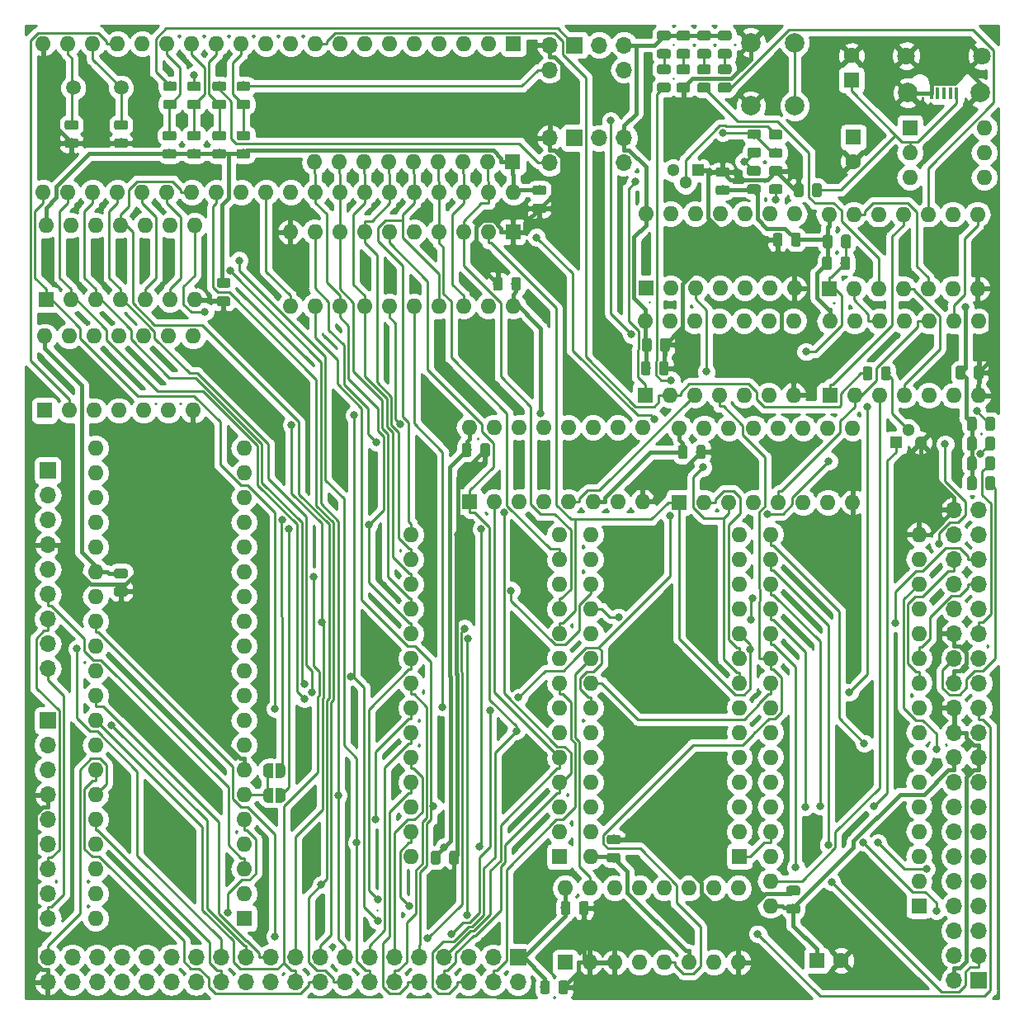
<source format=gbr>
G04 #@! TF.GenerationSoftware,KiCad,Pcbnew,(5.0.1)-4*
G04 #@! TF.CreationDate,2019-03-12T16:00:58+08:00*
G04 #@! TF.ProjectId,8051,383035312E6B696361645F7063620000,rev?*
G04 #@! TF.SameCoordinates,Original*
G04 #@! TF.FileFunction,Copper,L1,Top,Signal*
G04 #@! TF.FilePolarity,Positive*
%FSLAX46Y46*%
G04 Gerber Fmt 4.6, Leading zero omitted, Abs format (unit mm)*
G04 Created by KiCad (PCBNEW (5.0.1)-4) date 3/12/2019 4:00:58 PM*
%MOMM*%
%LPD*%
G01*
G04 APERTURE LIST*
G04 #@! TA.AperFunction,ComponentPad*
%ADD10O,1.700000X1.700000*%
G04 #@! TD*
G04 #@! TA.AperFunction,ComponentPad*
%ADD11R,1.700000X1.700000*%
G04 #@! TD*
G04 #@! TA.AperFunction,Conductor*
%ADD12C,0.100000*%
G04 #@! TD*
G04 #@! TA.AperFunction,SMDPad,CuDef*
%ADD13C,0.975000*%
G04 #@! TD*
G04 #@! TA.AperFunction,ComponentPad*
%ADD14O,1.600000X1.600000*%
G04 #@! TD*
G04 #@! TA.AperFunction,ComponentPad*
%ADD15R,1.600000X1.600000*%
G04 #@! TD*
G04 #@! TA.AperFunction,ComponentPad*
%ADD16C,1.600000*%
G04 #@! TD*
G04 #@! TA.AperFunction,SMDPad,CuDef*
%ADD17C,0.500000*%
G04 #@! TD*
G04 #@! TA.AperFunction,ComponentPad*
%ADD18C,1.500000*%
G04 #@! TD*
G04 #@! TA.AperFunction,ComponentPad*
%ADD19C,2.000000*%
G04 #@! TD*
G04 #@! TA.AperFunction,SMDPad,CuDef*
%ADD20R,0.450000X1.300000*%
G04 #@! TD*
G04 #@! TA.AperFunction,ComponentPad*
%ADD21C,1.800000*%
G04 #@! TD*
G04 #@! TA.AperFunction,ComponentPad*
%ADD22R,1.300000X1.300000*%
G04 #@! TD*
G04 #@! TA.AperFunction,ComponentPad*
%ADD23C,1.300000*%
G04 #@! TD*
G04 #@! TA.AperFunction,ViaPad*
%ADD24C,0.800000*%
G04 #@! TD*
G04 #@! TA.AperFunction,Conductor*
%ADD25C,0.250000*%
G04 #@! TD*
G04 #@! TA.AperFunction,Conductor*
%ADD26C,0.400000*%
G04 #@! TD*
G04 #@! TA.AperFunction,Conductor*
%ADD27C,0.254000*%
G04 #@! TD*
G04 #@! TA.AperFunction,NonConductor*
%ADD28C,0.254000*%
G04 #@! TD*
G04 APERTURE END LIST*
D10*
G04 #@! TO.P,U3,8*
G04 #@! TO.N,Net-(U3-Pad8)*
X73710200Y-18130500D03*
G04 #@! TO.P,U3,11*
G04 #@! TO.N,Net-(R6-Pad1)*
X68630200Y-20670500D03*
G04 #@! TO.P,U3,10*
G04 #@! TO.N,/+5V*
X76250200Y-18130500D03*
G04 #@! TO.P,U3,12*
G04 #@! TO.N,Net-(U3-Pad12)*
X76250200Y-20670500D03*
G04 #@! TO.P,U3,9*
G04 #@! TO.N,/GND*
X68630200Y-18130500D03*
D11*
G04 #@! TO.P,U3,7*
G04 #@! TO.N,Net-(R7-Pad1)*
X71170200Y-18130500D03*
D10*
G04 #@! TO.P,U3,2*
G04 #@! TO.N,Net-(U3-Pad2)*
X73710200Y-27655500D03*
G04 #@! TO.P,U3,5*
G04 #@! TO.N,Net-(R4-Pad1)*
X68630200Y-30195500D03*
G04 #@! TO.P,U3,4*
G04 #@! TO.N,/+5V*
X76250200Y-27655500D03*
G04 #@! TO.P,U3,6*
G04 #@! TO.N,Net-(U3-Pad6)*
X76250200Y-30195500D03*
G04 #@! TO.P,U3,3*
G04 #@! TO.N,/GND*
X68630200Y-27655500D03*
D11*
G04 #@! TO.P,U3,1*
G04 #@! TO.N,Net-(R5-Pad1)*
X71170200Y-27655500D03*
G04 #@! TD*
D10*
G04 #@! TO.P,J4,9*
G04 #@! TO.N,~PSX_ACK*
X17112000Y-82103000D03*
G04 #@! TO.P,J4,8*
G04 #@! TO.N,Net-(J4-Pad8)*
X17112000Y-79563000D03*
G04 #@! TO.P,J4,7*
G04 #@! TO.N,PSX_CLK*
X17112000Y-77023000D03*
G04 #@! TO.P,J4,6*
G04 #@! TO.N,~PSX_SEL_1*
X17112000Y-74483000D03*
G04 #@! TO.P,J4,5*
G04 #@! TO.N,/+5V*
X17112000Y-71943000D03*
G04 #@! TO.P,J4,4*
G04 #@! TO.N,/GND*
X17112000Y-69403000D03*
G04 #@! TO.P,J4,3*
G04 #@! TO.N,Net-(J4-Pad3)*
X17112000Y-66863000D03*
G04 #@! TO.P,J4,2*
G04 #@! TO.N,PSX_CMD*
X17112000Y-64323000D03*
D11*
G04 #@! TO.P,J4,1*
G04 #@! TO.N,PSX_DAT*
X17112000Y-61783000D03*
G04 #@! TD*
G04 #@! TO.P,J3,1*
G04 #@! TO.N,PSX_DAT*
X17112000Y-87429300D03*
D10*
G04 #@! TO.P,J3,2*
G04 #@! TO.N,PSX_CMD*
X17112000Y-89969300D03*
G04 #@! TO.P,J3,3*
G04 #@! TO.N,Net-(J3-Pad3)*
X17112000Y-92509300D03*
G04 #@! TO.P,J3,4*
G04 #@! TO.N,/GND*
X17112000Y-95049300D03*
G04 #@! TO.P,J3,5*
G04 #@! TO.N,/+5V*
X17112000Y-97589300D03*
G04 #@! TO.P,J3,6*
G04 #@! TO.N,~PSX_SEL_0*
X17112000Y-100129300D03*
G04 #@! TO.P,J3,7*
G04 #@! TO.N,PSX_CLK*
X17112000Y-102669300D03*
G04 #@! TO.P,J3,8*
G04 #@! TO.N,Net-(J3-Pad8)*
X17112000Y-105209300D03*
G04 #@! TO.P,J3,9*
G04 #@! TO.N,~PSX_ACK*
X17112000Y-107749300D03*
G04 #@! TD*
D12*
G04 #@! TO.N,KEYBOARD_DAT*
G04 #@! TO.C,R12*
G36*
X32618742Y-26930474D02*
X32642403Y-26933984D01*
X32665607Y-26939796D01*
X32688129Y-26947854D01*
X32709753Y-26958082D01*
X32730270Y-26970379D01*
X32749483Y-26984629D01*
X32767207Y-27000693D01*
X32783271Y-27018417D01*
X32797521Y-27037630D01*
X32809818Y-27058147D01*
X32820046Y-27079771D01*
X32828104Y-27102293D01*
X32833916Y-27125497D01*
X32837426Y-27149158D01*
X32838600Y-27173050D01*
X32838600Y-27660550D01*
X32837426Y-27684442D01*
X32833916Y-27708103D01*
X32828104Y-27731307D01*
X32820046Y-27753829D01*
X32809818Y-27775453D01*
X32797521Y-27795970D01*
X32783271Y-27815183D01*
X32767207Y-27832907D01*
X32749483Y-27848971D01*
X32730270Y-27863221D01*
X32709753Y-27875518D01*
X32688129Y-27885746D01*
X32665607Y-27893804D01*
X32642403Y-27899616D01*
X32618742Y-27903126D01*
X32594850Y-27904300D01*
X31682350Y-27904300D01*
X31658458Y-27903126D01*
X31634797Y-27899616D01*
X31611593Y-27893804D01*
X31589071Y-27885746D01*
X31567447Y-27875518D01*
X31546930Y-27863221D01*
X31527717Y-27848971D01*
X31509993Y-27832907D01*
X31493929Y-27815183D01*
X31479679Y-27795970D01*
X31467382Y-27775453D01*
X31457154Y-27753829D01*
X31449096Y-27731307D01*
X31443284Y-27708103D01*
X31439774Y-27684442D01*
X31438600Y-27660550D01*
X31438600Y-27173050D01*
X31439774Y-27149158D01*
X31443284Y-27125497D01*
X31449096Y-27102293D01*
X31457154Y-27079771D01*
X31467382Y-27058147D01*
X31479679Y-27037630D01*
X31493929Y-27018417D01*
X31509993Y-27000693D01*
X31527717Y-26984629D01*
X31546930Y-26970379D01*
X31567447Y-26958082D01*
X31589071Y-26947854D01*
X31611593Y-26939796D01*
X31634797Y-26933984D01*
X31658458Y-26930474D01*
X31682350Y-26929300D01*
X32594850Y-26929300D01*
X32618742Y-26930474D01*
X32618742Y-26930474D01*
G37*
D13*
G04 #@! TD*
G04 #@! TO.P,R12,2*
G04 #@! TO.N,KEYBOARD_DAT*
X32138600Y-27416800D03*
D12*
G04 #@! TO.N,/+5V*
G04 #@! TO.C,R12*
G36*
X32618742Y-28805474D02*
X32642403Y-28808984D01*
X32665607Y-28814796D01*
X32688129Y-28822854D01*
X32709753Y-28833082D01*
X32730270Y-28845379D01*
X32749483Y-28859629D01*
X32767207Y-28875693D01*
X32783271Y-28893417D01*
X32797521Y-28912630D01*
X32809818Y-28933147D01*
X32820046Y-28954771D01*
X32828104Y-28977293D01*
X32833916Y-29000497D01*
X32837426Y-29024158D01*
X32838600Y-29048050D01*
X32838600Y-29535550D01*
X32837426Y-29559442D01*
X32833916Y-29583103D01*
X32828104Y-29606307D01*
X32820046Y-29628829D01*
X32809818Y-29650453D01*
X32797521Y-29670970D01*
X32783271Y-29690183D01*
X32767207Y-29707907D01*
X32749483Y-29723971D01*
X32730270Y-29738221D01*
X32709753Y-29750518D01*
X32688129Y-29760746D01*
X32665607Y-29768804D01*
X32642403Y-29774616D01*
X32618742Y-29778126D01*
X32594850Y-29779300D01*
X31682350Y-29779300D01*
X31658458Y-29778126D01*
X31634797Y-29774616D01*
X31611593Y-29768804D01*
X31589071Y-29760746D01*
X31567447Y-29750518D01*
X31546930Y-29738221D01*
X31527717Y-29723971D01*
X31509993Y-29707907D01*
X31493929Y-29690183D01*
X31479679Y-29670970D01*
X31467382Y-29650453D01*
X31457154Y-29628829D01*
X31449096Y-29606307D01*
X31443284Y-29583103D01*
X31439774Y-29559442D01*
X31438600Y-29535550D01*
X31438600Y-29048050D01*
X31439774Y-29024158D01*
X31443284Y-29000497D01*
X31449096Y-28977293D01*
X31457154Y-28954771D01*
X31467382Y-28933147D01*
X31479679Y-28912630D01*
X31493929Y-28893417D01*
X31509993Y-28875693D01*
X31527717Y-28859629D01*
X31546930Y-28845379D01*
X31567447Y-28833082D01*
X31589071Y-28822854D01*
X31611593Y-28814796D01*
X31634797Y-28808984D01*
X31658458Y-28805474D01*
X31682350Y-28804300D01*
X32594850Y-28804300D01*
X32618742Y-28805474D01*
X32618742Y-28805474D01*
G37*
D13*
G04 #@! TD*
G04 #@! TO.P,R12,1*
G04 #@! TO.N,/+5V*
X32138600Y-29291800D03*
D12*
G04 #@! TO.N,/+5V*
G04 #@! TO.C,R9*
G36*
X37673342Y-28805474D02*
X37697003Y-28808984D01*
X37720207Y-28814796D01*
X37742729Y-28822854D01*
X37764353Y-28833082D01*
X37784870Y-28845379D01*
X37804083Y-28859629D01*
X37821807Y-28875693D01*
X37837871Y-28893417D01*
X37852121Y-28912630D01*
X37864418Y-28933147D01*
X37874646Y-28954771D01*
X37882704Y-28977293D01*
X37888516Y-29000497D01*
X37892026Y-29024158D01*
X37893200Y-29048050D01*
X37893200Y-29535550D01*
X37892026Y-29559442D01*
X37888516Y-29583103D01*
X37882704Y-29606307D01*
X37874646Y-29628829D01*
X37864418Y-29650453D01*
X37852121Y-29670970D01*
X37837871Y-29690183D01*
X37821807Y-29707907D01*
X37804083Y-29723971D01*
X37784870Y-29738221D01*
X37764353Y-29750518D01*
X37742729Y-29760746D01*
X37720207Y-29768804D01*
X37697003Y-29774616D01*
X37673342Y-29778126D01*
X37649450Y-29779300D01*
X36736950Y-29779300D01*
X36713058Y-29778126D01*
X36689397Y-29774616D01*
X36666193Y-29768804D01*
X36643671Y-29760746D01*
X36622047Y-29750518D01*
X36601530Y-29738221D01*
X36582317Y-29723971D01*
X36564593Y-29707907D01*
X36548529Y-29690183D01*
X36534279Y-29670970D01*
X36521982Y-29650453D01*
X36511754Y-29628829D01*
X36503696Y-29606307D01*
X36497884Y-29583103D01*
X36494374Y-29559442D01*
X36493200Y-29535550D01*
X36493200Y-29048050D01*
X36494374Y-29024158D01*
X36497884Y-29000497D01*
X36503696Y-28977293D01*
X36511754Y-28954771D01*
X36521982Y-28933147D01*
X36534279Y-28912630D01*
X36548529Y-28893417D01*
X36564593Y-28875693D01*
X36582317Y-28859629D01*
X36601530Y-28845379D01*
X36622047Y-28833082D01*
X36643671Y-28822854D01*
X36666193Y-28814796D01*
X36689397Y-28808984D01*
X36713058Y-28805474D01*
X36736950Y-28804300D01*
X37649450Y-28804300D01*
X37673342Y-28805474D01*
X37673342Y-28805474D01*
G37*
D13*
G04 #@! TD*
G04 #@! TO.P,R9,1*
G04 #@! TO.N,/+5V*
X37193200Y-29291800D03*
D12*
G04 #@! TO.N,MOUSE_CLK*
G04 #@! TO.C,R9*
G36*
X37673342Y-26930474D02*
X37697003Y-26933984D01*
X37720207Y-26939796D01*
X37742729Y-26947854D01*
X37764353Y-26958082D01*
X37784870Y-26970379D01*
X37804083Y-26984629D01*
X37821807Y-27000693D01*
X37837871Y-27018417D01*
X37852121Y-27037630D01*
X37864418Y-27058147D01*
X37874646Y-27079771D01*
X37882704Y-27102293D01*
X37888516Y-27125497D01*
X37892026Y-27149158D01*
X37893200Y-27173050D01*
X37893200Y-27660550D01*
X37892026Y-27684442D01*
X37888516Y-27708103D01*
X37882704Y-27731307D01*
X37874646Y-27753829D01*
X37864418Y-27775453D01*
X37852121Y-27795970D01*
X37837871Y-27815183D01*
X37821807Y-27832907D01*
X37804083Y-27848971D01*
X37784870Y-27863221D01*
X37764353Y-27875518D01*
X37742729Y-27885746D01*
X37720207Y-27893804D01*
X37697003Y-27899616D01*
X37673342Y-27903126D01*
X37649450Y-27904300D01*
X36736950Y-27904300D01*
X36713058Y-27903126D01*
X36689397Y-27899616D01*
X36666193Y-27893804D01*
X36643671Y-27885746D01*
X36622047Y-27875518D01*
X36601530Y-27863221D01*
X36582317Y-27848971D01*
X36564593Y-27832907D01*
X36548529Y-27815183D01*
X36534279Y-27795970D01*
X36521982Y-27775453D01*
X36511754Y-27753829D01*
X36503696Y-27731307D01*
X36497884Y-27708103D01*
X36494374Y-27684442D01*
X36493200Y-27660550D01*
X36493200Y-27173050D01*
X36494374Y-27149158D01*
X36497884Y-27125497D01*
X36503696Y-27102293D01*
X36511754Y-27079771D01*
X36521982Y-27058147D01*
X36534279Y-27037630D01*
X36548529Y-27018417D01*
X36564593Y-27000693D01*
X36582317Y-26984629D01*
X36601530Y-26970379D01*
X36622047Y-26958082D01*
X36643671Y-26947854D01*
X36666193Y-26939796D01*
X36689397Y-26933984D01*
X36713058Y-26930474D01*
X36736950Y-26929300D01*
X37649450Y-26929300D01*
X37673342Y-26930474D01*
X37673342Y-26930474D01*
G37*
D13*
G04 #@! TD*
G04 #@! TO.P,R9,2*
G04 #@! TO.N,MOUSE_CLK*
X37193200Y-27416800D03*
D12*
G04 #@! TO.N,KEYBOARD_CLK*
G04 #@! TO.C,R8*
G36*
X35196842Y-26930474D02*
X35220503Y-26933984D01*
X35243707Y-26939796D01*
X35266229Y-26947854D01*
X35287853Y-26958082D01*
X35308370Y-26970379D01*
X35327583Y-26984629D01*
X35345307Y-27000693D01*
X35361371Y-27018417D01*
X35375621Y-27037630D01*
X35387918Y-27058147D01*
X35398146Y-27079771D01*
X35406204Y-27102293D01*
X35412016Y-27125497D01*
X35415526Y-27149158D01*
X35416700Y-27173050D01*
X35416700Y-27660550D01*
X35415526Y-27684442D01*
X35412016Y-27708103D01*
X35406204Y-27731307D01*
X35398146Y-27753829D01*
X35387918Y-27775453D01*
X35375621Y-27795970D01*
X35361371Y-27815183D01*
X35345307Y-27832907D01*
X35327583Y-27848971D01*
X35308370Y-27863221D01*
X35287853Y-27875518D01*
X35266229Y-27885746D01*
X35243707Y-27893804D01*
X35220503Y-27899616D01*
X35196842Y-27903126D01*
X35172950Y-27904300D01*
X34260450Y-27904300D01*
X34236558Y-27903126D01*
X34212897Y-27899616D01*
X34189693Y-27893804D01*
X34167171Y-27885746D01*
X34145547Y-27875518D01*
X34125030Y-27863221D01*
X34105817Y-27848971D01*
X34088093Y-27832907D01*
X34072029Y-27815183D01*
X34057779Y-27795970D01*
X34045482Y-27775453D01*
X34035254Y-27753829D01*
X34027196Y-27731307D01*
X34021384Y-27708103D01*
X34017874Y-27684442D01*
X34016700Y-27660550D01*
X34016700Y-27173050D01*
X34017874Y-27149158D01*
X34021384Y-27125497D01*
X34027196Y-27102293D01*
X34035254Y-27079771D01*
X34045482Y-27058147D01*
X34057779Y-27037630D01*
X34072029Y-27018417D01*
X34088093Y-27000693D01*
X34105817Y-26984629D01*
X34125030Y-26970379D01*
X34145547Y-26958082D01*
X34167171Y-26947854D01*
X34189693Y-26939796D01*
X34212897Y-26933984D01*
X34236558Y-26930474D01*
X34260450Y-26929300D01*
X35172950Y-26929300D01*
X35196842Y-26930474D01*
X35196842Y-26930474D01*
G37*
D13*
G04 #@! TD*
G04 #@! TO.P,R8,2*
G04 #@! TO.N,KEYBOARD_CLK*
X34716700Y-27416800D03*
D12*
G04 #@! TO.N,/+5V*
G04 #@! TO.C,R8*
G36*
X35196842Y-28805474D02*
X35220503Y-28808984D01*
X35243707Y-28814796D01*
X35266229Y-28822854D01*
X35287853Y-28833082D01*
X35308370Y-28845379D01*
X35327583Y-28859629D01*
X35345307Y-28875693D01*
X35361371Y-28893417D01*
X35375621Y-28912630D01*
X35387918Y-28933147D01*
X35398146Y-28954771D01*
X35406204Y-28977293D01*
X35412016Y-29000497D01*
X35415526Y-29024158D01*
X35416700Y-29048050D01*
X35416700Y-29535550D01*
X35415526Y-29559442D01*
X35412016Y-29583103D01*
X35406204Y-29606307D01*
X35398146Y-29628829D01*
X35387918Y-29650453D01*
X35375621Y-29670970D01*
X35361371Y-29690183D01*
X35345307Y-29707907D01*
X35327583Y-29723971D01*
X35308370Y-29738221D01*
X35287853Y-29750518D01*
X35266229Y-29760746D01*
X35243707Y-29768804D01*
X35220503Y-29774616D01*
X35196842Y-29778126D01*
X35172950Y-29779300D01*
X34260450Y-29779300D01*
X34236558Y-29778126D01*
X34212897Y-29774616D01*
X34189693Y-29768804D01*
X34167171Y-29760746D01*
X34145547Y-29750518D01*
X34125030Y-29738221D01*
X34105817Y-29723971D01*
X34088093Y-29707907D01*
X34072029Y-29690183D01*
X34057779Y-29670970D01*
X34045482Y-29650453D01*
X34035254Y-29628829D01*
X34027196Y-29606307D01*
X34021384Y-29583103D01*
X34017874Y-29559442D01*
X34016700Y-29535550D01*
X34016700Y-29048050D01*
X34017874Y-29024158D01*
X34021384Y-29000497D01*
X34027196Y-28977293D01*
X34035254Y-28954771D01*
X34045482Y-28933147D01*
X34057779Y-28912630D01*
X34072029Y-28893417D01*
X34088093Y-28875693D01*
X34105817Y-28859629D01*
X34125030Y-28845379D01*
X34145547Y-28833082D01*
X34167171Y-28822854D01*
X34189693Y-28814796D01*
X34212897Y-28808984D01*
X34236558Y-28805474D01*
X34260450Y-28804300D01*
X35172950Y-28804300D01*
X35196842Y-28805474D01*
X35196842Y-28805474D01*
G37*
D13*
G04 #@! TD*
G04 #@! TO.P,R8,1*
G04 #@! TO.N,/+5V*
X34716700Y-29291800D03*
D12*
G04 #@! TO.N,Net-(R7-Pad1)*
G04 #@! TO.C,R7*
G36*
X30144842Y-21865174D02*
X30168503Y-21868684D01*
X30191707Y-21874496D01*
X30214229Y-21882554D01*
X30235853Y-21892782D01*
X30256370Y-21905079D01*
X30275583Y-21919329D01*
X30293307Y-21935393D01*
X30309371Y-21953117D01*
X30323621Y-21972330D01*
X30335918Y-21992847D01*
X30346146Y-22014471D01*
X30354204Y-22036993D01*
X30360016Y-22060197D01*
X30363526Y-22083858D01*
X30364700Y-22107750D01*
X30364700Y-22595250D01*
X30363526Y-22619142D01*
X30360016Y-22642803D01*
X30354204Y-22666007D01*
X30346146Y-22688529D01*
X30335918Y-22710153D01*
X30323621Y-22730670D01*
X30309371Y-22749883D01*
X30293307Y-22767607D01*
X30275583Y-22783671D01*
X30256370Y-22797921D01*
X30235853Y-22810218D01*
X30214229Y-22820446D01*
X30191707Y-22828504D01*
X30168503Y-22834316D01*
X30144842Y-22837826D01*
X30120950Y-22839000D01*
X29208450Y-22839000D01*
X29184558Y-22837826D01*
X29160897Y-22834316D01*
X29137693Y-22828504D01*
X29115171Y-22820446D01*
X29093547Y-22810218D01*
X29073030Y-22797921D01*
X29053817Y-22783671D01*
X29036093Y-22767607D01*
X29020029Y-22749883D01*
X29005779Y-22730670D01*
X28993482Y-22710153D01*
X28983254Y-22688529D01*
X28975196Y-22666007D01*
X28969384Y-22642803D01*
X28965874Y-22619142D01*
X28964700Y-22595250D01*
X28964700Y-22107750D01*
X28965874Y-22083858D01*
X28969384Y-22060197D01*
X28975196Y-22036993D01*
X28983254Y-22014471D01*
X28993482Y-21992847D01*
X29005779Y-21972330D01*
X29020029Y-21953117D01*
X29036093Y-21935393D01*
X29053817Y-21919329D01*
X29073030Y-21905079D01*
X29093547Y-21892782D01*
X29115171Y-21882554D01*
X29137693Y-21874496D01*
X29160897Y-21868684D01*
X29184558Y-21865174D01*
X29208450Y-21864000D01*
X30120950Y-21864000D01*
X30144842Y-21865174D01*
X30144842Y-21865174D01*
G37*
D13*
G04 #@! TD*
G04 #@! TO.P,R7,1*
G04 #@! TO.N,Net-(R7-Pad1)*
X29664700Y-22351500D03*
D12*
G04 #@! TO.N,MOUSE_DAT*
G04 #@! TO.C,R7*
G36*
X30144842Y-23740174D02*
X30168503Y-23743684D01*
X30191707Y-23749496D01*
X30214229Y-23757554D01*
X30235853Y-23767782D01*
X30256370Y-23780079D01*
X30275583Y-23794329D01*
X30293307Y-23810393D01*
X30309371Y-23828117D01*
X30323621Y-23847330D01*
X30335918Y-23867847D01*
X30346146Y-23889471D01*
X30354204Y-23911993D01*
X30360016Y-23935197D01*
X30363526Y-23958858D01*
X30364700Y-23982750D01*
X30364700Y-24470250D01*
X30363526Y-24494142D01*
X30360016Y-24517803D01*
X30354204Y-24541007D01*
X30346146Y-24563529D01*
X30335918Y-24585153D01*
X30323621Y-24605670D01*
X30309371Y-24624883D01*
X30293307Y-24642607D01*
X30275583Y-24658671D01*
X30256370Y-24672921D01*
X30235853Y-24685218D01*
X30214229Y-24695446D01*
X30191707Y-24703504D01*
X30168503Y-24709316D01*
X30144842Y-24712826D01*
X30120950Y-24714000D01*
X29208450Y-24714000D01*
X29184558Y-24712826D01*
X29160897Y-24709316D01*
X29137693Y-24703504D01*
X29115171Y-24695446D01*
X29093547Y-24685218D01*
X29073030Y-24672921D01*
X29053817Y-24658671D01*
X29036093Y-24642607D01*
X29020029Y-24624883D01*
X29005779Y-24605670D01*
X28993482Y-24585153D01*
X28983254Y-24563529D01*
X28975196Y-24541007D01*
X28969384Y-24517803D01*
X28965874Y-24494142D01*
X28964700Y-24470250D01*
X28964700Y-23982750D01*
X28965874Y-23958858D01*
X28969384Y-23935197D01*
X28975196Y-23911993D01*
X28983254Y-23889471D01*
X28993482Y-23867847D01*
X29005779Y-23847330D01*
X29020029Y-23828117D01*
X29036093Y-23810393D01*
X29053817Y-23794329D01*
X29073030Y-23780079D01*
X29093547Y-23767782D01*
X29115171Y-23757554D01*
X29137693Y-23749496D01*
X29160897Y-23743684D01*
X29184558Y-23740174D01*
X29208450Y-23739000D01*
X30120950Y-23739000D01*
X30144842Y-23740174D01*
X30144842Y-23740174D01*
G37*
D13*
G04 #@! TD*
G04 #@! TO.P,R7,2*
G04 #@! TO.N,MOUSE_DAT*
X29664700Y-24226500D03*
D12*
G04 #@! TO.N,MOUSE_DAT*
G04 #@! TO.C,R16*
G36*
X30099042Y-26930474D02*
X30122703Y-26933984D01*
X30145907Y-26939796D01*
X30168429Y-26947854D01*
X30190053Y-26958082D01*
X30210570Y-26970379D01*
X30229783Y-26984629D01*
X30247507Y-27000693D01*
X30263571Y-27018417D01*
X30277821Y-27037630D01*
X30290118Y-27058147D01*
X30300346Y-27079771D01*
X30308404Y-27102293D01*
X30314216Y-27125497D01*
X30317726Y-27149158D01*
X30318900Y-27173050D01*
X30318900Y-27660550D01*
X30317726Y-27684442D01*
X30314216Y-27708103D01*
X30308404Y-27731307D01*
X30300346Y-27753829D01*
X30290118Y-27775453D01*
X30277821Y-27795970D01*
X30263571Y-27815183D01*
X30247507Y-27832907D01*
X30229783Y-27848971D01*
X30210570Y-27863221D01*
X30190053Y-27875518D01*
X30168429Y-27885746D01*
X30145907Y-27893804D01*
X30122703Y-27899616D01*
X30099042Y-27903126D01*
X30075150Y-27904300D01*
X29162650Y-27904300D01*
X29138758Y-27903126D01*
X29115097Y-27899616D01*
X29091893Y-27893804D01*
X29069371Y-27885746D01*
X29047747Y-27875518D01*
X29027230Y-27863221D01*
X29008017Y-27848971D01*
X28990293Y-27832907D01*
X28974229Y-27815183D01*
X28959979Y-27795970D01*
X28947682Y-27775453D01*
X28937454Y-27753829D01*
X28929396Y-27731307D01*
X28923584Y-27708103D01*
X28920074Y-27684442D01*
X28918900Y-27660550D01*
X28918900Y-27173050D01*
X28920074Y-27149158D01*
X28923584Y-27125497D01*
X28929396Y-27102293D01*
X28937454Y-27079771D01*
X28947682Y-27058147D01*
X28959979Y-27037630D01*
X28974229Y-27018417D01*
X28990293Y-27000693D01*
X29008017Y-26984629D01*
X29027230Y-26970379D01*
X29047747Y-26958082D01*
X29069371Y-26947854D01*
X29091893Y-26939796D01*
X29115097Y-26933984D01*
X29138758Y-26930474D01*
X29162650Y-26929300D01*
X30075150Y-26929300D01*
X30099042Y-26930474D01*
X30099042Y-26930474D01*
G37*
D13*
G04 #@! TD*
G04 #@! TO.P,R16,2*
G04 #@! TO.N,MOUSE_DAT*
X29618900Y-27416800D03*
D12*
G04 #@! TO.N,/+5V*
G04 #@! TO.C,R16*
G36*
X30099042Y-28805474D02*
X30122703Y-28808984D01*
X30145907Y-28814796D01*
X30168429Y-28822854D01*
X30190053Y-28833082D01*
X30210570Y-28845379D01*
X30229783Y-28859629D01*
X30247507Y-28875693D01*
X30263571Y-28893417D01*
X30277821Y-28912630D01*
X30290118Y-28933147D01*
X30300346Y-28954771D01*
X30308404Y-28977293D01*
X30314216Y-29000497D01*
X30317726Y-29024158D01*
X30318900Y-29048050D01*
X30318900Y-29535550D01*
X30317726Y-29559442D01*
X30314216Y-29583103D01*
X30308404Y-29606307D01*
X30300346Y-29628829D01*
X30290118Y-29650453D01*
X30277821Y-29670970D01*
X30263571Y-29690183D01*
X30247507Y-29707907D01*
X30229783Y-29723971D01*
X30210570Y-29738221D01*
X30190053Y-29750518D01*
X30168429Y-29760746D01*
X30145907Y-29768804D01*
X30122703Y-29774616D01*
X30099042Y-29778126D01*
X30075150Y-29779300D01*
X29162650Y-29779300D01*
X29138758Y-29778126D01*
X29115097Y-29774616D01*
X29091893Y-29768804D01*
X29069371Y-29760746D01*
X29047747Y-29750518D01*
X29027230Y-29738221D01*
X29008017Y-29723971D01*
X28990293Y-29707907D01*
X28974229Y-29690183D01*
X28959979Y-29670970D01*
X28947682Y-29650453D01*
X28937454Y-29628829D01*
X28929396Y-29606307D01*
X28923584Y-29583103D01*
X28920074Y-29559442D01*
X28918900Y-29535550D01*
X28918900Y-29048050D01*
X28920074Y-29024158D01*
X28923584Y-29000497D01*
X28929396Y-28977293D01*
X28937454Y-28954771D01*
X28947682Y-28933147D01*
X28959979Y-28912630D01*
X28974229Y-28893417D01*
X28990293Y-28875693D01*
X29008017Y-28859629D01*
X29027230Y-28845379D01*
X29047747Y-28833082D01*
X29069371Y-28822854D01*
X29091893Y-28814796D01*
X29115097Y-28808984D01*
X29138758Y-28805474D01*
X29162650Y-28804300D01*
X30075150Y-28804300D01*
X30099042Y-28805474D01*
X30099042Y-28805474D01*
G37*
D13*
G04 #@! TD*
G04 #@! TO.P,R16,1*
G04 #@! TO.N,/+5V*
X29618900Y-29291800D03*
D12*
G04 #@! TO.N,Net-(R5-Pad1)*
G04 #@! TO.C,R5*
G36*
X32618742Y-21865174D02*
X32642403Y-21868684D01*
X32665607Y-21874496D01*
X32688129Y-21882554D01*
X32709753Y-21892782D01*
X32730270Y-21905079D01*
X32749483Y-21919329D01*
X32767207Y-21935393D01*
X32783271Y-21953117D01*
X32797521Y-21972330D01*
X32809818Y-21992847D01*
X32820046Y-22014471D01*
X32828104Y-22036993D01*
X32833916Y-22060197D01*
X32837426Y-22083858D01*
X32838600Y-22107750D01*
X32838600Y-22595250D01*
X32837426Y-22619142D01*
X32833916Y-22642803D01*
X32828104Y-22666007D01*
X32820046Y-22688529D01*
X32809818Y-22710153D01*
X32797521Y-22730670D01*
X32783271Y-22749883D01*
X32767207Y-22767607D01*
X32749483Y-22783671D01*
X32730270Y-22797921D01*
X32709753Y-22810218D01*
X32688129Y-22820446D01*
X32665607Y-22828504D01*
X32642403Y-22834316D01*
X32618742Y-22837826D01*
X32594850Y-22839000D01*
X31682350Y-22839000D01*
X31658458Y-22837826D01*
X31634797Y-22834316D01*
X31611593Y-22828504D01*
X31589071Y-22820446D01*
X31567447Y-22810218D01*
X31546930Y-22797921D01*
X31527717Y-22783671D01*
X31509993Y-22767607D01*
X31493929Y-22749883D01*
X31479679Y-22730670D01*
X31467382Y-22710153D01*
X31457154Y-22688529D01*
X31449096Y-22666007D01*
X31443284Y-22642803D01*
X31439774Y-22619142D01*
X31438600Y-22595250D01*
X31438600Y-22107750D01*
X31439774Y-22083858D01*
X31443284Y-22060197D01*
X31449096Y-22036993D01*
X31457154Y-22014471D01*
X31467382Y-21992847D01*
X31479679Y-21972330D01*
X31493929Y-21953117D01*
X31509993Y-21935393D01*
X31527717Y-21919329D01*
X31546930Y-21905079D01*
X31567447Y-21892782D01*
X31589071Y-21882554D01*
X31611593Y-21874496D01*
X31634797Y-21868684D01*
X31658458Y-21865174D01*
X31682350Y-21864000D01*
X32594850Y-21864000D01*
X32618742Y-21865174D01*
X32618742Y-21865174D01*
G37*
D13*
G04 #@! TD*
G04 #@! TO.P,R5,1*
G04 #@! TO.N,Net-(R5-Pad1)*
X32138600Y-22351500D03*
D12*
G04 #@! TO.N,KEYBOARD_DAT*
G04 #@! TO.C,R5*
G36*
X32618742Y-23740174D02*
X32642403Y-23743684D01*
X32665607Y-23749496D01*
X32688129Y-23757554D01*
X32709753Y-23767782D01*
X32730270Y-23780079D01*
X32749483Y-23794329D01*
X32767207Y-23810393D01*
X32783271Y-23828117D01*
X32797521Y-23847330D01*
X32809818Y-23867847D01*
X32820046Y-23889471D01*
X32828104Y-23911993D01*
X32833916Y-23935197D01*
X32837426Y-23958858D01*
X32838600Y-23982750D01*
X32838600Y-24470250D01*
X32837426Y-24494142D01*
X32833916Y-24517803D01*
X32828104Y-24541007D01*
X32820046Y-24563529D01*
X32809818Y-24585153D01*
X32797521Y-24605670D01*
X32783271Y-24624883D01*
X32767207Y-24642607D01*
X32749483Y-24658671D01*
X32730270Y-24672921D01*
X32709753Y-24685218D01*
X32688129Y-24695446D01*
X32665607Y-24703504D01*
X32642403Y-24709316D01*
X32618742Y-24712826D01*
X32594850Y-24714000D01*
X31682350Y-24714000D01*
X31658458Y-24712826D01*
X31634797Y-24709316D01*
X31611593Y-24703504D01*
X31589071Y-24695446D01*
X31567447Y-24685218D01*
X31546930Y-24672921D01*
X31527717Y-24658671D01*
X31509993Y-24642607D01*
X31493929Y-24624883D01*
X31479679Y-24605670D01*
X31467382Y-24585153D01*
X31457154Y-24563529D01*
X31449096Y-24541007D01*
X31443284Y-24517803D01*
X31439774Y-24494142D01*
X31438600Y-24470250D01*
X31438600Y-23982750D01*
X31439774Y-23958858D01*
X31443284Y-23935197D01*
X31449096Y-23911993D01*
X31457154Y-23889471D01*
X31467382Y-23867847D01*
X31479679Y-23847330D01*
X31493929Y-23828117D01*
X31509993Y-23810393D01*
X31527717Y-23794329D01*
X31546930Y-23780079D01*
X31567447Y-23767782D01*
X31589071Y-23757554D01*
X31611593Y-23749496D01*
X31634797Y-23743684D01*
X31658458Y-23740174D01*
X31682350Y-23739000D01*
X32594850Y-23739000D01*
X32618742Y-23740174D01*
X32618742Y-23740174D01*
G37*
D13*
G04 #@! TD*
G04 #@! TO.P,R5,2*
G04 #@! TO.N,KEYBOARD_DAT*
X32138600Y-24226500D03*
D12*
G04 #@! TO.N,KEYBOARD_CLK*
G04 #@! TO.C,R4*
G36*
X35196842Y-23740174D02*
X35220503Y-23743684D01*
X35243707Y-23749496D01*
X35266229Y-23757554D01*
X35287853Y-23767782D01*
X35308370Y-23780079D01*
X35327583Y-23794329D01*
X35345307Y-23810393D01*
X35361371Y-23828117D01*
X35375621Y-23847330D01*
X35387918Y-23867847D01*
X35398146Y-23889471D01*
X35406204Y-23911993D01*
X35412016Y-23935197D01*
X35415526Y-23958858D01*
X35416700Y-23982750D01*
X35416700Y-24470250D01*
X35415526Y-24494142D01*
X35412016Y-24517803D01*
X35406204Y-24541007D01*
X35398146Y-24563529D01*
X35387918Y-24585153D01*
X35375621Y-24605670D01*
X35361371Y-24624883D01*
X35345307Y-24642607D01*
X35327583Y-24658671D01*
X35308370Y-24672921D01*
X35287853Y-24685218D01*
X35266229Y-24695446D01*
X35243707Y-24703504D01*
X35220503Y-24709316D01*
X35196842Y-24712826D01*
X35172950Y-24714000D01*
X34260450Y-24714000D01*
X34236558Y-24712826D01*
X34212897Y-24709316D01*
X34189693Y-24703504D01*
X34167171Y-24695446D01*
X34145547Y-24685218D01*
X34125030Y-24672921D01*
X34105817Y-24658671D01*
X34088093Y-24642607D01*
X34072029Y-24624883D01*
X34057779Y-24605670D01*
X34045482Y-24585153D01*
X34035254Y-24563529D01*
X34027196Y-24541007D01*
X34021384Y-24517803D01*
X34017874Y-24494142D01*
X34016700Y-24470250D01*
X34016700Y-23982750D01*
X34017874Y-23958858D01*
X34021384Y-23935197D01*
X34027196Y-23911993D01*
X34035254Y-23889471D01*
X34045482Y-23867847D01*
X34057779Y-23847330D01*
X34072029Y-23828117D01*
X34088093Y-23810393D01*
X34105817Y-23794329D01*
X34125030Y-23780079D01*
X34145547Y-23767782D01*
X34167171Y-23757554D01*
X34189693Y-23749496D01*
X34212897Y-23743684D01*
X34236558Y-23740174D01*
X34260450Y-23739000D01*
X35172950Y-23739000D01*
X35196842Y-23740174D01*
X35196842Y-23740174D01*
G37*
D13*
G04 #@! TD*
G04 #@! TO.P,R4,2*
G04 #@! TO.N,KEYBOARD_CLK*
X34716700Y-24226500D03*
D12*
G04 #@! TO.N,Net-(R4-Pad1)*
G04 #@! TO.C,R4*
G36*
X35196842Y-21865174D02*
X35220503Y-21868684D01*
X35243707Y-21874496D01*
X35266229Y-21882554D01*
X35287853Y-21892782D01*
X35308370Y-21905079D01*
X35327583Y-21919329D01*
X35345307Y-21935393D01*
X35361371Y-21953117D01*
X35375621Y-21972330D01*
X35387918Y-21992847D01*
X35398146Y-22014471D01*
X35406204Y-22036993D01*
X35412016Y-22060197D01*
X35415526Y-22083858D01*
X35416700Y-22107750D01*
X35416700Y-22595250D01*
X35415526Y-22619142D01*
X35412016Y-22642803D01*
X35406204Y-22666007D01*
X35398146Y-22688529D01*
X35387918Y-22710153D01*
X35375621Y-22730670D01*
X35361371Y-22749883D01*
X35345307Y-22767607D01*
X35327583Y-22783671D01*
X35308370Y-22797921D01*
X35287853Y-22810218D01*
X35266229Y-22820446D01*
X35243707Y-22828504D01*
X35220503Y-22834316D01*
X35196842Y-22837826D01*
X35172950Y-22839000D01*
X34260450Y-22839000D01*
X34236558Y-22837826D01*
X34212897Y-22834316D01*
X34189693Y-22828504D01*
X34167171Y-22820446D01*
X34145547Y-22810218D01*
X34125030Y-22797921D01*
X34105817Y-22783671D01*
X34088093Y-22767607D01*
X34072029Y-22749883D01*
X34057779Y-22730670D01*
X34045482Y-22710153D01*
X34035254Y-22688529D01*
X34027196Y-22666007D01*
X34021384Y-22642803D01*
X34017874Y-22619142D01*
X34016700Y-22595250D01*
X34016700Y-22107750D01*
X34017874Y-22083858D01*
X34021384Y-22060197D01*
X34027196Y-22036993D01*
X34035254Y-22014471D01*
X34045482Y-21992847D01*
X34057779Y-21972330D01*
X34072029Y-21953117D01*
X34088093Y-21935393D01*
X34105817Y-21919329D01*
X34125030Y-21905079D01*
X34145547Y-21892782D01*
X34167171Y-21882554D01*
X34189693Y-21874496D01*
X34212897Y-21868684D01*
X34236558Y-21865174D01*
X34260450Y-21864000D01*
X35172950Y-21864000D01*
X35196842Y-21865174D01*
X35196842Y-21865174D01*
G37*
D13*
G04 #@! TD*
G04 #@! TO.P,R4,1*
G04 #@! TO.N,Net-(R4-Pad1)*
X34716700Y-22351500D03*
D12*
G04 #@! TO.N,Net-(R6-Pad1)*
G04 #@! TO.C,R6*
G36*
X37673342Y-21865174D02*
X37697003Y-21868684D01*
X37720207Y-21874496D01*
X37742729Y-21882554D01*
X37764353Y-21892782D01*
X37784870Y-21905079D01*
X37804083Y-21919329D01*
X37821807Y-21935393D01*
X37837871Y-21953117D01*
X37852121Y-21972330D01*
X37864418Y-21992847D01*
X37874646Y-22014471D01*
X37882704Y-22036993D01*
X37888516Y-22060197D01*
X37892026Y-22083858D01*
X37893200Y-22107750D01*
X37893200Y-22595250D01*
X37892026Y-22619142D01*
X37888516Y-22642803D01*
X37882704Y-22666007D01*
X37874646Y-22688529D01*
X37864418Y-22710153D01*
X37852121Y-22730670D01*
X37837871Y-22749883D01*
X37821807Y-22767607D01*
X37804083Y-22783671D01*
X37784870Y-22797921D01*
X37764353Y-22810218D01*
X37742729Y-22820446D01*
X37720207Y-22828504D01*
X37697003Y-22834316D01*
X37673342Y-22837826D01*
X37649450Y-22839000D01*
X36736950Y-22839000D01*
X36713058Y-22837826D01*
X36689397Y-22834316D01*
X36666193Y-22828504D01*
X36643671Y-22820446D01*
X36622047Y-22810218D01*
X36601530Y-22797921D01*
X36582317Y-22783671D01*
X36564593Y-22767607D01*
X36548529Y-22749883D01*
X36534279Y-22730670D01*
X36521982Y-22710153D01*
X36511754Y-22688529D01*
X36503696Y-22666007D01*
X36497884Y-22642803D01*
X36494374Y-22619142D01*
X36493200Y-22595250D01*
X36493200Y-22107750D01*
X36494374Y-22083858D01*
X36497884Y-22060197D01*
X36503696Y-22036993D01*
X36511754Y-22014471D01*
X36521982Y-21992847D01*
X36534279Y-21972330D01*
X36548529Y-21953117D01*
X36564593Y-21935393D01*
X36582317Y-21919329D01*
X36601530Y-21905079D01*
X36622047Y-21892782D01*
X36643671Y-21882554D01*
X36666193Y-21874496D01*
X36689397Y-21868684D01*
X36713058Y-21865174D01*
X36736950Y-21864000D01*
X37649450Y-21864000D01*
X37673342Y-21865174D01*
X37673342Y-21865174D01*
G37*
D13*
G04 #@! TD*
G04 #@! TO.P,R6,1*
G04 #@! TO.N,Net-(R6-Pad1)*
X37193200Y-22351500D03*
D12*
G04 #@! TO.N,MOUSE_CLK*
G04 #@! TO.C,R6*
G36*
X37673342Y-23740174D02*
X37697003Y-23743684D01*
X37720207Y-23749496D01*
X37742729Y-23757554D01*
X37764353Y-23767782D01*
X37784870Y-23780079D01*
X37804083Y-23794329D01*
X37821807Y-23810393D01*
X37837871Y-23828117D01*
X37852121Y-23847330D01*
X37864418Y-23867847D01*
X37874646Y-23889471D01*
X37882704Y-23911993D01*
X37888516Y-23935197D01*
X37892026Y-23958858D01*
X37893200Y-23982750D01*
X37893200Y-24470250D01*
X37892026Y-24494142D01*
X37888516Y-24517803D01*
X37882704Y-24541007D01*
X37874646Y-24563529D01*
X37864418Y-24585153D01*
X37852121Y-24605670D01*
X37837871Y-24624883D01*
X37821807Y-24642607D01*
X37804083Y-24658671D01*
X37784870Y-24672921D01*
X37764353Y-24685218D01*
X37742729Y-24695446D01*
X37720207Y-24703504D01*
X37697003Y-24709316D01*
X37673342Y-24712826D01*
X37649450Y-24714000D01*
X36736950Y-24714000D01*
X36713058Y-24712826D01*
X36689397Y-24709316D01*
X36666193Y-24703504D01*
X36643671Y-24695446D01*
X36622047Y-24685218D01*
X36601530Y-24672921D01*
X36582317Y-24658671D01*
X36564593Y-24642607D01*
X36548529Y-24624883D01*
X36534279Y-24605670D01*
X36521982Y-24585153D01*
X36511754Y-24563529D01*
X36503696Y-24541007D01*
X36497884Y-24517803D01*
X36494374Y-24494142D01*
X36493200Y-24470250D01*
X36493200Y-23982750D01*
X36494374Y-23958858D01*
X36497884Y-23935197D01*
X36503696Y-23911993D01*
X36511754Y-23889471D01*
X36521982Y-23867847D01*
X36534279Y-23847330D01*
X36548529Y-23828117D01*
X36564593Y-23810393D01*
X36582317Y-23794329D01*
X36601530Y-23780079D01*
X36622047Y-23767782D01*
X36643671Y-23757554D01*
X36666193Y-23749496D01*
X36689397Y-23743684D01*
X36713058Y-23740174D01*
X36736950Y-23739000D01*
X37649450Y-23739000D01*
X37673342Y-23740174D01*
X37673342Y-23740174D01*
G37*
D13*
G04 #@! TD*
G04 #@! TO.P,R6,2*
G04 #@! TO.N,MOUSE_CLK*
X37193200Y-24226500D03*
D14*
G04 #@! TO.P,U7,28*
G04 #@! TO.N,/+5V*
X54411900Y-101402000D03*
G04 #@! TO.P,U7,14*
G04 #@! TO.N,/GND*
X69651900Y-68382000D03*
G04 #@! TO.P,U7,27*
G04 #@! TO.N,/~WR*
X54411900Y-98862000D03*
G04 #@! TO.P,U7,13*
G04 #@! TO.N,/~D2*
X69651900Y-70922000D03*
G04 #@! TO.P,U7,26*
G04 #@! TO.N,/~A13*
X54411900Y-96322000D03*
G04 #@! TO.P,U7,12*
G04 #@! TO.N,/~D1*
X69651900Y-73462000D03*
G04 #@! TO.P,U7,25*
G04 #@! TO.N,/~A8*
X54411900Y-93782000D03*
G04 #@! TO.P,U7,11*
G04 #@! TO.N,/~D0*
X69651900Y-76002000D03*
G04 #@! TO.P,U7,24*
G04 #@! TO.N,/~A9*
X54411900Y-91242000D03*
G04 #@! TO.P,U7,10*
G04 #@! TO.N,/~A0*
X69651900Y-78542000D03*
G04 #@! TO.P,U7,23*
G04 #@! TO.N,/~A11*
X54411900Y-88702000D03*
G04 #@! TO.P,U7,9*
G04 #@! TO.N,/~A1*
X69651900Y-81082000D03*
G04 #@! TO.P,U7,22*
G04 #@! TO.N,/~RD*
X54411900Y-86162000D03*
G04 #@! TO.P,U7,8*
G04 #@! TO.N,/~A2*
X69651900Y-83622000D03*
G04 #@! TO.P,U7,21*
G04 #@! TO.N,/~A10*
X54411900Y-83622000D03*
G04 #@! TO.P,U7,7*
G04 #@! TO.N,/~A3*
X69651900Y-86162000D03*
G04 #@! TO.P,U7,20*
G04 #@! TO.N,~MEM1_CS*
X54411900Y-81082000D03*
G04 #@! TO.P,U7,6*
G04 #@! TO.N,/~A4*
X69651900Y-88702000D03*
G04 #@! TO.P,U7,19*
G04 #@! TO.N,/~D7*
X54411900Y-78542000D03*
G04 #@! TO.P,U7,5*
G04 #@! TO.N,/~A5*
X69651900Y-91242000D03*
G04 #@! TO.P,U7,18*
G04 #@! TO.N,/~D6*
X54411900Y-76002000D03*
G04 #@! TO.P,U7,4*
G04 #@! TO.N,/~A6*
X69651900Y-93782000D03*
G04 #@! TO.P,U7,17*
G04 #@! TO.N,/~D5*
X54411900Y-73462000D03*
G04 #@! TO.P,U7,3*
G04 #@! TO.N,/~A7*
X69651900Y-96322000D03*
G04 #@! TO.P,U7,16*
G04 #@! TO.N,/~D4*
X54411900Y-70922000D03*
G04 #@! TO.P,U7,2*
G04 #@! TO.N,/~A12*
X69651900Y-98862000D03*
G04 #@! TO.P,U7,15*
G04 #@! TO.N,/~D3*
X54411900Y-68382000D03*
D15*
G04 #@! TO.P,U7,1*
G04 #@! TO.N,/~A14*
X69651900Y-101402000D03*
G04 #@! TD*
G04 #@! TO.P,U6,1*
G04 #@! TO.N,/~A14*
X88094800Y-101387000D03*
D14*
G04 #@! TO.P,U6,15*
G04 #@! TO.N,/~D3*
X72854800Y-68367000D03*
G04 #@! TO.P,U6,2*
G04 #@! TO.N,/~A12*
X88094800Y-98847000D03*
G04 #@! TO.P,U6,16*
G04 #@! TO.N,/~D4*
X72854800Y-70907000D03*
G04 #@! TO.P,U6,3*
G04 #@! TO.N,/~A7*
X88094800Y-96307000D03*
G04 #@! TO.P,U6,17*
G04 #@! TO.N,/~D5*
X72854800Y-73447000D03*
G04 #@! TO.P,U6,4*
G04 #@! TO.N,/~A6*
X88094800Y-93767000D03*
G04 #@! TO.P,U6,18*
G04 #@! TO.N,/~D6*
X72854800Y-75987000D03*
G04 #@! TO.P,U6,5*
G04 #@! TO.N,/~A5*
X88094800Y-91227000D03*
G04 #@! TO.P,U6,19*
G04 #@! TO.N,/~D7*
X72854800Y-78527000D03*
G04 #@! TO.P,U6,6*
G04 #@! TO.N,/~A4*
X88094800Y-88687000D03*
G04 #@! TO.P,U6,20*
G04 #@! TO.N,~MEM0_CS*
X72854800Y-81067000D03*
G04 #@! TO.P,U6,7*
G04 #@! TO.N,/~A3*
X88094800Y-86147000D03*
G04 #@! TO.P,U6,21*
G04 #@! TO.N,/~A10*
X72854800Y-83607000D03*
G04 #@! TO.P,U6,8*
G04 #@! TO.N,/~A2*
X88094800Y-83607000D03*
G04 #@! TO.P,U6,22*
G04 #@! TO.N,/~RD*
X72854800Y-86147000D03*
G04 #@! TO.P,U6,9*
G04 #@! TO.N,/~A1*
X88094800Y-81067000D03*
G04 #@! TO.P,U6,23*
G04 #@! TO.N,/~A11*
X72854800Y-88687000D03*
G04 #@! TO.P,U6,10*
G04 #@! TO.N,/~A0*
X88094800Y-78527000D03*
G04 #@! TO.P,U6,24*
G04 #@! TO.N,/~A9*
X72854800Y-91227000D03*
G04 #@! TO.P,U6,11*
G04 #@! TO.N,/~D0*
X88094800Y-75987000D03*
G04 #@! TO.P,U6,25*
G04 #@! TO.N,/~A8*
X72854800Y-93767000D03*
G04 #@! TO.P,U6,12*
G04 #@! TO.N,/~D1*
X88094800Y-73447000D03*
G04 #@! TO.P,U6,26*
G04 #@! TO.N,/~A13*
X72854800Y-96307000D03*
G04 #@! TO.P,U6,13*
G04 #@! TO.N,/~D2*
X88094800Y-70907000D03*
G04 #@! TO.P,U6,27*
G04 #@! TO.N,/~WR*
X72854800Y-98847000D03*
G04 #@! TO.P,U6,14*
G04 #@! TO.N,/GND*
X88094800Y-68367000D03*
G04 #@! TO.P,U6,28*
G04 #@! TO.N,/+5V*
X72854800Y-101387000D03*
G04 #@! TD*
D15*
G04 #@! TO.P,SW2,1*
G04 #@! TO.N,/+5V*
X105598000Y-26624300D03*
D14*
G04 #@! TO.P,SW2,4*
G04 #@! TO.N,Net-(SW2-Pad4)*
X113218000Y-31704300D03*
G04 #@! TO.P,SW2,2*
G04 #@! TO.N,Net-(C1-Pad1)*
X105598000Y-29164300D03*
G04 #@! TO.P,SW2,5*
G04 #@! TO.N,Net-(SW2-Pad5)*
X113218000Y-29164300D03*
G04 #@! TO.P,SW2,3*
G04 #@! TO.N,Net-(SW2-Pad3)*
X105598000Y-31704300D03*
G04 #@! TO.P,SW2,6*
G04 #@! TO.N,Net-(SW2-Pad6)*
X113218000Y-26624300D03*
G04 #@! TD*
D12*
G04 #@! TO.N,/+5V*
G04 #@! TO.C,C22*
G36*
X86840142Y-32533674D02*
X86863803Y-32537184D01*
X86887007Y-32542996D01*
X86909529Y-32551054D01*
X86931153Y-32561282D01*
X86951670Y-32573579D01*
X86970883Y-32587829D01*
X86988607Y-32603893D01*
X87004671Y-32621617D01*
X87018921Y-32640830D01*
X87031218Y-32661347D01*
X87041446Y-32682971D01*
X87049504Y-32705493D01*
X87055316Y-32728697D01*
X87058826Y-32752358D01*
X87060000Y-32776250D01*
X87060000Y-33263750D01*
X87058826Y-33287642D01*
X87055316Y-33311303D01*
X87049504Y-33334507D01*
X87041446Y-33357029D01*
X87031218Y-33378653D01*
X87018921Y-33399170D01*
X87004671Y-33418383D01*
X86988607Y-33436107D01*
X86970883Y-33452171D01*
X86951670Y-33466421D01*
X86931153Y-33478718D01*
X86909529Y-33488946D01*
X86887007Y-33497004D01*
X86863803Y-33502816D01*
X86840142Y-33506326D01*
X86816250Y-33507500D01*
X85903750Y-33507500D01*
X85879858Y-33506326D01*
X85856197Y-33502816D01*
X85832993Y-33497004D01*
X85810471Y-33488946D01*
X85788847Y-33478718D01*
X85768330Y-33466421D01*
X85749117Y-33452171D01*
X85731393Y-33436107D01*
X85715329Y-33418383D01*
X85701079Y-33399170D01*
X85688782Y-33378653D01*
X85678554Y-33357029D01*
X85670496Y-33334507D01*
X85664684Y-33311303D01*
X85661174Y-33287642D01*
X85660000Y-33263750D01*
X85660000Y-32776250D01*
X85661174Y-32752358D01*
X85664684Y-32728697D01*
X85670496Y-32705493D01*
X85678554Y-32682971D01*
X85688782Y-32661347D01*
X85701079Y-32640830D01*
X85715329Y-32621617D01*
X85731393Y-32603893D01*
X85749117Y-32587829D01*
X85768330Y-32573579D01*
X85788847Y-32561282D01*
X85810471Y-32551054D01*
X85832993Y-32542996D01*
X85856197Y-32537184D01*
X85879858Y-32533674D01*
X85903750Y-32532500D01*
X86816250Y-32532500D01*
X86840142Y-32533674D01*
X86840142Y-32533674D01*
G37*
D13*
G04 #@! TD*
G04 #@! TO.P,C22,1*
G04 #@! TO.N,/+5V*
X86360000Y-33020000D03*
D12*
G04 #@! TO.N,/GND*
G04 #@! TO.C,C22*
G36*
X86840142Y-30658674D02*
X86863803Y-30662184D01*
X86887007Y-30667996D01*
X86909529Y-30676054D01*
X86931153Y-30686282D01*
X86951670Y-30698579D01*
X86970883Y-30712829D01*
X86988607Y-30728893D01*
X87004671Y-30746617D01*
X87018921Y-30765830D01*
X87031218Y-30786347D01*
X87041446Y-30807971D01*
X87049504Y-30830493D01*
X87055316Y-30853697D01*
X87058826Y-30877358D01*
X87060000Y-30901250D01*
X87060000Y-31388750D01*
X87058826Y-31412642D01*
X87055316Y-31436303D01*
X87049504Y-31459507D01*
X87041446Y-31482029D01*
X87031218Y-31503653D01*
X87018921Y-31524170D01*
X87004671Y-31543383D01*
X86988607Y-31561107D01*
X86970883Y-31577171D01*
X86951670Y-31591421D01*
X86931153Y-31603718D01*
X86909529Y-31613946D01*
X86887007Y-31622004D01*
X86863803Y-31627816D01*
X86840142Y-31631326D01*
X86816250Y-31632500D01*
X85903750Y-31632500D01*
X85879858Y-31631326D01*
X85856197Y-31627816D01*
X85832993Y-31622004D01*
X85810471Y-31613946D01*
X85788847Y-31603718D01*
X85768330Y-31591421D01*
X85749117Y-31577171D01*
X85731393Y-31561107D01*
X85715329Y-31543383D01*
X85701079Y-31524170D01*
X85688782Y-31503653D01*
X85678554Y-31482029D01*
X85670496Y-31459507D01*
X85664684Y-31436303D01*
X85661174Y-31412642D01*
X85660000Y-31388750D01*
X85660000Y-30901250D01*
X85661174Y-30877358D01*
X85664684Y-30853697D01*
X85670496Y-30830493D01*
X85678554Y-30807971D01*
X85688782Y-30786347D01*
X85701079Y-30765830D01*
X85715329Y-30746617D01*
X85731393Y-30728893D01*
X85749117Y-30712829D01*
X85768330Y-30698579D01*
X85788847Y-30686282D01*
X85810471Y-30676054D01*
X85832993Y-30667996D01*
X85856197Y-30662184D01*
X85879858Y-30658674D01*
X85903750Y-30657500D01*
X86816250Y-30657500D01*
X86840142Y-30658674D01*
X86840142Y-30658674D01*
G37*
D13*
G04 #@! TD*
G04 #@! TO.P,C22,2*
G04 #@! TO.N,/GND*
X86360000Y-31145000D03*
D12*
G04 #@! TO.N,/GND*
G04 #@! TO.C,C5*
G36*
X25123242Y-73725074D02*
X25146903Y-73728584D01*
X25170107Y-73734396D01*
X25192629Y-73742454D01*
X25214253Y-73752682D01*
X25234770Y-73764979D01*
X25253983Y-73779229D01*
X25271707Y-73795293D01*
X25287771Y-73813017D01*
X25302021Y-73832230D01*
X25314318Y-73852747D01*
X25324546Y-73874371D01*
X25332604Y-73896893D01*
X25338416Y-73920097D01*
X25341926Y-73943758D01*
X25343100Y-73967650D01*
X25343100Y-74455150D01*
X25341926Y-74479042D01*
X25338416Y-74502703D01*
X25332604Y-74525907D01*
X25324546Y-74548429D01*
X25314318Y-74570053D01*
X25302021Y-74590570D01*
X25287771Y-74609783D01*
X25271707Y-74627507D01*
X25253983Y-74643571D01*
X25234770Y-74657821D01*
X25214253Y-74670118D01*
X25192629Y-74680346D01*
X25170107Y-74688404D01*
X25146903Y-74694216D01*
X25123242Y-74697726D01*
X25099350Y-74698900D01*
X24186850Y-74698900D01*
X24162958Y-74697726D01*
X24139297Y-74694216D01*
X24116093Y-74688404D01*
X24093571Y-74680346D01*
X24071947Y-74670118D01*
X24051430Y-74657821D01*
X24032217Y-74643571D01*
X24014493Y-74627507D01*
X23998429Y-74609783D01*
X23984179Y-74590570D01*
X23971882Y-74570053D01*
X23961654Y-74548429D01*
X23953596Y-74525907D01*
X23947784Y-74502703D01*
X23944274Y-74479042D01*
X23943100Y-74455150D01*
X23943100Y-73967650D01*
X23944274Y-73943758D01*
X23947784Y-73920097D01*
X23953596Y-73896893D01*
X23961654Y-73874371D01*
X23971882Y-73852747D01*
X23984179Y-73832230D01*
X23998429Y-73813017D01*
X24014493Y-73795293D01*
X24032217Y-73779229D01*
X24051430Y-73764979D01*
X24071947Y-73752682D01*
X24093571Y-73742454D01*
X24116093Y-73734396D01*
X24139297Y-73728584D01*
X24162958Y-73725074D01*
X24186850Y-73723900D01*
X25099350Y-73723900D01*
X25123242Y-73725074D01*
X25123242Y-73725074D01*
G37*
D13*
G04 #@! TD*
G04 #@! TO.P,C5,2*
G04 #@! TO.N,/GND*
X24643100Y-74211400D03*
D12*
G04 #@! TO.N,/+5V*
G04 #@! TO.C,C5*
G36*
X25123242Y-71850074D02*
X25146903Y-71853584D01*
X25170107Y-71859396D01*
X25192629Y-71867454D01*
X25214253Y-71877682D01*
X25234770Y-71889979D01*
X25253983Y-71904229D01*
X25271707Y-71920293D01*
X25287771Y-71938017D01*
X25302021Y-71957230D01*
X25314318Y-71977747D01*
X25324546Y-71999371D01*
X25332604Y-72021893D01*
X25338416Y-72045097D01*
X25341926Y-72068758D01*
X25343100Y-72092650D01*
X25343100Y-72580150D01*
X25341926Y-72604042D01*
X25338416Y-72627703D01*
X25332604Y-72650907D01*
X25324546Y-72673429D01*
X25314318Y-72695053D01*
X25302021Y-72715570D01*
X25287771Y-72734783D01*
X25271707Y-72752507D01*
X25253983Y-72768571D01*
X25234770Y-72782821D01*
X25214253Y-72795118D01*
X25192629Y-72805346D01*
X25170107Y-72813404D01*
X25146903Y-72819216D01*
X25123242Y-72822726D01*
X25099350Y-72823900D01*
X24186850Y-72823900D01*
X24162958Y-72822726D01*
X24139297Y-72819216D01*
X24116093Y-72813404D01*
X24093571Y-72805346D01*
X24071947Y-72795118D01*
X24051430Y-72782821D01*
X24032217Y-72768571D01*
X24014493Y-72752507D01*
X23998429Y-72734783D01*
X23984179Y-72715570D01*
X23971882Y-72695053D01*
X23961654Y-72673429D01*
X23953596Y-72650907D01*
X23947784Y-72627703D01*
X23944274Y-72604042D01*
X23943100Y-72580150D01*
X23943100Y-72092650D01*
X23944274Y-72068758D01*
X23947784Y-72045097D01*
X23953596Y-72021893D01*
X23961654Y-71999371D01*
X23971882Y-71977747D01*
X23984179Y-71957230D01*
X23998429Y-71938017D01*
X24014493Y-71920293D01*
X24032217Y-71904229D01*
X24051430Y-71889979D01*
X24071947Y-71877682D01*
X24093571Y-71867454D01*
X24116093Y-71859396D01*
X24139297Y-71853584D01*
X24162958Y-71850074D01*
X24186850Y-71848900D01*
X25099350Y-71848900D01*
X25123242Y-71850074D01*
X25123242Y-71850074D01*
G37*
D13*
G04 #@! TD*
G04 #@! TO.P,C5,1*
G04 #@! TO.N,/+5V*
X24643100Y-72336400D03*
D12*
G04 #@! TO.N,/+5V*
G04 #@! TO.C,C17*
G36*
X78750842Y-50604074D02*
X78774503Y-50607584D01*
X78797707Y-50613396D01*
X78820229Y-50621454D01*
X78841853Y-50631682D01*
X78862370Y-50643979D01*
X78881583Y-50658229D01*
X78899307Y-50674293D01*
X78915371Y-50692017D01*
X78929621Y-50711230D01*
X78941918Y-50731747D01*
X78952146Y-50753371D01*
X78960204Y-50775893D01*
X78966016Y-50799097D01*
X78969526Y-50822758D01*
X78970700Y-50846650D01*
X78970700Y-51759150D01*
X78969526Y-51783042D01*
X78966016Y-51806703D01*
X78960204Y-51829907D01*
X78952146Y-51852429D01*
X78941918Y-51874053D01*
X78929621Y-51894570D01*
X78915371Y-51913783D01*
X78899307Y-51931507D01*
X78881583Y-51947571D01*
X78862370Y-51961821D01*
X78841853Y-51974118D01*
X78820229Y-51984346D01*
X78797707Y-51992404D01*
X78774503Y-51998216D01*
X78750842Y-52001726D01*
X78726950Y-52002900D01*
X78239450Y-52002900D01*
X78215558Y-52001726D01*
X78191897Y-51998216D01*
X78168693Y-51992404D01*
X78146171Y-51984346D01*
X78124547Y-51974118D01*
X78104030Y-51961821D01*
X78084817Y-51947571D01*
X78067093Y-51931507D01*
X78051029Y-51913783D01*
X78036779Y-51894570D01*
X78024482Y-51874053D01*
X78014254Y-51852429D01*
X78006196Y-51829907D01*
X78000384Y-51806703D01*
X77996874Y-51783042D01*
X77995700Y-51759150D01*
X77995700Y-50846650D01*
X77996874Y-50822758D01*
X78000384Y-50799097D01*
X78006196Y-50775893D01*
X78014254Y-50753371D01*
X78024482Y-50731747D01*
X78036779Y-50711230D01*
X78051029Y-50692017D01*
X78067093Y-50674293D01*
X78084817Y-50658229D01*
X78104030Y-50643979D01*
X78124547Y-50631682D01*
X78146171Y-50621454D01*
X78168693Y-50613396D01*
X78191897Y-50607584D01*
X78215558Y-50604074D01*
X78239450Y-50602900D01*
X78726950Y-50602900D01*
X78750842Y-50604074D01*
X78750842Y-50604074D01*
G37*
D13*
G04 #@! TD*
G04 #@! TO.P,C17,1*
G04 #@! TO.N,/+5V*
X78483200Y-51302900D03*
D12*
G04 #@! TO.N,/GND*
G04 #@! TO.C,C17*
G36*
X80625842Y-50604074D02*
X80649503Y-50607584D01*
X80672707Y-50613396D01*
X80695229Y-50621454D01*
X80716853Y-50631682D01*
X80737370Y-50643979D01*
X80756583Y-50658229D01*
X80774307Y-50674293D01*
X80790371Y-50692017D01*
X80804621Y-50711230D01*
X80816918Y-50731747D01*
X80827146Y-50753371D01*
X80835204Y-50775893D01*
X80841016Y-50799097D01*
X80844526Y-50822758D01*
X80845700Y-50846650D01*
X80845700Y-51759150D01*
X80844526Y-51783042D01*
X80841016Y-51806703D01*
X80835204Y-51829907D01*
X80827146Y-51852429D01*
X80816918Y-51874053D01*
X80804621Y-51894570D01*
X80790371Y-51913783D01*
X80774307Y-51931507D01*
X80756583Y-51947571D01*
X80737370Y-51961821D01*
X80716853Y-51974118D01*
X80695229Y-51984346D01*
X80672707Y-51992404D01*
X80649503Y-51998216D01*
X80625842Y-52001726D01*
X80601950Y-52002900D01*
X80114450Y-52002900D01*
X80090558Y-52001726D01*
X80066897Y-51998216D01*
X80043693Y-51992404D01*
X80021171Y-51984346D01*
X79999547Y-51974118D01*
X79979030Y-51961821D01*
X79959817Y-51947571D01*
X79942093Y-51931507D01*
X79926029Y-51913783D01*
X79911779Y-51894570D01*
X79899482Y-51874053D01*
X79889254Y-51852429D01*
X79881196Y-51829907D01*
X79875384Y-51806703D01*
X79871874Y-51783042D01*
X79870700Y-51759150D01*
X79870700Y-50846650D01*
X79871874Y-50822758D01*
X79875384Y-50799097D01*
X79881196Y-50775893D01*
X79889254Y-50753371D01*
X79899482Y-50731747D01*
X79911779Y-50711230D01*
X79926029Y-50692017D01*
X79942093Y-50674293D01*
X79959817Y-50658229D01*
X79979030Y-50643979D01*
X79999547Y-50631682D01*
X80021171Y-50621454D01*
X80043693Y-50613396D01*
X80066897Y-50607584D01*
X80090558Y-50604074D01*
X80114450Y-50602900D01*
X80601950Y-50602900D01*
X80625842Y-50604074D01*
X80625842Y-50604074D01*
G37*
D13*
G04 #@! TD*
G04 #@! TO.P,C17,2*
G04 #@! TO.N,/GND*
X80358200Y-51302900D03*
D12*
G04 #@! TO.N,/GND*
G04 #@! TO.C,C16*
G36*
X112919142Y-51025774D02*
X112942803Y-51029284D01*
X112966007Y-51035096D01*
X112988529Y-51043154D01*
X113010153Y-51053382D01*
X113030670Y-51065679D01*
X113049883Y-51079929D01*
X113067607Y-51095993D01*
X113083671Y-51113717D01*
X113097921Y-51132930D01*
X113110218Y-51153447D01*
X113120446Y-51175071D01*
X113128504Y-51197593D01*
X113134316Y-51220797D01*
X113137826Y-51244458D01*
X113139000Y-51268350D01*
X113139000Y-52180850D01*
X113137826Y-52204742D01*
X113134316Y-52228403D01*
X113128504Y-52251607D01*
X113120446Y-52274129D01*
X113110218Y-52295753D01*
X113097921Y-52316270D01*
X113083671Y-52335483D01*
X113067607Y-52353207D01*
X113049883Y-52369271D01*
X113030670Y-52383521D01*
X113010153Y-52395818D01*
X112988529Y-52406046D01*
X112966007Y-52414104D01*
X112942803Y-52419916D01*
X112919142Y-52423426D01*
X112895250Y-52424600D01*
X112407750Y-52424600D01*
X112383858Y-52423426D01*
X112360197Y-52419916D01*
X112336993Y-52414104D01*
X112314471Y-52406046D01*
X112292847Y-52395818D01*
X112272330Y-52383521D01*
X112253117Y-52369271D01*
X112235393Y-52353207D01*
X112219329Y-52335483D01*
X112205079Y-52316270D01*
X112192782Y-52295753D01*
X112182554Y-52274129D01*
X112174496Y-52251607D01*
X112168684Y-52228403D01*
X112165174Y-52204742D01*
X112164000Y-52180850D01*
X112164000Y-51268350D01*
X112165174Y-51244458D01*
X112168684Y-51220797D01*
X112174496Y-51197593D01*
X112182554Y-51175071D01*
X112192782Y-51153447D01*
X112205079Y-51132930D01*
X112219329Y-51113717D01*
X112235393Y-51095993D01*
X112253117Y-51079929D01*
X112272330Y-51065679D01*
X112292847Y-51053382D01*
X112314471Y-51043154D01*
X112336993Y-51035096D01*
X112360197Y-51029284D01*
X112383858Y-51025774D01*
X112407750Y-51024600D01*
X112895250Y-51024600D01*
X112919142Y-51025774D01*
X112919142Y-51025774D01*
G37*
D13*
G04 #@! TD*
G04 #@! TO.P,C16,2*
G04 #@! TO.N,/GND*
X112651500Y-51724600D03*
D12*
G04 #@! TO.N,/+5V*
G04 #@! TO.C,C16*
G36*
X111044142Y-51025774D02*
X111067803Y-51029284D01*
X111091007Y-51035096D01*
X111113529Y-51043154D01*
X111135153Y-51053382D01*
X111155670Y-51065679D01*
X111174883Y-51079929D01*
X111192607Y-51095993D01*
X111208671Y-51113717D01*
X111222921Y-51132930D01*
X111235218Y-51153447D01*
X111245446Y-51175071D01*
X111253504Y-51197593D01*
X111259316Y-51220797D01*
X111262826Y-51244458D01*
X111264000Y-51268350D01*
X111264000Y-52180850D01*
X111262826Y-52204742D01*
X111259316Y-52228403D01*
X111253504Y-52251607D01*
X111245446Y-52274129D01*
X111235218Y-52295753D01*
X111222921Y-52316270D01*
X111208671Y-52335483D01*
X111192607Y-52353207D01*
X111174883Y-52369271D01*
X111155670Y-52383521D01*
X111135153Y-52395818D01*
X111113529Y-52406046D01*
X111091007Y-52414104D01*
X111067803Y-52419916D01*
X111044142Y-52423426D01*
X111020250Y-52424600D01*
X110532750Y-52424600D01*
X110508858Y-52423426D01*
X110485197Y-52419916D01*
X110461993Y-52414104D01*
X110439471Y-52406046D01*
X110417847Y-52395818D01*
X110397330Y-52383521D01*
X110378117Y-52369271D01*
X110360393Y-52353207D01*
X110344329Y-52335483D01*
X110330079Y-52316270D01*
X110317782Y-52295753D01*
X110307554Y-52274129D01*
X110299496Y-52251607D01*
X110293684Y-52228403D01*
X110290174Y-52204742D01*
X110289000Y-52180850D01*
X110289000Y-51268350D01*
X110290174Y-51244458D01*
X110293684Y-51220797D01*
X110299496Y-51197593D01*
X110307554Y-51175071D01*
X110317782Y-51153447D01*
X110330079Y-51132930D01*
X110344329Y-51113717D01*
X110360393Y-51095993D01*
X110378117Y-51079929D01*
X110397330Y-51065679D01*
X110417847Y-51053382D01*
X110439471Y-51043154D01*
X110461993Y-51035096D01*
X110485197Y-51029284D01*
X110508858Y-51025774D01*
X110532750Y-51024600D01*
X111020250Y-51024600D01*
X111044142Y-51025774D01*
X111044142Y-51025774D01*
G37*
D13*
G04 #@! TD*
G04 #@! TO.P,C16,1*
G04 #@! TO.N,/+5V*
X110776500Y-51724600D03*
D12*
G04 #@! TO.N,/+5V*
G04 #@! TO.C,C15*
G36*
X94104542Y-106273174D02*
X94128203Y-106276684D01*
X94151407Y-106282496D01*
X94173929Y-106290554D01*
X94195553Y-106300782D01*
X94216070Y-106313079D01*
X94235283Y-106327329D01*
X94253007Y-106343393D01*
X94269071Y-106361117D01*
X94283321Y-106380330D01*
X94295618Y-106400847D01*
X94305846Y-106422471D01*
X94313904Y-106444993D01*
X94319716Y-106468197D01*
X94323226Y-106491858D01*
X94324400Y-106515750D01*
X94324400Y-107003250D01*
X94323226Y-107027142D01*
X94319716Y-107050803D01*
X94313904Y-107074007D01*
X94305846Y-107096529D01*
X94295618Y-107118153D01*
X94283321Y-107138670D01*
X94269071Y-107157883D01*
X94253007Y-107175607D01*
X94235283Y-107191671D01*
X94216070Y-107205921D01*
X94195553Y-107218218D01*
X94173929Y-107228446D01*
X94151407Y-107236504D01*
X94128203Y-107242316D01*
X94104542Y-107245826D01*
X94080650Y-107247000D01*
X93168150Y-107247000D01*
X93144258Y-107245826D01*
X93120597Y-107242316D01*
X93097393Y-107236504D01*
X93074871Y-107228446D01*
X93053247Y-107218218D01*
X93032730Y-107205921D01*
X93013517Y-107191671D01*
X92995793Y-107175607D01*
X92979729Y-107157883D01*
X92965479Y-107138670D01*
X92953182Y-107118153D01*
X92942954Y-107096529D01*
X92934896Y-107074007D01*
X92929084Y-107050803D01*
X92925574Y-107027142D01*
X92924400Y-107003250D01*
X92924400Y-106515750D01*
X92925574Y-106491858D01*
X92929084Y-106468197D01*
X92934896Y-106444993D01*
X92942954Y-106422471D01*
X92953182Y-106400847D01*
X92965479Y-106380330D01*
X92979729Y-106361117D01*
X92995793Y-106343393D01*
X93013517Y-106327329D01*
X93032730Y-106313079D01*
X93053247Y-106300782D01*
X93074871Y-106290554D01*
X93097393Y-106282496D01*
X93120597Y-106276684D01*
X93144258Y-106273174D01*
X93168150Y-106272000D01*
X94080650Y-106272000D01*
X94104542Y-106273174D01*
X94104542Y-106273174D01*
G37*
D13*
G04 #@! TD*
G04 #@! TO.P,C15,1*
G04 #@! TO.N,/+5V*
X93624400Y-106759500D03*
D12*
G04 #@! TO.N,/GND*
G04 #@! TO.C,C15*
G36*
X94104542Y-104398174D02*
X94128203Y-104401684D01*
X94151407Y-104407496D01*
X94173929Y-104415554D01*
X94195553Y-104425782D01*
X94216070Y-104438079D01*
X94235283Y-104452329D01*
X94253007Y-104468393D01*
X94269071Y-104486117D01*
X94283321Y-104505330D01*
X94295618Y-104525847D01*
X94305846Y-104547471D01*
X94313904Y-104569993D01*
X94319716Y-104593197D01*
X94323226Y-104616858D01*
X94324400Y-104640750D01*
X94324400Y-105128250D01*
X94323226Y-105152142D01*
X94319716Y-105175803D01*
X94313904Y-105199007D01*
X94305846Y-105221529D01*
X94295618Y-105243153D01*
X94283321Y-105263670D01*
X94269071Y-105282883D01*
X94253007Y-105300607D01*
X94235283Y-105316671D01*
X94216070Y-105330921D01*
X94195553Y-105343218D01*
X94173929Y-105353446D01*
X94151407Y-105361504D01*
X94128203Y-105367316D01*
X94104542Y-105370826D01*
X94080650Y-105372000D01*
X93168150Y-105372000D01*
X93144258Y-105370826D01*
X93120597Y-105367316D01*
X93097393Y-105361504D01*
X93074871Y-105353446D01*
X93053247Y-105343218D01*
X93032730Y-105330921D01*
X93013517Y-105316671D01*
X92995793Y-105300607D01*
X92979729Y-105282883D01*
X92965479Y-105263670D01*
X92953182Y-105243153D01*
X92942954Y-105221529D01*
X92934896Y-105199007D01*
X92929084Y-105175803D01*
X92925574Y-105152142D01*
X92924400Y-105128250D01*
X92924400Y-104640750D01*
X92925574Y-104616858D01*
X92929084Y-104593197D01*
X92934896Y-104569993D01*
X92942954Y-104547471D01*
X92953182Y-104525847D01*
X92965479Y-104505330D01*
X92979729Y-104486117D01*
X92995793Y-104468393D01*
X93013517Y-104452329D01*
X93032730Y-104438079D01*
X93053247Y-104425782D01*
X93074871Y-104415554D01*
X93097393Y-104407496D01*
X93120597Y-104401684D01*
X93144258Y-104398174D01*
X93168150Y-104397000D01*
X94080650Y-104397000D01*
X94104542Y-104398174D01*
X94104542Y-104398174D01*
G37*
D13*
G04 #@! TD*
G04 #@! TO.P,C15,2*
G04 #@! TO.N,/GND*
X93624400Y-104884500D03*
D12*
G04 #@! TO.N,/GND*
G04 #@! TO.C,C13*
G36*
X68044142Y-34408674D02*
X68067803Y-34412184D01*
X68091007Y-34417996D01*
X68113529Y-34426054D01*
X68135153Y-34436282D01*
X68155670Y-34448579D01*
X68174883Y-34462829D01*
X68192607Y-34478893D01*
X68208671Y-34496617D01*
X68222921Y-34515830D01*
X68235218Y-34536347D01*
X68245446Y-34557971D01*
X68253504Y-34580493D01*
X68259316Y-34603697D01*
X68262826Y-34627358D01*
X68264000Y-34651250D01*
X68264000Y-35138750D01*
X68262826Y-35162642D01*
X68259316Y-35186303D01*
X68253504Y-35209507D01*
X68245446Y-35232029D01*
X68235218Y-35253653D01*
X68222921Y-35274170D01*
X68208671Y-35293383D01*
X68192607Y-35311107D01*
X68174883Y-35327171D01*
X68155670Y-35341421D01*
X68135153Y-35353718D01*
X68113529Y-35363946D01*
X68091007Y-35372004D01*
X68067803Y-35377816D01*
X68044142Y-35381326D01*
X68020250Y-35382500D01*
X67107750Y-35382500D01*
X67083858Y-35381326D01*
X67060197Y-35377816D01*
X67036993Y-35372004D01*
X67014471Y-35363946D01*
X66992847Y-35353718D01*
X66972330Y-35341421D01*
X66953117Y-35327171D01*
X66935393Y-35311107D01*
X66919329Y-35293383D01*
X66905079Y-35274170D01*
X66892782Y-35253653D01*
X66882554Y-35232029D01*
X66874496Y-35209507D01*
X66868684Y-35186303D01*
X66865174Y-35162642D01*
X66864000Y-35138750D01*
X66864000Y-34651250D01*
X66865174Y-34627358D01*
X66868684Y-34603697D01*
X66874496Y-34580493D01*
X66882554Y-34557971D01*
X66892782Y-34536347D01*
X66905079Y-34515830D01*
X66919329Y-34496617D01*
X66935393Y-34478893D01*
X66953117Y-34462829D01*
X66972330Y-34448579D01*
X66992847Y-34436282D01*
X67014471Y-34426054D01*
X67036993Y-34417996D01*
X67060197Y-34412184D01*
X67083858Y-34408674D01*
X67107750Y-34407500D01*
X68020250Y-34407500D01*
X68044142Y-34408674D01*
X68044142Y-34408674D01*
G37*
D13*
G04 #@! TD*
G04 #@! TO.P,C13,2*
G04 #@! TO.N,/GND*
X67564000Y-34895000D03*
D12*
G04 #@! TO.N,/+5V*
G04 #@! TO.C,C13*
G36*
X68044142Y-32533674D02*
X68067803Y-32537184D01*
X68091007Y-32542996D01*
X68113529Y-32551054D01*
X68135153Y-32561282D01*
X68155670Y-32573579D01*
X68174883Y-32587829D01*
X68192607Y-32603893D01*
X68208671Y-32621617D01*
X68222921Y-32640830D01*
X68235218Y-32661347D01*
X68245446Y-32682971D01*
X68253504Y-32705493D01*
X68259316Y-32728697D01*
X68262826Y-32752358D01*
X68264000Y-32776250D01*
X68264000Y-33263750D01*
X68262826Y-33287642D01*
X68259316Y-33311303D01*
X68253504Y-33334507D01*
X68245446Y-33357029D01*
X68235218Y-33378653D01*
X68222921Y-33399170D01*
X68208671Y-33418383D01*
X68192607Y-33436107D01*
X68174883Y-33452171D01*
X68155670Y-33466421D01*
X68135153Y-33478718D01*
X68113529Y-33488946D01*
X68091007Y-33497004D01*
X68067803Y-33502816D01*
X68044142Y-33506326D01*
X68020250Y-33507500D01*
X67107750Y-33507500D01*
X67083858Y-33506326D01*
X67060197Y-33502816D01*
X67036993Y-33497004D01*
X67014471Y-33488946D01*
X66992847Y-33478718D01*
X66972330Y-33466421D01*
X66953117Y-33452171D01*
X66935393Y-33436107D01*
X66919329Y-33418383D01*
X66905079Y-33399170D01*
X66892782Y-33378653D01*
X66882554Y-33357029D01*
X66874496Y-33334507D01*
X66868684Y-33311303D01*
X66865174Y-33287642D01*
X66864000Y-33263750D01*
X66864000Y-32776250D01*
X66865174Y-32752358D01*
X66868684Y-32728697D01*
X66874496Y-32705493D01*
X66882554Y-32682971D01*
X66892782Y-32661347D01*
X66905079Y-32640830D01*
X66919329Y-32621617D01*
X66935393Y-32603893D01*
X66953117Y-32587829D01*
X66972330Y-32573579D01*
X66992847Y-32561282D01*
X67014471Y-32551054D01*
X67036993Y-32542996D01*
X67060197Y-32537184D01*
X67083858Y-32533674D01*
X67107750Y-32532500D01*
X68020250Y-32532500D01*
X68044142Y-32533674D01*
X68044142Y-32533674D01*
G37*
D13*
G04 #@! TD*
G04 #@! TO.P,C13,1*
G04 #@! TO.N,/+5V*
X67564000Y-33020000D03*
D12*
G04 #@! TO.N,/+5V*
G04 #@! TO.C,C12*
G36*
X82545342Y-59184174D02*
X82569003Y-59187684D01*
X82592207Y-59193496D01*
X82614729Y-59201554D01*
X82636353Y-59211782D01*
X82656870Y-59224079D01*
X82676083Y-59238329D01*
X82693807Y-59254393D01*
X82709871Y-59272117D01*
X82724121Y-59291330D01*
X82736418Y-59311847D01*
X82746646Y-59333471D01*
X82754704Y-59355993D01*
X82760516Y-59379197D01*
X82764026Y-59402858D01*
X82765200Y-59426750D01*
X82765200Y-60339250D01*
X82764026Y-60363142D01*
X82760516Y-60386803D01*
X82754704Y-60410007D01*
X82746646Y-60432529D01*
X82736418Y-60454153D01*
X82724121Y-60474670D01*
X82709871Y-60493883D01*
X82693807Y-60511607D01*
X82676083Y-60527671D01*
X82656870Y-60541921D01*
X82636353Y-60554218D01*
X82614729Y-60564446D01*
X82592207Y-60572504D01*
X82569003Y-60578316D01*
X82545342Y-60581826D01*
X82521450Y-60583000D01*
X82033950Y-60583000D01*
X82010058Y-60581826D01*
X81986397Y-60578316D01*
X81963193Y-60572504D01*
X81940671Y-60564446D01*
X81919047Y-60554218D01*
X81898530Y-60541921D01*
X81879317Y-60527671D01*
X81861593Y-60511607D01*
X81845529Y-60493883D01*
X81831279Y-60474670D01*
X81818982Y-60454153D01*
X81808754Y-60432529D01*
X81800696Y-60410007D01*
X81794884Y-60386803D01*
X81791374Y-60363142D01*
X81790200Y-60339250D01*
X81790200Y-59426750D01*
X81791374Y-59402858D01*
X81794884Y-59379197D01*
X81800696Y-59355993D01*
X81808754Y-59333471D01*
X81818982Y-59311847D01*
X81831279Y-59291330D01*
X81845529Y-59272117D01*
X81861593Y-59254393D01*
X81879317Y-59238329D01*
X81898530Y-59224079D01*
X81919047Y-59211782D01*
X81940671Y-59201554D01*
X81963193Y-59193496D01*
X81986397Y-59187684D01*
X82010058Y-59184174D01*
X82033950Y-59183000D01*
X82521450Y-59183000D01*
X82545342Y-59184174D01*
X82545342Y-59184174D01*
G37*
D13*
G04 #@! TD*
G04 #@! TO.P,C12,1*
G04 #@! TO.N,/+5V*
X82277700Y-59883000D03*
D12*
G04 #@! TO.N,/GND*
G04 #@! TO.C,C12*
G36*
X84420342Y-59184174D02*
X84444003Y-59187684D01*
X84467207Y-59193496D01*
X84489729Y-59201554D01*
X84511353Y-59211782D01*
X84531870Y-59224079D01*
X84551083Y-59238329D01*
X84568807Y-59254393D01*
X84584871Y-59272117D01*
X84599121Y-59291330D01*
X84611418Y-59311847D01*
X84621646Y-59333471D01*
X84629704Y-59355993D01*
X84635516Y-59379197D01*
X84639026Y-59402858D01*
X84640200Y-59426750D01*
X84640200Y-60339250D01*
X84639026Y-60363142D01*
X84635516Y-60386803D01*
X84629704Y-60410007D01*
X84621646Y-60432529D01*
X84611418Y-60454153D01*
X84599121Y-60474670D01*
X84584871Y-60493883D01*
X84568807Y-60511607D01*
X84551083Y-60527671D01*
X84531870Y-60541921D01*
X84511353Y-60554218D01*
X84489729Y-60564446D01*
X84467207Y-60572504D01*
X84444003Y-60578316D01*
X84420342Y-60581826D01*
X84396450Y-60583000D01*
X83908950Y-60583000D01*
X83885058Y-60581826D01*
X83861397Y-60578316D01*
X83838193Y-60572504D01*
X83815671Y-60564446D01*
X83794047Y-60554218D01*
X83773530Y-60541921D01*
X83754317Y-60527671D01*
X83736593Y-60511607D01*
X83720529Y-60493883D01*
X83706279Y-60474670D01*
X83693982Y-60454153D01*
X83683754Y-60432529D01*
X83675696Y-60410007D01*
X83669884Y-60386803D01*
X83666374Y-60363142D01*
X83665200Y-60339250D01*
X83665200Y-59426750D01*
X83666374Y-59402858D01*
X83669884Y-59379197D01*
X83675696Y-59355993D01*
X83683754Y-59333471D01*
X83693982Y-59311847D01*
X83706279Y-59291330D01*
X83720529Y-59272117D01*
X83736593Y-59254393D01*
X83754317Y-59238329D01*
X83773530Y-59224079D01*
X83794047Y-59211782D01*
X83815671Y-59201554D01*
X83838193Y-59193496D01*
X83861397Y-59187684D01*
X83885058Y-59184174D01*
X83908950Y-59183000D01*
X84396450Y-59183000D01*
X84420342Y-59184174D01*
X84420342Y-59184174D01*
G37*
D13*
G04 #@! TD*
G04 #@! TO.P,C12,2*
G04 #@! TO.N,/GND*
X84152700Y-59883000D03*
D12*
G04 #@! TO.N,/GND*
G04 #@! TO.C,C19*
G36*
X92294142Y-37401174D02*
X92317803Y-37404684D01*
X92341007Y-37410496D01*
X92363529Y-37418554D01*
X92385153Y-37428782D01*
X92405670Y-37441079D01*
X92424883Y-37455329D01*
X92442607Y-37471393D01*
X92458671Y-37489117D01*
X92472921Y-37508330D01*
X92485218Y-37528847D01*
X92495446Y-37550471D01*
X92503504Y-37572993D01*
X92509316Y-37596197D01*
X92512826Y-37619858D01*
X92514000Y-37643750D01*
X92514000Y-38556250D01*
X92512826Y-38580142D01*
X92509316Y-38603803D01*
X92503504Y-38627007D01*
X92495446Y-38649529D01*
X92485218Y-38671153D01*
X92472921Y-38691670D01*
X92458671Y-38710883D01*
X92442607Y-38728607D01*
X92424883Y-38744671D01*
X92405670Y-38758921D01*
X92385153Y-38771218D01*
X92363529Y-38781446D01*
X92341007Y-38789504D01*
X92317803Y-38795316D01*
X92294142Y-38798826D01*
X92270250Y-38800000D01*
X91782750Y-38800000D01*
X91758858Y-38798826D01*
X91735197Y-38795316D01*
X91711993Y-38789504D01*
X91689471Y-38781446D01*
X91667847Y-38771218D01*
X91647330Y-38758921D01*
X91628117Y-38744671D01*
X91610393Y-38728607D01*
X91594329Y-38710883D01*
X91580079Y-38691670D01*
X91567782Y-38671153D01*
X91557554Y-38649529D01*
X91549496Y-38627007D01*
X91543684Y-38603803D01*
X91540174Y-38580142D01*
X91539000Y-38556250D01*
X91539000Y-37643750D01*
X91540174Y-37619858D01*
X91543684Y-37596197D01*
X91549496Y-37572993D01*
X91557554Y-37550471D01*
X91567782Y-37528847D01*
X91580079Y-37508330D01*
X91594329Y-37489117D01*
X91610393Y-37471393D01*
X91628117Y-37455329D01*
X91647330Y-37441079D01*
X91667847Y-37428782D01*
X91689471Y-37418554D01*
X91711993Y-37410496D01*
X91735197Y-37404684D01*
X91758858Y-37401174D01*
X91782750Y-37400000D01*
X92270250Y-37400000D01*
X92294142Y-37401174D01*
X92294142Y-37401174D01*
G37*
D13*
G04 #@! TD*
G04 #@! TO.P,C19,2*
G04 #@! TO.N,/GND*
X92026500Y-38100000D03*
D12*
G04 #@! TO.N,/+5V*
G04 #@! TO.C,C19*
G36*
X94169142Y-37401174D02*
X94192803Y-37404684D01*
X94216007Y-37410496D01*
X94238529Y-37418554D01*
X94260153Y-37428782D01*
X94280670Y-37441079D01*
X94299883Y-37455329D01*
X94317607Y-37471393D01*
X94333671Y-37489117D01*
X94347921Y-37508330D01*
X94360218Y-37528847D01*
X94370446Y-37550471D01*
X94378504Y-37572993D01*
X94384316Y-37596197D01*
X94387826Y-37619858D01*
X94389000Y-37643750D01*
X94389000Y-38556250D01*
X94387826Y-38580142D01*
X94384316Y-38603803D01*
X94378504Y-38627007D01*
X94370446Y-38649529D01*
X94360218Y-38671153D01*
X94347921Y-38691670D01*
X94333671Y-38710883D01*
X94317607Y-38728607D01*
X94299883Y-38744671D01*
X94280670Y-38758921D01*
X94260153Y-38771218D01*
X94238529Y-38781446D01*
X94216007Y-38789504D01*
X94192803Y-38795316D01*
X94169142Y-38798826D01*
X94145250Y-38800000D01*
X93657750Y-38800000D01*
X93633858Y-38798826D01*
X93610197Y-38795316D01*
X93586993Y-38789504D01*
X93564471Y-38781446D01*
X93542847Y-38771218D01*
X93522330Y-38758921D01*
X93503117Y-38744671D01*
X93485393Y-38728607D01*
X93469329Y-38710883D01*
X93455079Y-38691670D01*
X93442782Y-38671153D01*
X93432554Y-38649529D01*
X93424496Y-38627007D01*
X93418684Y-38603803D01*
X93415174Y-38580142D01*
X93414000Y-38556250D01*
X93414000Y-37643750D01*
X93415174Y-37619858D01*
X93418684Y-37596197D01*
X93424496Y-37572993D01*
X93432554Y-37550471D01*
X93442782Y-37528847D01*
X93455079Y-37508330D01*
X93469329Y-37489117D01*
X93485393Y-37471393D01*
X93503117Y-37455329D01*
X93522330Y-37441079D01*
X93542847Y-37428782D01*
X93564471Y-37418554D01*
X93586993Y-37410496D01*
X93610197Y-37404684D01*
X93633858Y-37401174D01*
X93657750Y-37400000D01*
X94145250Y-37400000D01*
X94169142Y-37401174D01*
X94169142Y-37401174D01*
G37*
D13*
G04 #@! TD*
G04 #@! TO.P,C19,1*
G04 #@! TO.N,/+5V*
X93901500Y-38100000D03*
D12*
G04 #@! TO.N,Net-(C1-Pad1)*
G04 #@! TO.C,C11*
G36*
X96315242Y-32318674D02*
X96338903Y-32322184D01*
X96362107Y-32327996D01*
X96384629Y-32336054D01*
X96406253Y-32346282D01*
X96426770Y-32358579D01*
X96445983Y-32372829D01*
X96463707Y-32388893D01*
X96479771Y-32406617D01*
X96494021Y-32425830D01*
X96506318Y-32446347D01*
X96516546Y-32467971D01*
X96524604Y-32490493D01*
X96530416Y-32513697D01*
X96533926Y-32537358D01*
X96535100Y-32561250D01*
X96535100Y-33473750D01*
X96533926Y-33497642D01*
X96530416Y-33521303D01*
X96524604Y-33544507D01*
X96516546Y-33567029D01*
X96506318Y-33588653D01*
X96494021Y-33609170D01*
X96479771Y-33628383D01*
X96463707Y-33646107D01*
X96445983Y-33662171D01*
X96426770Y-33676421D01*
X96406253Y-33688718D01*
X96384629Y-33698946D01*
X96362107Y-33707004D01*
X96338903Y-33712816D01*
X96315242Y-33716326D01*
X96291350Y-33717500D01*
X95803850Y-33717500D01*
X95779958Y-33716326D01*
X95756297Y-33712816D01*
X95733093Y-33707004D01*
X95710571Y-33698946D01*
X95688947Y-33688718D01*
X95668430Y-33676421D01*
X95649217Y-33662171D01*
X95631493Y-33646107D01*
X95615429Y-33628383D01*
X95601179Y-33609170D01*
X95588882Y-33588653D01*
X95578654Y-33567029D01*
X95570596Y-33544507D01*
X95564784Y-33521303D01*
X95561274Y-33497642D01*
X95560100Y-33473750D01*
X95560100Y-32561250D01*
X95561274Y-32537358D01*
X95564784Y-32513697D01*
X95570596Y-32490493D01*
X95578654Y-32467971D01*
X95588882Y-32446347D01*
X95601179Y-32425830D01*
X95615429Y-32406617D01*
X95631493Y-32388893D01*
X95649217Y-32372829D01*
X95668430Y-32358579D01*
X95688947Y-32346282D01*
X95710571Y-32336054D01*
X95733093Y-32327996D01*
X95756297Y-32322184D01*
X95779958Y-32318674D01*
X95803850Y-32317500D01*
X96291350Y-32317500D01*
X96315242Y-32318674D01*
X96315242Y-32318674D01*
G37*
D13*
G04 #@! TD*
G04 #@! TO.P,C11,1*
G04 #@! TO.N,Net-(C1-Pad1)*
X96047600Y-33017500D03*
D12*
G04 #@! TO.N,/GND*
G04 #@! TO.C,C11*
G36*
X94440242Y-32318674D02*
X94463903Y-32322184D01*
X94487107Y-32327996D01*
X94509629Y-32336054D01*
X94531253Y-32346282D01*
X94551770Y-32358579D01*
X94570983Y-32372829D01*
X94588707Y-32388893D01*
X94604771Y-32406617D01*
X94619021Y-32425830D01*
X94631318Y-32446347D01*
X94641546Y-32467971D01*
X94649604Y-32490493D01*
X94655416Y-32513697D01*
X94658926Y-32537358D01*
X94660100Y-32561250D01*
X94660100Y-33473750D01*
X94658926Y-33497642D01*
X94655416Y-33521303D01*
X94649604Y-33544507D01*
X94641546Y-33567029D01*
X94631318Y-33588653D01*
X94619021Y-33609170D01*
X94604771Y-33628383D01*
X94588707Y-33646107D01*
X94570983Y-33662171D01*
X94551770Y-33676421D01*
X94531253Y-33688718D01*
X94509629Y-33698946D01*
X94487107Y-33707004D01*
X94463903Y-33712816D01*
X94440242Y-33716326D01*
X94416350Y-33717500D01*
X93928850Y-33717500D01*
X93904958Y-33716326D01*
X93881297Y-33712816D01*
X93858093Y-33707004D01*
X93835571Y-33698946D01*
X93813947Y-33688718D01*
X93793430Y-33676421D01*
X93774217Y-33662171D01*
X93756493Y-33646107D01*
X93740429Y-33628383D01*
X93726179Y-33609170D01*
X93713882Y-33588653D01*
X93703654Y-33567029D01*
X93695596Y-33544507D01*
X93689784Y-33521303D01*
X93686274Y-33497642D01*
X93685100Y-33473750D01*
X93685100Y-32561250D01*
X93686274Y-32537358D01*
X93689784Y-32513697D01*
X93695596Y-32490493D01*
X93703654Y-32467971D01*
X93713882Y-32446347D01*
X93726179Y-32425830D01*
X93740429Y-32406617D01*
X93756493Y-32388893D01*
X93774217Y-32372829D01*
X93793430Y-32358579D01*
X93813947Y-32346282D01*
X93835571Y-32336054D01*
X93858093Y-32327996D01*
X93881297Y-32322184D01*
X93904958Y-32318674D01*
X93928850Y-32317500D01*
X94416350Y-32317500D01*
X94440242Y-32318674D01*
X94440242Y-32318674D01*
G37*
D13*
G04 #@! TD*
G04 #@! TO.P,C11,2*
G04 #@! TO.N,/GND*
X94172600Y-33017500D03*
D12*
G04 #@! TO.N,/GND*
G04 #@! TO.C,C18*
G36*
X35636242Y-43926074D02*
X35659903Y-43929584D01*
X35683107Y-43935396D01*
X35705629Y-43943454D01*
X35727253Y-43953682D01*
X35747770Y-43965979D01*
X35766983Y-43980229D01*
X35784707Y-43996293D01*
X35800771Y-44014017D01*
X35815021Y-44033230D01*
X35827318Y-44053747D01*
X35837546Y-44075371D01*
X35845604Y-44097893D01*
X35851416Y-44121097D01*
X35854926Y-44144758D01*
X35856100Y-44168650D01*
X35856100Y-44656150D01*
X35854926Y-44680042D01*
X35851416Y-44703703D01*
X35845604Y-44726907D01*
X35837546Y-44749429D01*
X35827318Y-44771053D01*
X35815021Y-44791570D01*
X35800771Y-44810783D01*
X35784707Y-44828507D01*
X35766983Y-44844571D01*
X35747770Y-44858821D01*
X35727253Y-44871118D01*
X35705629Y-44881346D01*
X35683107Y-44889404D01*
X35659903Y-44895216D01*
X35636242Y-44898726D01*
X35612350Y-44899900D01*
X34699850Y-44899900D01*
X34675958Y-44898726D01*
X34652297Y-44895216D01*
X34629093Y-44889404D01*
X34606571Y-44881346D01*
X34584947Y-44871118D01*
X34564430Y-44858821D01*
X34545217Y-44844571D01*
X34527493Y-44828507D01*
X34511429Y-44810783D01*
X34497179Y-44791570D01*
X34484882Y-44771053D01*
X34474654Y-44749429D01*
X34466596Y-44726907D01*
X34460784Y-44703703D01*
X34457274Y-44680042D01*
X34456100Y-44656150D01*
X34456100Y-44168650D01*
X34457274Y-44144758D01*
X34460784Y-44121097D01*
X34466596Y-44097893D01*
X34474654Y-44075371D01*
X34484882Y-44053747D01*
X34497179Y-44033230D01*
X34511429Y-44014017D01*
X34527493Y-43996293D01*
X34545217Y-43980229D01*
X34564430Y-43965979D01*
X34584947Y-43953682D01*
X34606571Y-43943454D01*
X34629093Y-43935396D01*
X34652297Y-43929584D01*
X34675958Y-43926074D01*
X34699850Y-43924900D01*
X35612350Y-43924900D01*
X35636242Y-43926074D01*
X35636242Y-43926074D01*
G37*
D13*
G04 #@! TD*
G04 #@! TO.P,C18,2*
G04 #@! TO.N,/GND*
X35156100Y-44412400D03*
D12*
G04 #@! TO.N,/+5V*
G04 #@! TO.C,C18*
G36*
X35636242Y-42051074D02*
X35659903Y-42054584D01*
X35683107Y-42060396D01*
X35705629Y-42068454D01*
X35727253Y-42078682D01*
X35747770Y-42090979D01*
X35766983Y-42105229D01*
X35784707Y-42121293D01*
X35800771Y-42139017D01*
X35815021Y-42158230D01*
X35827318Y-42178747D01*
X35837546Y-42200371D01*
X35845604Y-42222893D01*
X35851416Y-42246097D01*
X35854926Y-42269758D01*
X35856100Y-42293650D01*
X35856100Y-42781150D01*
X35854926Y-42805042D01*
X35851416Y-42828703D01*
X35845604Y-42851907D01*
X35837546Y-42874429D01*
X35827318Y-42896053D01*
X35815021Y-42916570D01*
X35800771Y-42935783D01*
X35784707Y-42953507D01*
X35766983Y-42969571D01*
X35747770Y-42983821D01*
X35727253Y-42996118D01*
X35705629Y-43006346D01*
X35683107Y-43014404D01*
X35659903Y-43020216D01*
X35636242Y-43023726D01*
X35612350Y-43024900D01*
X34699850Y-43024900D01*
X34675958Y-43023726D01*
X34652297Y-43020216D01*
X34629093Y-43014404D01*
X34606571Y-43006346D01*
X34584947Y-42996118D01*
X34564430Y-42983821D01*
X34545217Y-42969571D01*
X34527493Y-42953507D01*
X34511429Y-42935783D01*
X34497179Y-42916570D01*
X34484882Y-42896053D01*
X34474654Y-42874429D01*
X34466596Y-42851907D01*
X34460784Y-42828703D01*
X34457274Y-42805042D01*
X34456100Y-42781150D01*
X34456100Y-42293650D01*
X34457274Y-42269758D01*
X34460784Y-42246097D01*
X34466596Y-42222893D01*
X34474654Y-42200371D01*
X34484882Y-42178747D01*
X34497179Y-42158230D01*
X34511429Y-42139017D01*
X34527493Y-42121293D01*
X34545217Y-42105229D01*
X34564430Y-42090979D01*
X34584947Y-42078682D01*
X34606571Y-42068454D01*
X34629093Y-42060396D01*
X34652297Y-42054584D01*
X34675958Y-42051074D01*
X34699850Y-42049900D01*
X35612350Y-42049900D01*
X35636242Y-42051074D01*
X35636242Y-42051074D01*
G37*
D13*
G04 #@! TD*
G04 #@! TO.P,C18,1*
G04 #@! TO.N,/+5V*
X35156100Y-42537400D03*
D12*
G04 #@! TO.N,/+5V*
G04 #@! TO.C,C9*
G36*
X70528642Y-105981174D02*
X70552303Y-105984684D01*
X70575507Y-105990496D01*
X70598029Y-105998554D01*
X70619653Y-106008782D01*
X70640170Y-106021079D01*
X70659383Y-106035329D01*
X70677107Y-106051393D01*
X70693171Y-106069117D01*
X70707421Y-106088330D01*
X70719718Y-106108847D01*
X70729946Y-106130471D01*
X70738004Y-106152993D01*
X70743816Y-106176197D01*
X70747326Y-106199858D01*
X70748500Y-106223750D01*
X70748500Y-107136250D01*
X70747326Y-107160142D01*
X70743816Y-107183803D01*
X70738004Y-107207007D01*
X70729946Y-107229529D01*
X70719718Y-107251153D01*
X70707421Y-107271670D01*
X70693171Y-107290883D01*
X70677107Y-107308607D01*
X70659383Y-107324671D01*
X70640170Y-107338921D01*
X70619653Y-107351218D01*
X70598029Y-107361446D01*
X70575507Y-107369504D01*
X70552303Y-107375316D01*
X70528642Y-107378826D01*
X70504750Y-107380000D01*
X70017250Y-107380000D01*
X69993358Y-107378826D01*
X69969697Y-107375316D01*
X69946493Y-107369504D01*
X69923971Y-107361446D01*
X69902347Y-107351218D01*
X69881830Y-107338921D01*
X69862617Y-107324671D01*
X69844893Y-107308607D01*
X69828829Y-107290883D01*
X69814579Y-107271670D01*
X69802282Y-107251153D01*
X69792054Y-107229529D01*
X69783996Y-107207007D01*
X69778184Y-107183803D01*
X69774674Y-107160142D01*
X69773500Y-107136250D01*
X69773500Y-106223750D01*
X69774674Y-106199858D01*
X69778184Y-106176197D01*
X69783996Y-106152993D01*
X69792054Y-106130471D01*
X69802282Y-106108847D01*
X69814579Y-106088330D01*
X69828829Y-106069117D01*
X69844893Y-106051393D01*
X69862617Y-106035329D01*
X69881830Y-106021079D01*
X69902347Y-106008782D01*
X69923971Y-105998554D01*
X69946493Y-105990496D01*
X69969697Y-105984684D01*
X69993358Y-105981174D01*
X70017250Y-105980000D01*
X70504750Y-105980000D01*
X70528642Y-105981174D01*
X70528642Y-105981174D01*
G37*
D13*
G04 #@! TD*
G04 #@! TO.P,C9,1*
G04 #@! TO.N,/+5V*
X70261000Y-106680000D03*
D12*
G04 #@! TO.N,/GND*
G04 #@! TO.C,C9*
G36*
X72403642Y-105981174D02*
X72427303Y-105984684D01*
X72450507Y-105990496D01*
X72473029Y-105998554D01*
X72494653Y-106008782D01*
X72515170Y-106021079D01*
X72534383Y-106035329D01*
X72552107Y-106051393D01*
X72568171Y-106069117D01*
X72582421Y-106088330D01*
X72594718Y-106108847D01*
X72604946Y-106130471D01*
X72613004Y-106152993D01*
X72618816Y-106176197D01*
X72622326Y-106199858D01*
X72623500Y-106223750D01*
X72623500Y-107136250D01*
X72622326Y-107160142D01*
X72618816Y-107183803D01*
X72613004Y-107207007D01*
X72604946Y-107229529D01*
X72594718Y-107251153D01*
X72582421Y-107271670D01*
X72568171Y-107290883D01*
X72552107Y-107308607D01*
X72534383Y-107324671D01*
X72515170Y-107338921D01*
X72494653Y-107351218D01*
X72473029Y-107361446D01*
X72450507Y-107369504D01*
X72427303Y-107375316D01*
X72403642Y-107378826D01*
X72379750Y-107380000D01*
X71892250Y-107380000D01*
X71868358Y-107378826D01*
X71844697Y-107375316D01*
X71821493Y-107369504D01*
X71798971Y-107361446D01*
X71777347Y-107351218D01*
X71756830Y-107338921D01*
X71737617Y-107324671D01*
X71719893Y-107308607D01*
X71703829Y-107290883D01*
X71689579Y-107271670D01*
X71677282Y-107251153D01*
X71667054Y-107229529D01*
X71658996Y-107207007D01*
X71653184Y-107183803D01*
X71649674Y-107160142D01*
X71648500Y-107136250D01*
X71648500Y-106223750D01*
X71649674Y-106199858D01*
X71653184Y-106176197D01*
X71658996Y-106152993D01*
X71667054Y-106130471D01*
X71677282Y-106108847D01*
X71689579Y-106088330D01*
X71703829Y-106069117D01*
X71719893Y-106051393D01*
X71737617Y-106035329D01*
X71756830Y-106021079D01*
X71777347Y-106008782D01*
X71798971Y-105998554D01*
X71821493Y-105990496D01*
X71844697Y-105984684D01*
X71868358Y-105981174D01*
X71892250Y-105980000D01*
X72379750Y-105980000D01*
X72403642Y-105981174D01*
X72403642Y-105981174D01*
G37*
D13*
G04 #@! TD*
G04 #@! TO.P,C9,2*
G04 #@! TO.N,/GND*
X72136000Y-106680000D03*
D12*
G04 #@! TO.N,/GND*
G04 #@! TO.C,C8*
G36*
X59076542Y-100827174D02*
X59100203Y-100830684D01*
X59123407Y-100836496D01*
X59145929Y-100844554D01*
X59167553Y-100854782D01*
X59188070Y-100867079D01*
X59207283Y-100881329D01*
X59225007Y-100897393D01*
X59241071Y-100915117D01*
X59255321Y-100934330D01*
X59267618Y-100954847D01*
X59277846Y-100976471D01*
X59285904Y-100998993D01*
X59291716Y-101022197D01*
X59295226Y-101045858D01*
X59296400Y-101069750D01*
X59296400Y-101982250D01*
X59295226Y-102006142D01*
X59291716Y-102029803D01*
X59285904Y-102053007D01*
X59277846Y-102075529D01*
X59267618Y-102097153D01*
X59255321Y-102117670D01*
X59241071Y-102136883D01*
X59225007Y-102154607D01*
X59207283Y-102170671D01*
X59188070Y-102184921D01*
X59167553Y-102197218D01*
X59145929Y-102207446D01*
X59123407Y-102215504D01*
X59100203Y-102221316D01*
X59076542Y-102224826D01*
X59052650Y-102226000D01*
X58565150Y-102226000D01*
X58541258Y-102224826D01*
X58517597Y-102221316D01*
X58494393Y-102215504D01*
X58471871Y-102207446D01*
X58450247Y-102197218D01*
X58429730Y-102184921D01*
X58410517Y-102170671D01*
X58392793Y-102154607D01*
X58376729Y-102136883D01*
X58362479Y-102117670D01*
X58350182Y-102097153D01*
X58339954Y-102075529D01*
X58331896Y-102053007D01*
X58326084Y-102029803D01*
X58322574Y-102006142D01*
X58321400Y-101982250D01*
X58321400Y-101069750D01*
X58322574Y-101045858D01*
X58326084Y-101022197D01*
X58331896Y-100998993D01*
X58339954Y-100976471D01*
X58350182Y-100954847D01*
X58362479Y-100934330D01*
X58376729Y-100915117D01*
X58392793Y-100897393D01*
X58410517Y-100881329D01*
X58429730Y-100867079D01*
X58450247Y-100854782D01*
X58471871Y-100844554D01*
X58494393Y-100836496D01*
X58517597Y-100830684D01*
X58541258Y-100827174D01*
X58565150Y-100826000D01*
X59052650Y-100826000D01*
X59076542Y-100827174D01*
X59076542Y-100827174D01*
G37*
D13*
G04 #@! TD*
G04 #@! TO.P,C8,2*
G04 #@! TO.N,/GND*
X58808900Y-101526000D03*
D12*
G04 #@! TO.N,/+5V*
G04 #@! TO.C,C8*
G36*
X57201542Y-100827174D02*
X57225203Y-100830684D01*
X57248407Y-100836496D01*
X57270929Y-100844554D01*
X57292553Y-100854782D01*
X57313070Y-100867079D01*
X57332283Y-100881329D01*
X57350007Y-100897393D01*
X57366071Y-100915117D01*
X57380321Y-100934330D01*
X57392618Y-100954847D01*
X57402846Y-100976471D01*
X57410904Y-100998993D01*
X57416716Y-101022197D01*
X57420226Y-101045858D01*
X57421400Y-101069750D01*
X57421400Y-101982250D01*
X57420226Y-102006142D01*
X57416716Y-102029803D01*
X57410904Y-102053007D01*
X57402846Y-102075529D01*
X57392618Y-102097153D01*
X57380321Y-102117670D01*
X57366071Y-102136883D01*
X57350007Y-102154607D01*
X57332283Y-102170671D01*
X57313070Y-102184921D01*
X57292553Y-102197218D01*
X57270929Y-102207446D01*
X57248407Y-102215504D01*
X57225203Y-102221316D01*
X57201542Y-102224826D01*
X57177650Y-102226000D01*
X56690150Y-102226000D01*
X56666258Y-102224826D01*
X56642597Y-102221316D01*
X56619393Y-102215504D01*
X56596871Y-102207446D01*
X56575247Y-102197218D01*
X56554730Y-102184921D01*
X56535517Y-102170671D01*
X56517793Y-102154607D01*
X56501729Y-102136883D01*
X56487479Y-102117670D01*
X56475182Y-102097153D01*
X56464954Y-102075529D01*
X56456896Y-102053007D01*
X56451084Y-102029803D01*
X56447574Y-102006142D01*
X56446400Y-101982250D01*
X56446400Y-101069750D01*
X56447574Y-101045858D01*
X56451084Y-101022197D01*
X56456896Y-100998993D01*
X56464954Y-100976471D01*
X56475182Y-100954847D01*
X56487479Y-100934330D01*
X56501729Y-100915117D01*
X56517793Y-100897393D01*
X56535517Y-100881329D01*
X56554730Y-100867079D01*
X56575247Y-100854782D01*
X56596871Y-100844554D01*
X56619393Y-100836496D01*
X56642597Y-100830684D01*
X56666258Y-100827174D01*
X56690150Y-100826000D01*
X57177650Y-100826000D01*
X57201542Y-100827174D01*
X57201542Y-100827174D01*
G37*
D13*
G04 #@! TD*
G04 #@! TO.P,C8,1*
G04 #@! TO.N,/+5V*
X56933900Y-101526000D03*
D12*
G04 #@! TO.N,/+5V*
G04 #@! TO.C,C7*
G36*
X75664142Y-101035174D02*
X75687803Y-101038684D01*
X75711007Y-101044496D01*
X75733529Y-101052554D01*
X75755153Y-101062782D01*
X75775670Y-101075079D01*
X75794883Y-101089329D01*
X75812607Y-101105393D01*
X75828671Y-101123117D01*
X75842921Y-101142330D01*
X75855218Y-101162847D01*
X75865446Y-101184471D01*
X75873504Y-101206993D01*
X75879316Y-101230197D01*
X75882826Y-101253858D01*
X75884000Y-101277750D01*
X75884000Y-101765250D01*
X75882826Y-101789142D01*
X75879316Y-101812803D01*
X75873504Y-101836007D01*
X75865446Y-101858529D01*
X75855218Y-101880153D01*
X75842921Y-101900670D01*
X75828671Y-101919883D01*
X75812607Y-101937607D01*
X75794883Y-101953671D01*
X75775670Y-101967921D01*
X75755153Y-101980218D01*
X75733529Y-101990446D01*
X75711007Y-101998504D01*
X75687803Y-102004316D01*
X75664142Y-102007826D01*
X75640250Y-102009000D01*
X74727750Y-102009000D01*
X74703858Y-102007826D01*
X74680197Y-102004316D01*
X74656993Y-101998504D01*
X74634471Y-101990446D01*
X74612847Y-101980218D01*
X74592330Y-101967921D01*
X74573117Y-101953671D01*
X74555393Y-101937607D01*
X74539329Y-101919883D01*
X74525079Y-101900670D01*
X74512782Y-101880153D01*
X74502554Y-101858529D01*
X74494496Y-101836007D01*
X74488684Y-101812803D01*
X74485174Y-101789142D01*
X74484000Y-101765250D01*
X74484000Y-101277750D01*
X74485174Y-101253858D01*
X74488684Y-101230197D01*
X74494496Y-101206993D01*
X74502554Y-101184471D01*
X74512782Y-101162847D01*
X74525079Y-101142330D01*
X74539329Y-101123117D01*
X74555393Y-101105393D01*
X74573117Y-101089329D01*
X74592330Y-101075079D01*
X74612847Y-101062782D01*
X74634471Y-101052554D01*
X74656993Y-101044496D01*
X74680197Y-101038684D01*
X74703858Y-101035174D01*
X74727750Y-101034000D01*
X75640250Y-101034000D01*
X75664142Y-101035174D01*
X75664142Y-101035174D01*
G37*
D13*
G04 #@! TD*
G04 #@! TO.P,C7,1*
G04 #@! TO.N,/+5V*
X75184000Y-101521500D03*
D12*
G04 #@! TO.N,/GND*
G04 #@! TO.C,C7*
G36*
X75664142Y-99160174D02*
X75687803Y-99163684D01*
X75711007Y-99169496D01*
X75733529Y-99177554D01*
X75755153Y-99187782D01*
X75775670Y-99200079D01*
X75794883Y-99214329D01*
X75812607Y-99230393D01*
X75828671Y-99248117D01*
X75842921Y-99267330D01*
X75855218Y-99287847D01*
X75865446Y-99309471D01*
X75873504Y-99331993D01*
X75879316Y-99355197D01*
X75882826Y-99378858D01*
X75884000Y-99402750D01*
X75884000Y-99890250D01*
X75882826Y-99914142D01*
X75879316Y-99937803D01*
X75873504Y-99961007D01*
X75865446Y-99983529D01*
X75855218Y-100005153D01*
X75842921Y-100025670D01*
X75828671Y-100044883D01*
X75812607Y-100062607D01*
X75794883Y-100078671D01*
X75775670Y-100092921D01*
X75755153Y-100105218D01*
X75733529Y-100115446D01*
X75711007Y-100123504D01*
X75687803Y-100129316D01*
X75664142Y-100132826D01*
X75640250Y-100134000D01*
X74727750Y-100134000D01*
X74703858Y-100132826D01*
X74680197Y-100129316D01*
X74656993Y-100123504D01*
X74634471Y-100115446D01*
X74612847Y-100105218D01*
X74592330Y-100092921D01*
X74573117Y-100078671D01*
X74555393Y-100062607D01*
X74539329Y-100044883D01*
X74525079Y-100025670D01*
X74512782Y-100005153D01*
X74502554Y-99983529D01*
X74494496Y-99961007D01*
X74488684Y-99937803D01*
X74485174Y-99914142D01*
X74484000Y-99890250D01*
X74484000Y-99402750D01*
X74485174Y-99378858D01*
X74488684Y-99355197D01*
X74494496Y-99331993D01*
X74502554Y-99309471D01*
X74512782Y-99287847D01*
X74525079Y-99267330D01*
X74539329Y-99248117D01*
X74555393Y-99230393D01*
X74573117Y-99214329D01*
X74592330Y-99200079D01*
X74612847Y-99187782D01*
X74634471Y-99177554D01*
X74656993Y-99169496D01*
X74680197Y-99163684D01*
X74703858Y-99160174D01*
X74727750Y-99159000D01*
X75640250Y-99159000D01*
X75664142Y-99160174D01*
X75664142Y-99160174D01*
G37*
D13*
G04 #@! TD*
G04 #@! TO.P,C7,2*
G04 #@! TO.N,/GND*
X75184000Y-99646500D03*
D12*
G04 #@! TO.N,/GND*
G04 #@! TO.C,C6*
G36*
X70293142Y-114109174D02*
X70316803Y-114112684D01*
X70340007Y-114118496D01*
X70362529Y-114126554D01*
X70384153Y-114136782D01*
X70404670Y-114149079D01*
X70423883Y-114163329D01*
X70441607Y-114179393D01*
X70457671Y-114197117D01*
X70471921Y-114216330D01*
X70484218Y-114236847D01*
X70494446Y-114258471D01*
X70502504Y-114280993D01*
X70508316Y-114304197D01*
X70511826Y-114327858D01*
X70513000Y-114351750D01*
X70513000Y-115264250D01*
X70511826Y-115288142D01*
X70508316Y-115311803D01*
X70502504Y-115335007D01*
X70494446Y-115357529D01*
X70484218Y-115379153D01*
X70471921Y-115399670D01*
X70457671Y-115418883D01*
X70441607Y-115436607D01*
X70423883Y-115452671D01*
X70404670Y-115466921D01*
X70384153Y-115479218D01*
X70362529Y-115489446D01*
X70340007Y-115497504D01*
X70316803Y-115503316D01*
X70293142Y-115506826D01*
X70269250Y-115508000D01*
X69781750Y-115508000D01*
X69757858Y-115506826D01*
X69734197Y-115503316D01*
X69710993Y-115497504D01*
X69688471Y-115489446D01*
X69666847Y-115479218D01*
X69646330Y-115466921D01*
X69627117Y-115452671D01*
X69609393Y-115436607D01*
X69593329Y-115418883D01*
X69579079Y-115399670D01*
X69566782Y-115379153D01*
X69556554Y-115357529D01*
X69548496Y-115335007D01*
X69542684Y-115311803D01*
X69539174Y-115288142D01*
X69538000Y-115264250D01*
X69538000Y-114351750D01*
X69539174Y-114327858D01*
X69542684Y-114304197D01*
X69548496Y-114280993D01*
X69556554Y-114258471D01*
X69566782Y-114236847D01*
X69579079Y-114216330D01*
X69593329Y-114197117D01*
X69609393Y-114179393D01*
X69627117Y-114163329D01*
X69646330Y-114149079D01*
X69666847Y-114136782D01*
X69688471Y-114126554D01*
X69710993Y-114118496D01*
X69734197Y-114112684D01*
X69757858Y-114109174D01*
X69781750Y-114108000D01*
X70269250Y-114108000D01*
X70293142Y-114109174D01*
X70293142Y-114109174D01*
G37*
D13*
G04 #@! TD*
G04 #@! TO.P,C6,2*
G04 #@! TO.N,/GND*
X70025500Y-114808000D03*
D12*
G04 #@! TO.N,/+5V*
G04 #@! TO.C,C6*
G36*
X68418142Y-114109174D02*
X68441803Y-114112684D01*
X68465007Y-114118496D01*
X68487529Y-114126554D01*
X68509153Y-114136782D01*
X68529670Y-114149079D01*
X68548883Y-114163329D01*
X68566607Y-114179393D01*
X68582671Y-114197117D01*
X68596921Y-114216330D01*
X68609218Y-114236847D01*
X68619446Y-114258471D01*
X68627504Y-114280993D01*
X68633316Y-114304197D01*
X68636826Y-114327858D01*
X68638000Y-114351750D01*
X68638000Y-115264250D01*
X68636826Y-115288142D01*
X68633316Y-115311803D01*
X68627504Y-115335007D01*
X68619446Y-115357529D01*
X68609218Y-115379153D01*
X68596921Y-115399670D01*
X68582671Y-115418883D01*
X68566607Y-115436607D01*
X68548883Y-115452671D01*
X68529670Y-115466921D01*
X68509153Y-115479218D01*
X68487529Y-115489446D01*
X68465007Y-115497504D01*
X68441803Y-115503316D01*
X68418142Y-115506826D01*
X68394250Y-115508000D01*
X67906750Y-115508000D01*
X67882858Y-115506826D01*
X67859197Y-115503316D01*
X67835993Y-115497504D01*
X67813471Y-115489446D01*
X67791847Y-115479218D01*
X67771330Y-115466921D01*
X67752117Y-115452671D01*
X67734393Y-115436607D01*
X67718329Y-115418883D01*
X67704079Y-115399670D01*
X67691782Y-115379153D01*
X67681554Y-115357529D01*
X67673496Y-115335007D01*
X67667684Y-115311803D01*
X67664174Y-115288142D01*
X67663000Y-115264250D01*
X67663000Y-114351750D01*
X67664174Y-114327858D01*
X67667684Y-114304197D01*
X67673496Y-114280993D01*
X67681554Y-114258471D01*
X67691782Y-114236847D01*
X67704079Y-114216330D01*
X67718329Y-114197117D01*
X67734393Y-114179393D01*
X67752117Y-114163329D01*
X67771330Y-114149079D01*
X67791847Y-114136782D01*
X67813471Y-114126554D01*
X67835993Y-114118496D01*
X67859197Y-114112684D01*
X67882858Y-114109174D01*
X67906750Y-114108000D01*
X68394250Y-114108000D01*
X68418142Y-114109174D01*
X68418142Y-114109174D01*
G37*
D13*
G04 #@! TD*
G04 #@! TO.P,C6,1*
G04 #@! TO.N,/+5V*
X68150500Y-114808000D03*
D12*
G04 #@! TO.N,/+5V*
G04 #@! TO.C,C20*
G36*
X78857342Y-48193674D02*
X78881003Y-48197184D01*
X78904207Y-48202996D01*
X78926729Y-48211054D01*
X78948353Y-48221282D01*
X78968870Y-48233579D01*
X78988083Y-48247829D01*
X79005807Y-48263893D01*
X79021871Y-48281617D01*
X79036121Y-48300830D01*
X79048418Y-48321347D01*
X79058646Y-48342971D01*
X79066704Y-48365493D01*
X79072516Y-48388697D01*
X79076026Y-48412358D01*
X79077200Y-48436250D01*
X79077200Y-49348750D01*
X79076026Y-49372642D01*
X79072516Y-49396303D01*
X79066704Y-49419507D01*
X79058646Y-49442029D01*
X79048418Y-49463653D01*
X79036121Y-49484170D01*
X79021871Y-49503383D01*
X79005807Y-49521107D01*
X78988083Y-49537171D01*
X78968870Y-49551421D01*
X78948353Y-49563718D01*
X78926729Y-49573946D01*
X78904207Y-49582004D01*
X78881003Y-49587816D01*
X78857342Y-49591326D01*
X78833450Y-49592500D01*
X78345950Y-49592500D01*
X78322058Y-49591326D01*
X78298397Y-49587816D01*
X78275193Y-49582004D01*
X78252671Y-49573946D01*
X78231047Y-49563718D01*
X78210530Y-49551421D01*
X78191317Y-49537171D01*
X78173593Y-49521107D01*
X78157529Y-49503383D01*
X78143279Y-49484170D01*
X78130982Y-49463653D01*
X78120754Y-49442029D01*
X78112696Y-49419507D01*
X78106884Y-49396303D01*
X78103374Y-49372642D01*
X78102200Y-49348750D01*
X78102200Y-48436250D01*
X78103374Y-48412358D01*
X78106884Y-48388697D01*
X78112696Y-48365493D01*
X78120754Y-48342971D01*
X78130982Y-48321347D01*
X78143279Y-48300830D01*
X78157529Y-48281617D01*
X78173593Y-48263893D01*
X78191317Y-48247829D01*
X78210530Y-48233579D01*
X78231047Y-48221282D01*
X78252671Y-48211054D01*
X78275193Y-48202996D01*
X78298397Y-48197184D01*
X78322058Y-48193674D01*
X78345950Y-48192500D01*
X78833450Y-48192500D01*
X78857342Y-48193674D01*
X78857342Y-48193674D01*
G37*
D13*
G04 #@! TD*
G04 #@! TO.P,C20,1*
G04 #@! TO.N,/+5V*
X78589700Y-48892500D03*
D12*
G04 #@! TO.N,/GND*
G04 #@! TO.C,C20*
G36*
X80732342Y-48193674D02*
X80756003Y-48197184D01*
X80779207Y-48202996D01*
X80801729Y-48211054D01*
X80823353Y-48221282D01*
X80843870Y-48233579D01*
X80863083Y-48247829D01*
X80880807Y-48263893D01*
X80896871Y-48281617D01*
X80911121Y-48300830D01*
X80923418Y-48321347D01*
X80933646Y-48342971D01*
X80941704Y-48365493D01*
X80947516Y-48388697D01*
X80951026Y-48412358D01*
X80952200Y-48436250D01*
X80952200Y-49348750D01*
X80951026Y-49372642D01*
X80947516Y-49396303D01*
X80941704Y-49419507D01*
X80933646Y-49442029D01*
X80923418Y-49463653D01*
X80911121Y-49484170D01*
X80896871Y-49503383D01*
X80880807Y-49521107D01*
X80863083Y-49537171D01*
X80843870Y-49551421D01*
X80823353Y-49563718D01*
X80801729Y-49573946D01*
X80779207Y-49582004D01*
X80756003Y-49587816D01*
X80732342Y-49591326D01*
X80708450Y-49592500D01*
X80220950Y-49592500D01*
X80197058Y-49591326D01*
X80173397Y-49587816D01*
X80150193Y-49582004D01*
X80127671Y-49573946D01*
X80106047Y-49563718D01*
X80085530Y-49551421D01*
X80066317Y-49537171D01*
X80048593Y-49521107D01*
X80032529Y-49503383D01*
X80018279Y-49484170D01*
X80005982Y-49463653D01*
X79995754Y-49442029D01*
X79987696Y-49419507D01*
X79981884Y-49396303D01*
X79978374Y-49372642D01*
X79977200Y-49348750D01*
X79977200Y-48436250D01*
X79978374Y-48412358D01*
X79981884Y-48388697D01*
X79987696Y-48365493D01*
X79995754Y-48342971D01*
X80005982Y-48321347D01*
X80018279Y-48300830D01*
X80032529Y-48281617D01*
X80048593Y-48263893D01*
X80066317Y-48247829D01*
X80085530Y-48233579D01*
X80106047Y-48221282D01*
X80127671Y-48211054D01*
X80150193Y-48202996D01*
X80173397Y-48197184D01*
X80197058Y-48193674D01*
X80220950Y-48192500D01*
X80708450Y-48192500D01*
X80732342Y-48193674D01*
X80732342Y-48193674D01*
G37*
D13*
G04 #@! TD*
G04 #@! TO.P,C20,2*
G04 #@! TO.N,/GND*
X80464700Y-48892500D03*
D12*
G04 #@! TO.N,/GND*
G04 #@! TO.C,C10*
G36*
X62266542Y-58980974D02*
X62290203Y-58984484D01*
X62313407Y-58990296D01*
X62335929Y-58998354D01*
X62357553Y-59008582D01*
X62378070Y-59020879D01*
X62397283Y-59035129D01*
X62415007Y-59051193D01*
X62431071Y-59068917D01*
X62445321Y-59088130D01*
X62457618Y-59108647D01*
X62467846Y-59130271D01*
X62475904Y-59152793D01*
X62481716Y-59175997D01*
X62485226Y-59199658D01*
X62486400Y-59223550D01*
X62486400Y-60136050D01*
X62485226Y-60159942D01*
X62481716Y-60183603D01*
X62475904Y-60206807D01*
X62467846Y-60229329D01*
X62457618Y-60250953D01*
X62445321Y-60271470D01*
X62431071Y-60290683D01*
X62415007Y-60308407D01*
X62397283Y-60324471D01*
X62378070Y-60338721D01*
X62357553Y-60351018D01*
X62335929Y-60361246D01*
X62313407Y-60369304D01*
X62290203Y-60375116D01*
X62266542Y-60378626D01*
X62242650Y-60379800D01*
X61755150Y-60379800D01*
X61731258Y-60378626D01*
X61707597Y-60375116D01*
X61684393Y-60369304D01*
X61661871Y-60361246D01*
X61640247Y-60351018D01*
X61619730Y-60338721D01*
X61600517Y-60324471D01*
X61582793Y-60308407D01*
X61566729Y-60290683D01*
X61552479Y-60271470D01*
X61540182Y-60250953D01*
X61529954Y-60229329D01*
X61521896Y-60206807D01*
X61516084Y-60183603D01*
X61512574Y-60159942D01*
X61511400Y-60136050D01*
X61511400Y-59223550D01*
X61512574Y-59199658D01*
X61516084Y-59175997D01*
X61521896Y-59152793D01*
X61529954Y-59130271D01*
X61540182Y-59108647D01*
X61552479Y-59088130D01*
X61566729Y-59068917D01*
X61582793Y-59051193D01*
X61600517Y-59035129D01*
X61619730Y-59020879D01*
X61640247Y-59008582D01*
X61661871Y-58998354D01*
X61684393Y-58990296D01*
X61707597Y-58984484D01*
X61731258Y-58980974D01*
X61755150Y-58979800D01*
X62242650Y-58979800D01*
X62266542Y-58980974D01*
X62266542Y-58980974D01*
G37*
D13*
G04 #@! TD*
G04 #@! TO.P,C10,2*
G04 #@! TO.N,/GND*
X61998900Y-59679800D03*
D12*
G04 #@! TO.N,/+5V*
G04 #@! TO.C,C10*
G36*
X60391542Y-58980974D02*
X60415203Y-58984484D01*
X60438407Y-58990296D01*
X60460929Y-58998354D01*
X60482553Y-59008582D01*
X60503070Y-59020879D01*
X60522283Y-59035129D01*
X60540007Y-59051193D01*
X60556071Y-59068917D01*
X60570321Y-59088130D01*
X60582618Y-59108647D01*
X60592846Y-59130271D01*
X60600904Y-59152793D01*
X60606716Y-59175997D01*
X60610226Y-59199658D01*
X60611400Y-59223550D01*
X60611400Y-60136050D01*
X60610226Y-60159942D01*
X60606716Y-60183603D01*
X60600904Y-60206807D01*
X60592846Y-60229329D01*
X60582618Y-60250953D01*
X60570321Y-60271470D01*
X60556071Y-60290683D01*
X60540007Y-60308407D01*
X60522283Y-60324471D01*
X60503070Y-60338721D01*
X60482553Y-60351018D01*
X60460929Y-60361246D01*
X60438407Y-60369304D01*
X60415203Y-60375116D01*
X60391542Y-60378626D01*
X60367650Y-60379800D01*
X59880150Y-60379800D01*
X59856258Y-60378626D01*
X59832597Y-60375116D01*
X59809393Y-60369304D01*
X59786871Y-60361246D01*
X59765247Y-60351018D01*
X59744730Y-60338721D01*
X59725517Y-60324471D01*
X59707793Y-60308407D01*
X59691729Y-60290683D01*
X59677479Y-60271470D01*
X59665182Y-60250953D01*
X59654954Y-60229329D01*
X59646896Y-60206807D01*
X59641084Y-60183603D01*
X59637574Y-60159942D01*
X59636400Y-60136050D01*
X59636400Y-59223550D01*
X59637574Y-59199658D01*
X59641084Y-59175997D01*
X59646896Y-59152793D01*
X59654954Y-59130271D01*
X59665182Y-59108647D01*
X59677479Y-59088130D01*
X59691729Y-59068917D01*
X59707793Y-59051193D01*
X59725517Y-59035129D01*
X59744730Y-59020879D01*
X59765247Y-59008582D01*
X59786871Y-58998354D01*
X59809393Y-58990296D01*
X59832597Y-58984484D01*
X59856258Y-58980974D01*
X59880150Y-58979800D01*
X60367650Y-58979800D01*
X60391542Y-58980974D01*
X60391542Y-58980974D01*
G37*
D13*
G04 #@! TD*
G04 #@! TO.P,C10,1*
G04 #@! TO.N,/+5V*
X60123900Y-59679800D03*
D12*
G04 #@! TO.N,/+5V*
G04 #@! TO.C,C14*
G36*
X65451642Y-41935074D02*
X65475303Y-41938584D01*
X65498507Y-41944396D01*
X65521029Y-41952454D01*
X65542653Y-41962682D01*
X65563170Y-41974979D01*
X65582383Y-41989229D01*
X65600107Y-42005293D01*
X65616171Y-42023017D01*
X65630421Y-42042230D01*
X65642718Y-42062747D01*
X65652946Y-42084371D01*
X65661004Y-42106893D01*
X65666816Y-42130097D01*
X65670326Y-42153758D01*
X65671500Y-42177650D01*
X65671500Y-43090150D01*
X65670326Y-43114042D01*
X65666816Y-43137703D01*
X65661004Y-43160907D01*
X65652946Y-43183429D01*
X65642718Y-43205053D01*
X65630421Y-43225570D01*
X65616171Y-43244783D01*
X65600107Y-43262507D01*
X65582383Y-43278571D01*
X65563170Y-43292821D01*
X65542653Y-43305118D01*
X65521029Y-43315346D01*
X65498507Y-43323404D01*
X65475303Y-43329216D01*
X65451642Y-43332726D01*
X65427750Y-43333900D01*
X64940250Y-43333900D01*
X64916358Y-43332726D01*
X64892697Y-43329216D01*
X64869493Y-43323404D01*
X64846971Y-43315346D01*
X64825347Y-43305118D01*
X64804830Y-43292821D01*
X64785617Y-43278571D01*
X64767893Y-43262507D01*
X64751829Y-43244783D01*
X64737579Y-43225570D01*
X64725282Y-43205053D01*
X64715054Y-43183429D01*
X64706996Y-43160907D01*
X64701184Y-43137703D01*
X64697674Y-43114042D01*
X64696500Y-43090150D01*
X64696500Y-42177650D01*
X64697674Y-42153758D01*
X64701184Y-42130097D01*
X64706996Y-42106893D01*
X64715054Y-42084371D01*
X64725282Y-42062747D01*
X64737579Y-42042230D01*
X64751829Y-42023017D01*
X64767893Y-42005293D01*
X64785617Y-41989229D01*
X64804830Y-41974979D01*
X64825347Y-41962682D01*
X64846971Y-41952454D01*
X64869493Y-41944396D01*
X64892697Y-41938584D01*
X64916358Y-41935074D01*
X64940250Y-41933900D01*
X65427750Y-41933900D01*
X65451642Y-41935074D01*
X65451642Y-41935074D01*
G37*
D13*
G04 #@! TD*
G04 #@! TO.P,C14,1*
G04 #@! TO.N,/+5V*
X65184000Y-42633900D03*
D12*
G04 #@! TO.N,/GND*
G04 #@! TO.C,C14*
G36*
X63576642Y-41935074D02*
X63600303Y-41938584D01*
X63623507Y-41944396D01*
X63646029Y-41952454D01*
X63667653Y-41962682D01*
X63688170Y-41974979D01*
X63707383Y-41989229D01*
X63725107Y-42005293D01*
X63741171Y-42023017D01*
X63755421Y-42042230D01*
X63767718Y-42062747D01*
X63777946Y-42084371D01*
X63786004Y-42106893D01*
X63791816Y-42130097D01*
X63795326Y-42153758D01*
X63796500Y-42177650D01*
X63796500Y-43090150D01*
X63795326Y-43114042D01*
X63791816Y-43137703D01*
X63786004Y-43160907D01*
X63777946Y-43183429D01*
X63767718Y-43205053D01*
X63755421Y-43225570D01*
X63741171Y-43244783D01*
X63725107Y-43262507D01*
X63707383Y-43278571D01*
X63688170Y-43292821D01*
X63667653Y-43305118D01*
X63646029Y-43315346D01*
X63623507Y-43323404D01*
X63600303Y-43329216D01*
X63576642Y-43332726D01*
X63552750Y-43333900D01*
X63065250Y-43333900D01*
X63041358Y-43332726D01*
X63017697Y-43329216D01*
X62994493Y-43323404D01*
X62971971Y-43315346D01*
X62950347Y-43305118D01*
X62929830Y-43292821D01*
X62910617Y-43278571D01*
X62892893Y-43262507D01*
X62876829Y-43244783D01*
X62862579Y-43225570D01*
X62850282Y-43205053D01*
X62840054Y-43183429D01*
X62831996Y-43160907D01*
X62826184Y-43137703D01*
X62822674Y-43114042D01*
X62821500Y-43090150D01*
X62821500Y-42177650D01*
X62822674Y-42153758D01*
X62826184Y-42130097D01*
X62831996Y-42106893D01*
X62840054Y-42084371D01*
X62850282Y-42062747D01*
X62862579Y-42042230D01*
X62876829Y-42023017D01*
X62892893Y-42005293D01*
X62910617Y-41989229D01*
X62929830Y-41974979D01*
X62950347Y-41962682D01*
X62971971Y-41952454D01*
X62994493Y-41944396D01*
X63017697Y-41938584D01*
X63041358Y-41935074D01*
X63065250Y-41933900D01*
X63552750Y-41933900D01*
X63576642Y-41935074D01*
X63576642Y-41935074D01*
G37*
D13*
G04 #@! TD*
G04 #@! TO.P,C14,2*
G04 #@! TO.N,/GND*
X63309000Y-42633900D03*
D15*
G04 #@! TO.P,C21,1*
G04 #@! TO.N,/+5V*
X96017100Y-112072000D03*
D16*
G04 #@! TO.P,C21,2*
G04 #@! TO.N,/GND*
X98517100Y-112072000D03*
G04 #@! TD*
D11*
G04 #@! TO.P,U9,1*
G04 #@! TO.N,Net-(Q2-Pad1)*
X112685000Y-114087000D03*
D10*
G04 #@! TO.P,U9,2*
G04 #@! TO.N,/GND*
X110145000Y-114087000D03*
G04 #@! TO.P,U9,3*
G04 #@! TO.N,/~D7*
X112685000Y-111547000D03*
G04 #@! TO.P,U9,4*
G04 #@! TO.N,Net-(U9-Pad4)*
X110145000Y-111547000D03*
G04 #@! TO.P,U9,5*
G04 #@! TO.N,/~D6*
X112685000Y-109007000D03*
G04 #@! TO.P,U9,6*
G04 #@! TO.N,Net-(U9-Pad6)*
X110145000Y-109007000D03*
G04 #@! TO.P,U9,7*
G04 #@! TO.N,/~D5*
X112685000Y-106467000D03*
G04 #@! TO.P,U9,8*
G04 #@! TO.N,Net-(U9-Pad8)*
X110145000Y-106467000D03*
G04 #@! TO.P,U9,9*
G04 #@! TO.N,/~D4*
X112685000Y-103927000D03*
G04 #@! TO.P,U9,10*
G04 #@! TO.N,Net-(U9-Pad10)*
X110145000Y-103927000D03*
G04 #@! TO.P,U9,11*
G04 #@! TO.N,/~D3*
X112685000Y-101387000D03*
G04 #@! TO.P,U9,12*
G04 #@! TO.N,Net-(U9-Pad12)*
X110145000Y-101387000D03*
G04 #@! TO.P,U9,13*
G04 #@! TO.N,/~D2*
X112685000Y-98847000D03*
G04 #@! TO.P,U9,14*
G04 #@! TO.N,Net-(U9-Pad14)*
X110145000Y-98847000D03*
G04 #@! TO.P,U9,15*
G04 #@! TO.N,/~D1*
X112685000Y-96307000D03*
G04 #@! TO.P,U9,16*
G04 #@! TO.N,Net-(U9-Pad16)*
X110145000Y-96307000D03*
G04 #@! TO.P,U9,17*
G04 #@! TO.N,/~D0*
X112685000Y-93767000D03*
G04 #@! TO.P,U9,18*
G04 #@! TO.N,Net-(U9-Pad18)*
X110145000Y-93767000D03*
G04 #@! TO.P,U9,19*
G04 #@! TO.N,/GND*
X112685000Y-91227000D03*
G04 #@! TO.P,U9,20*
G04 #@! TO.N,/+5V*
X110145000Y-91227000D03*
G04 #@! TO.P,U9,21*
G04 #@! TO.N,Net-(U9-Pad21)*
X112685000Y-88687000D03*
G04 #@! TO.P,U9,22*
G04 #@! TO.N,/GND*
X110145000Y-88687000D03*
G04 #@! TO.P,U9,23*
G04 #@! TO.N,/~WR*
X112685000Y-86147000D03*
G04 #@! TO.P,U9,24*
G04 #@! TO.N,/GND*
X110145000Y-86147000D03*
G04 #@! TO.P,U9,25*
G04 #@! TO.N,/~RD*
X112685000Y-83607000D03*
G04 #@! TO.P,U9,26*
G04 #@! TO.N,/GND*
X110145000Y-83607000D03*
G04 #@! TO.P,U9,27*
G04 #@! TO.N,Net-(U9-Pad27)*
X112685000Y-81067000D03*
G04 #@! TO.P,U9,28*
G04 #@! TO.N,Net-(R20-Pad2)*
X110145000Y-81067000D03*
G04 #@! TO.P,U9,29*
G04 #@! TO.N,Net-(R21-Pad2)*
X112685000Y-78527000D03*
G04 #@! TO.P,U9,30*
G04 #@! TO.N,/GND*
X110145000Y-78527000D03*
G04 #@! TO.P,U9,31*
G04 #@! TO.N,Net-(U9-Pad31)*
X112685000Y-75987000D03*
G04 #@! TO.P,U9,32*
G04 #@! TO.N,Net-(U9-Pad32)*
X110145000Y-75987000D03*
G04 #@! TO.P,U9,33*
G04 #@! TO.N,/~A1*
X112685000Y-73447000D03*
G04 #@! TO.P,U9,34*
G04 #@! TO.N,Net-(R23-Pad2)*
X110145000Y-73447000D03*
G04 #@! TO.P,U9,35*
G04 #@! TO.N,/~A0*
X112685000Y-70907000D03*
G04 #@! TO.P,U9,36*
G04 #@! TO.N,/~A2*
X110145000Y-70907000D03*
G04 #@! TO.P,U9,37*
G04 #@! TO.N,~IO2_CS*
X112685000Y-68367000D03*
G04 #@! TO.P,U9,38*
G04 #@! TO.N,~IO3_CS*
X110145000Y-68367000D03*
G04 #@! TO.P,U9,39*
G04 #@! TO.N,Net-(D10-Pad1)*
X112685000Y-65827000D03*
G04 #@! TO.P,U9,40*
G04 #@! TO.N,/GND*
X110145000Y-65827000D03*
G04 #@! TD*
D17*
G04 #@! TO.P,JP1,2*
G04 #@! TO.N,Net-(JP1-Pad2)*
X39738500Y-95123000D03*
D12*
G04 #@! TD*
G04 #@! TO.N,Net-(JP1-Pad2)*
G04 #@! TO.C,JP1*
G36*
X39738500Y-95872398D02*
X39713966Y-95872398D01*
X39665135Y-95867588D01*
X39617010Y-95858016D01*
X39570055Y-95843772D01*
X39524722Y-95824995D01*
X39481449Y-95801864D01*
X39440650Y-95774604D01*
X39402721Y-95743476D01*
X39368024Y-95708779D01*
X39336896Y-95670850D01*
X39309636Y-95630051D01*
X39286505Y-95586778D01*
X39267728Y-95541445D01*
X39253484Y-95494490D01*
X39243912Y-95446365D01*
X39239102Y-95397534D01*
X39239102Y-95373000D01*
X39238500Y-95373000D01*
X39238500Y-94873000D01*
X39239102Y-94873000D01*
X39239102Y-94848466D01*
X39243912Y-94799635D01*
X39253484Y-94751510D01*
X39267728Y-94704555D01*
X39286505Y-94659222D01*
X39309636Y-94615949D01*
X39336896Y-94575150D01*
X39368024Y-94537221D01*
X39402721Y-94502524D01*
X39440650Y-94471396D01*
X39481449Y-94444136D01*
X39524722Y-94421005D01*
X39570055Y-94402228D01*
X39617010Y-94387984D01*
X39665135Y-94378412D01*
X39713966Y-94373602D01*
X39738500Y-94373602D01*
X39738500Y-94373000D01*
X40238500Y-94373000D01*
X40238500Y-95873000D01*
X39738500Y-95873000D01*
X39738500Y-95872398D01*
X39738500Y-95872398D01*
G37*
D17*
G04 #@! TO.P,JP1,1*
G04 #@! TO.N,~IO0_CS*
X41038500Y-95123000D03*
D12*
G04 #@! TD*
G04 #@! TO.N,~IO0_CS*
G04 #@! TO.C,JP1*
G36*
X40538500Y-94373000D02*
X41038500Y-94373000D01*
X41038500Y-94373602D01*
X41063034Y-94373602D01*
X41111865Y-94378412D01*
X41159990Y-94387984D01*
X41206945Y-94402228D01*
X41252278Y-94421005D01*
X41295551Y-94444136D01*
X41336350Y-94471396D01*
X41374279Y-94502524D01*
X41408976Y-94537221D01*
X41440104Y-94575150D01*
X41467364Y-94615949D01*
X41490495Y-94659222D01*
X41509272Y-94704555D01*
X41523516Y-94751510D01*
X41533088Y-94799635D01*
X41537898Y-94848466D01*
X41537898Y-94873000D01*
X41538500Y-94873000D01*
X41538500Y-95373000D01*
X41537898Y-95373000D01*
X41537898Y-95397534D01*
X41533088Y-95446365D01*
X41523516Y-95494490D01*
X41509272Y-95541445D01*
X41490495Y-95586778D01*
X41467364Y-95630051D01*
X41440104Y-95670850D01*
X41408976Y-95708779D01*
X41374279Y-95743476D01*
X41336350Y-95774604D01*
X41295551Y-95801864D01*
X41252278Y-95824995D01*
X41206945Y-95843772D01*
X41159990Y-95858016D01*
X41111865Y-95867588D01*
X41063034Y-95872398D01*
X41038500Y-95872398D01*
X41038500Y-95873000D01*
X40538500Y-95873000D01*
X40538500Y-94373000D01*
X40538500Y-94373000D01*
G37*
D17*
G04 #@! TO.P,JP2,1*
G04 #@! TO.N,~IO1_CS*
X41023500Y-92583000D03*
D12*
G04 #@! TD*
G04 #@! TO.N,~IO1_CS*
G04 #@! TO.C,JP2*
G36*
X40523500Y-91833000D02*
X41023500Y-91833000D01*
X41023500Y-91833602D01*
X41048034Y-91833602D01*
X41096865Y-91838412D01*
X41144990Y-91847984D01*
X41191945Y-91862228D01*
X41237278Y-91881005D01*
X41280551Y-91904136D01*
X41321350Y-91931396D01*
X41359279Y-91962524D01*
X41393976Y-91997221D01*
X41425104Y-92035150D01*
X41452364Y-92075949D01*
X41475495Y-92119222D01*
X41494272Y-92164555D01*
X41508516Y-92211510D01*
X41518088Y-92259635D01*
X41522898Y-92308466D01*
X41522898Y-92333000D01*
X41523500Y-92333000D01*
X41523500Y-92833000D01*
X41522898Y-92833000D01*
X41522898Y-92857534D01*
X41518088Y-92906365D01*
X41508516Y-92954490D01*
X41494272Y-93001445D01*
X41475495Y-93046778D01*
X41452364Y-93090051D01*
X41425104Y-93130850D01*
X41393976Y-93168779D01*
X41359279Y-93203476D01*
X41321350Y-93234604D01*
X41280551Y-93261864D01*
X41237278Y-93284995D01*
X41191945Y-93303772D01*
X41144990Y-93318016D01*
X41096865Y-93327588D01*
X41048034Y-93332398D01*
X41023500Y-93332398D01*
X41023500Y-93333000D01*
X40523500Y-93333000D01*
X40523500Y-91833000D01*
X40523500Y-91833000D01*
G37*
D17*
G04 #@! TO.P,JP2,2*
G04 #@! TO.N,Net-(JP1-Pad2)*
X39723500Y-92583000D03*
D12*
G04 #@! TD*
G04 #@! TO.N,Net-(JP1-Pad2)*
G04 #@! TO.C,JP2*
G36*
X39723500Y-93332398D02*
X39698966Y-93332398D01*
X39650135Y-93327588D01*
X39602010Y-93318016D01*
X39555055Y-93303772D01*
X39509722Y-93284995D01*
X39466449Y-93261864D01*
X39425650Y-93234604D01*
X39387721Y-93203476D01*
X39353024Y-93168779D01*
X39321896Y-93130850D01*
X39294636Y-93090051D01*
X39271505Y-93046778D01*
X39252728Y-93001445D01*
X39238484Y-92954490D01*
X39228912Y-92906365D01*
X39224102Y-92857534D01*
X39224102Y-92833000D01*
X39223500Y-92833000D01*
X39223500Y-92333000D01*
X39224102Y-92333000D01*
X39224102Y-92308466D01*
X39228912Y-92259635D01*
X39238484Y-92211510D01*
X39252728Y-92164555D01*
X39271505Y-92119222D01*
X39294636Y-92075949D01*
X39321896Y-92035150D01*
X39353024Y-91997221D01*
X39387721Y-91962524D01*
X39425650Y-91931396D01*
X39466449Y-91904136D01*
X39509722Y-91881005D01*
X39555055Y-91862228D01*
X39602010Y-91847984D01*
X39650135Y-91838412D01*
X39698966Y-91833602D01*
X39723500Y-91833602D01*
X39723500Y-91833000D01*
X40223500Y-91833000D01*
X40223500Y-93333000D01*
X39723500Y-93333000D01*
X39723500Y-93332398D01*
X39723500Y-93332398D01*
G37*
D15*
G04 #@! TO.P,U5,1*
G04 #@! TO.N,/~A15*
X70220800Y-112263000D03*
D14*
G04 #@! TO.P,U5,9*
G04 #@! TO.N,Net-(U5-Pad9)*
X88000800Y-104643000D03*
G04 #@! TO.P,U5,2*
G04 #@! TO.N,/GND*
X72760800Y-112263000D03*
G04 #@! TO.P,U5,10*
G04 #@! TO.N,Net-(U5-Pad10)*
X85460800Y-104643000D03*
G04 #@! TO.P,U5,3*
G04 #@! TO.N,/GND*
X75300800Y-112263000D03*
G04 #@! TO.P,U5,11*
G04 #@! TO.N,Net-(U5-Pad11)*
X82920800Y-104643000D03*
G04 #@! TO.P,U5,4*
G04 #@! TO.N,/~MEMRQ*
X77840800Y-112263000D03*
G04 #@! TO.P,U5,12*
G04 #@! TO.N,Net-(U5-Pad12)*
X80380800Y-104643000D03*
G04 #@! TO.P,U5,5*
G04 #@! TO.N,/~MEMRQ*
X80380800Y-112263000D03*
G04 #@! TO.P,U5,13*
G04 #@! TO.N,Net-(U5-Pad13)*
X77840800Y-104643000D03*
G04 #@! TO.P,U5,6*
G04 #@! TO.N,/+5V*
X82920800Y-112263000D03*
G04 #@! TO.P,U5,14*
G04 #@! TO.N,~MEM1_CS*
X75300800Y-104643000D03*
G04 #@! TO.P,U5,7*
G04 #@! TO.N,Net-(U5-Pad7)*
X85460800Y-112263000D03*
G04 #@! TO.P,U5,15*
G04 #@! TO.N,~MEM0_CS*
X72760800Y-104643000D03*
G04 #@! TO.P,U5,8*
G04 #@! TO.N,/GND*
X88000800Y-112263000D03*
G04 #@! TO.P,U5,16*
G04 #@! TO.N,/+5V*
X70220800Y-104643000D03*
G04 #@! TD*
D15*
G04 #@! TO.P,U11,1*
G04 #@! TO.N,~RESET*
X78404700Y-54051200D03*
D14*
G04 #@! TO.P,U11,8*
G04 #@! TO.N,N/C*
X93644700Y-46431200D03*
G04 #@! TO.P,U11,2*
G04 #@! TO.N,/RESET*
X80944700Y-54051200D03*
G04 #@! TO.P,U11,9*
G04 #@! TO.N,N/C*
X91104700Y-46431200D03*
G04 #@! TO.P,U11,3*
G04 #@! TO.N,/~IORQ*
X83484700Y-54051200D03*
G04 #@! TO.P,U11,10*
G04 #@! TO.N,N/C*
X88564700Y-46431200D03*
G04 #@! TO.P,U11,4*
G04 #@! TO.N,/~MEMRQ*
X86024700Y-54051200D03*
G04 #@! TO.P,U11,11*
G04 #@! TO.N,N/C*
X86024700Y-46431200D03*
G04 #@! TO.P,U11,5*
X88564700Y-54051200D03*
G04 #@! TO.P,U11,12*
X83484700Y-46431200D03*
G04 #@! TO.P,U11,6*
X91104700Y-54051200D03*
G04 #@! TO.P,U11,13*
X80944700Y-46431200D03*
G04 #@! TO.P,U11,7*
G04 #@! TO.N,/GND*
X93644700Y-54051200D03*
G04 #@! TO.P,U11,14*
G04 #@! TO.N,/+5V*
X78404700Y-46431200D03*
G04 #@! TD*
D18*
G04 #@! TO.P,Y2,1*
G04 #@! TO.N,Net-(C4-Pad1)*
X24638000Y-22509500D03*
G04 #@! TO.P,Y2,2*
G04 #@! TO.N,Net-(C3-Pad1)*
X19738000Y-22509500D03*
G04 #@! TD*
D12*
G04 #@! TO.N,Net-(C3-Pad1)*
G04 #@! TO.C,C3*
G36*
X20038142Y-25833174D02*
X20061803Y-25836684D01*
X20085007Y-25842496D01*
X20107529Y-25850554D01*
X20129153Y-25860782D01*
X20149670Y-25873079D01*
X20168883Y-25887329D01*
X20186607Y-25903393D01*
X20202671Y-25921117D01*
X20216921Y-25940330D01*
X20229218Y-25960847D01*
X20239446Y-25982471D01*
X20247504Y-26004993D01*
X20253316Y-26028197D01*
X20256826Y-26051858D01*
X20258000Y-26075750D01*
X20258000Y-26563250D01*
X20256826Y-26587142D01*
X20253316Y-26610803D01*
X20247504Y-26634007D01*
X20239446Y-26656529D01*
X20229218Y-26678153D01*
X20216921Y-26698670D01*
X20202671Y-26717883D01*
X20186607Y-26735607D01*
X20168883Y-26751671D01*
X20149670Y-26765921D01*
X20129153Y-26778218D01*
X20107529Y-26788446D01*
X20085007Y-26796504D01*
X20061803Y-26802316D01*
X20038142Y-26805826D01*
X20014250Y-26807000D01*
X19101750Y-26807000D01*
X19077858Y-26805826D01*
X19054197Y-26802316D01*
X19030993Y-26796504D01*
X19008471Y-26788446D01*
X18986847Y-26778218D01*
X18966330Y-26765921D01*
X18947117Y-26751671D01*
X18929393Y-26735607D01*
X18913329Y-26717883D01*
X18899079Y-26698670D01*
X18886782Y-26678153D01*
X18876554Y-26656529D01*
X18868496Y-26634007D01*
X18862684Y-26610803D01*
X18859174Y-26587142D01*
X18858000Y-26563250D01*
X18858000Y-26075750D01*
X18859174Y-26051858D01*
X18862684Y-26028197D01*
X18868496Y-26004993D01*
X18876554Y-25982471D01*
X18886782Y-25960847D01*
X18899079Y-25940330D01*
X18913329Y-25921117D01*
X18929393Y-25903393D01*
X18947117Y-25887329D01*
X18966330Y-25873079D01*
X18986847Y-25860782D01*
X19008471Y-25850554D01*
X19030993Y-25842496D01*
X19054197Y-25836684D01*
X19077858Y-25833174D01*
X19101750Y-25832000D01*
X20014250Y-25832000D01*
X20038142Y-25833174D01*
X20038142Y-25833174D01*
G37*
D13*
G04 #@! TD*
G04 #@! TO.P,C3,1*
G04 #@! TO.N,Net-(C3-Pad1)*
X19558000Y-26319500D03*
D12*
G04 #@! TO.N,/GND*
G04 #@! TO.C,C3*
G36*
X20038142Y-27708174D02*
X20061803Y-27711684D01*
X20085007Y-27717496D01*
X20107529Y-27725554D01*
X20129153Y-27735782D01*
X20149670Y-27748079D01*
X20168883Y-27762329D01*
X20186607Y-27778393D01*
X20202671Y-27796117D01*
X20216921Y-27815330D01*
X20229218Y-27835847D01*
X20239446Y-27857471D01*
X20247504Y-27879993D01*
X20253316Y-27903197D01*
X20256826Y-27926858D01*
X20258000Y-27950750D01*
X20258000Y-28438250D01*
X20256826Y-28462142D01*
X20253316Y-28485803D01*
X20247504Y-28509007D01*
X20239446Y-28531529D01*
X20229218Y-28553153D01*
X20216921Y-28573670D01*
X20202671Y-28592883D01*
X20186607Y-28610607D01*
X20168883Y-28626671D01*
X20149670Y-28640921D01*
X20129153Y-28653218D01*
X20107529Y-28663446D01*
X20085007Y-28671504D01*
X20061803Y-28677316D01*
X20038142Y-28680826D01*
X20014250Y-28682000D01*
X19101750Y-28682000D01*
X19077858Y-28680826D01*
X19054197Y-28677316D01*
X19030993Y-28671504D01*
X19008471Y-28663446D01*
X18986847Y-28653218D01*
X18966330Y-28640921D01*
X18947117Y-28626671D01*
X18929393Y-28610607D01*
X18913329Y-28592883D01*
X18899079Y-28573670D01*
X18886782Y-28553153D01*
X18876554Y-28531529D01*
X18868496Y-28509007D01*
X18862684Y-28485803D01*
X18859174Y-28462142D01*
X18858000Y-28438250D01*
X18858000Y-27950750D01*
X18859174Y-27926858D01*
X18862684Y-27903197D01*
X18868496Y-27879993D01*
X18876554Y-27857471D01*
X18886782Y-27835847D01*
X18899079Y-27815330D01*
X18913329Y-27796117D01*
X18929393Y-27778393D01*
X18947117Y-27762329D01*
X18966330Y-27748079D01*
X18986847Y-27735782D01*
X19008471Y-27725554D01*
X19030993Y-27717496D01*
X19054197Y-27711684D01*
X19077858Y-27708174D01*
X19101750Y-27707000D01*
X20014250Y-27707000D01*
X20038142Y-27708174D01*
X20038142Y-27708174D01*
G37*
D13*
G04 #@! TD*
G04 #@! TO.P,C3,2*
G04 #@! TO.N,/GND*
X19558000Y-28194500D03*
D16*
G04 #@! TO.P,C1,2*
G04 #@! TO.N,/GND*
X99583200Y-19211900D03*
D15*
G04 #@! TO.P,C1,1*
G04 #@! TO.N,Net-(C1-Pad1)*
X99583200Y-21711900D03*
G04 #@! TD*
G04 #@! TO.P,C2,1*
G04 #@! TO.N,~RESET*
X99781400Y-27589500D03*
D16*
G04 #@! TO.P,C2,2*
G04 #@! TO.N,/GND*
X99781400Y-30089500D03*
G04 #@! TD*
D12*
G04 #@! TO.N,Net-(D10-Pad1)*
G04 #@! TO.C,D10*
G36*
X80822842Y-22005574D02*
X80846503Y-22009084D01*
X80869707Y-22014896D01*
X80892229Y-22022954D01*
X80913853Y-22033182D01*
X80934370Y-22045479D01*
X80953583Y-22059729D01*
X80971307Y-22075793D01*
X80987371Y-22093517D01*
X81001621Y-22112730D01*
X81013918Y-22133247D01*
X81024146Y-22154871D01*
X81032204Y-22177393D01*
X81038016Y-22200597D01*
X81041526Y-22224258D01*
X81042700Y-22248150D01*
X81042700Y-22735650D01*
X81041526Y-22759542D01*
X81038016Y-22783203D01*
X81032204Y-22806407D01*
X81024146Y-22828929D01*
X81013918Y-22850553D01*
X81001621Y-22871070D01*
X80987371Y-22890283D01*
X80971307Y-22908007D01*
X80953583Y-22924071D01*
X80934370Y-22938321D01*
X80913853Y-22950618D01*
X80892229Y-22960846D01*
X80869707Y-22968904D01*
X80846503Y-22974716D01*
X80822842Y-22978226D01*
X80798950Y-22979400D01*
X79886450Y-22979400D01*
X79862558Y-22978226D01*
X79838897Y-22974716D01*
X79815693Y-22968904D01*
X79793171Y-22960846D01*
X79771547Y-22950618D01*
X79751030Y-22938321D01*
X79731817Y-22924071D01*
X79714093Y-22908007D01*
X79698029Y-22890283D01*
X79683779Y-22871070D01*
X79671482Y-22850553D01*
X79661254Y-22828929D01*
X79653196Y-22806407D01*
X79647384Y-22783203D01*
X79643874Y-22759542D01*
X79642700Y-22735650D01*
X79642700Y-22248150D01*
X79643874Y-22224258D01*
X79647384Y-22200597D01*
X79653196Y-22177393D01*
X79661254Y-22154871D01*
X79671482Y-22133247D01*
X79683779Y-22112730D01*
X79698029Y-22093517D01*
X79714093Y-22075793D01*
X79731817Y-22059729D01*
X79751030Y-22045479D01*
X79771547Y-22033182D01*
X79793171Y-22022954D01*
X79815693Y-22014896D01*
X79838897Y-22009084D01*
X79862558Y-22005574D01*
X79886450Y-22004400D01*
X80798950Y-22004400D01*
X80822842Y-22005574D01*
X80822842Y-22005574D01*
G37*
D13*
G04 #@! TD*
G04 #@! TO.P,D10,1*
G04 #@! TO.N,Net-(D10-Pad1)*
X80342700Y-22491900D03*
D12*
G04 #@! TO.N,Net-(D10-Pad2)*
G04 #@! TO.C,D10*
G36*
X80822842Y-20130574D02*
X80846503Y-20134084D01*
X80869707Y-20139896D01*
X80892229Y-20147954D01*
X80913853Y-20158182D01*
X80934370Y-20170479D01*
X80953583Y-20184729D01*
X80971307Y-20200793D01*
X80987371Y-20218517D01*
X81001621Y-20237730D01*
X81013918Y-20258247D01*
X81024146Y-20279871D01*
X81032204Y-20302393D01*
X81038016Y-20325597D01*
X81041526Y-20349258D01*
X81042700Y-20373150D01*
X81042700Y-20860650D01*
X81041526Y-20884542D01*
X81038016Y-20908203D01*
X81032204Y-20931407D01*
X81024146Y-20953929D01*
X81013918Y-20975553D01*
X81001621Y-20996070D01*
X80987371Y-21015283D01*
X80971307Y-21033007D01*
X80953583Y-21049071D01*
X80934370Y-21063321D01*
X80913853Y-21075618D01*
X80892229Y-21085846D01*
X80869707Y-21093904D01*
X80846503Y-21099716D01*
X80822842Y-21103226D01*
X80798950Y-21104400D01*
X79886450Y-21104400D01*
X79862558Y-21103226D01*
X79838897Y-21099716D01*
X79815693Y-21093904D01*
X79793171Y-21085846D01*
X79771547Y-21075618D01*
X79751030Y-21063321D01*
X79731817Y-21049071D01*
X79714093Y-21033007D01*
X79698029Y-21015283D01*
X79683779Y-20996070D01*
X79671482Y-20975553D01*
X79661254Y-20953929D01*
X79653196Y-20931407D01*
X79647384Y-20908203D01*
X79643874Y-20884542D01*
X79642700Y-20860650D01*
X79642700Y-20373150D01*
X79643874Y-20349258D01*
X79647384Y-20325597D01*
X79653196Y-20302393D01*
X79661254Y-20279871D01*
X79671482Y-20258247D01*
X79683779Y-20237730D01*
X79698029Y-20218517D01*
X79714093Y-20200793D01*
X79731817Y-20184729D01*
X79751030Y-20170479D01*
X79771547Y-20158182D01*
X79793171Y-20147954D01*
X79815693Y-20139896D01*
X79838897Y-20134084D01*
X79862558Y-20130574D01*
X79886450Y-20129400D01*
X80798950Y-20129400D01*
X80822842Y-20130574D01*
X80822842Y-20130574D01*
G37*
D13*
G04 #@! TD*
G04 #@! TO.P,D10,2*
G04 #@! TO.N,Net-(D10-Pad2)*
X80342700Y-20616900D03*
D12*
G04 #@! TO.N,Net-(R21-Pad2)*
G04 #@! TO.C,R21*
G36*
X114095142Y-60357674D02*
X114118803Y-60361184D01*
X114142007Y-60366996D01*
X114164529Y-60375054D01*
X114186153Y-60385282D01*
X114206670Y-60397579D01*
X114225883Y-60411829D01*
X114243607Y-60427893D01*
X114259671Y-60445617D01*
X114273921Y-60464830D01*
X114286218Y-60485347D01*
X114296446Y-60506971D01*
X114304504Y-60529493D01*
X114310316Y-60552697D01*
X114313826Y-60576358D01*
X114315000Y-60600250D01*
X114315000Y-61512750D01*
X114313826Y-61536642D01*
X114310316Y-61560303D01*
X114304504Y-61583507D01*
X114296446Y-61606029D01*
X114286218Y-61627653D01*
X114273921Y-61648170D01*
X114259671Y-61667383D01*
X114243607Y-61685107D01*
X114225883Y-61701171D01*
X114206670Y-61715421D01*
X114186153Y-61727718D01*
X114164529Y-61737946D01*
X114142007Y-61746004D01*
X114118803Y-61751816D01*
X114095142Y-61755326D01*
X114071250Y-61756500D01*
X113583750Y-61756500D01*
X113559858Y-61755326D01*
X113536197Y-61751816D01*
X113512993Y-61746004D01*
X113490471Y-61737946D01*
X113468847Y-61727718D01*
X113448330Y-61715421D01*
X113429117Y-61701171D01*
X113411393Y-61685107D01*
X113395329Y-61667383D01*
X113381079Y-61648170D01*
X113368782Y-61627653D01*
X113358554Y-61606029D01*
X113350496Y-61583507D01*
X113344684Y-61560303D01*
X113341174Y-61536642D01*
X113340000Y-61512750D01*
X113340000Y-60600250D01*
X113341174Y-60576358D01*
X113344684Y-60552697D01*
X113350496Y-60529493D01*
X113358554Y-60506971D01*
X113368782Y-60485347D01*
X113381079Y-60464830D01*
X113395329Y-60445617D01*
X113411393Y-60427893D01*
X113429117Y-60411829D01*
X113448330Y-60397579D01*
X113468847Y-60385282D01*
X113490471Y-60375054D01*
X113512993Y-60366996D01*
X113536197Y-60361184D01*
X113559858Y-60357674D01*
X113583750Y-60356500D01*
X114071250Y-60356500D01*
X114095142Y-60357674D01*
X114095142Y-60357674D01*
G37*
D13*
G04 #@! TD*
G04 #@! TO.P,R21,2*
G04 #@! TO.N,Net-(R21-Pad2)*
X113827500Y-61056500D03*
D12*
G04 #@! TO.N,/+5V*
G04 #@! TO.C,R21*
G36*
X112220142Y-60357674D02*
X112243803Y-60361184D01*
X112267007Y-60366996D01*
X112289529Y-60375054D01*
X112311153Y-60385282D01*
X112331670Y-60397579D01*
X112350883Y-60411829D01*
X112368607Y-60427893D01*
X112384671Y-60445617D01*
X112398921Y-60464830D01*
X112411218Y-60485347D01*
X112421446Y-60506971D01*
X112429504Y-60529493D01*
X112435316Y-60552697D01*
X112438826Y-60576358D01*
X112440000Y-60600250D01*
X112440000Y-61512750D01*
X112438826Y-61536642D01*
X112435316Y-61560303D01*
X112429504Y-61583507D01*
X112421446Y-61606029D01*
X112411218Y-61627653D01*
X112398921Y-61648170D01*
X112384671Y-61667383D01*
X112368607Y-61685107D01*
X112350883Y-61701171D01*
X112331670Y-61715421D01*
X112311153Y-61727718D01*
X112289529Y-61737946D01*
X112267007Y-61746004D01*
X112243803Y-61751816D01*
X112220142Y-61755326D01*
X112196250Y-61756500D01*
X111708750Y-61756500D01*
X111684858Y-61755326D01*
X111661197Y-61751816D01*
X111637993Y-61746004D01*
X111615471Y-61737946D01*
X111593847Y-61727718D01*
X111573330Y-61715421D01*
X111554117Y-61701171D01*
X111536393Y-61685107D01*
X111520329Y-61667383D01*
X111506079Y-61648170D01*
X111493782Y-61627653D01*
X111483554Y-61606029D01*
X111475496Y-61583507D01*
X111469684Y-61560303D01*
X111466174Y-61536642D01*
X111465000Y-61512750D01*
X111465000Y-60600250D01*
X111466174Y-60576358D01*
X111469684Y-60552697D01*
X111475496Y-60529493D01*
X111483554Y-60506971D01*
X111493782Y-60485347D01*
X111506079Y-60464830D01*
X111520329Y-60445617D01*
X111536393Y-60427893D01*
X111554117Y-60411829D01*
X111573330Y-60397579D01*
X111593847Y-60385282D01*
X111615471Y-60375054D01*
X111637993Y-60366996D01*
X111661197Y-60361184D01*
X111684858Y-60357674D01*
X111708750Y-60356500D01*
X112196250Y-60356500D01*
X112220142Y-60357674D01*
X112220142Y-60357674D01*
G37*
D13*
G04 #@! TD*
G04 #@! TO.P,R21,1*
G04 #@! TO.N,/+5V*
X111952500Y-61056500D03*
D12*
G04 #@! TO.N,/RESET*
G04 #@! TO.C,R25*
G36*
X101516142Y-51117174D02*
X101539803Y-51120684D01*
X101563007Y-51126496D01*
X101585529Y-51134554D01*
X101607153Y-51144782D01*
X101627670Y-51157079D01*
X101646883Y-51171329D01*
X101664607Y-51187393D01*
X101680671Y-51205117D01*
X101694921Y-51224330D01*
X101707218Y-51244847D01*
X101717446Y-51266471D01*
X101725504Y-51288993D01*
X101731316Y-51312197D01*
X101734826Y-51335858D01*
X101736000Y-51359750D01*
X101736000Y-52272250D01*
X101734826Y-52296142D01*
X101731316Y-52319803D01*
X101725504Y-52343007D01*
X101717446Y-52365529D01*
X101707218Y-52387153D01*
X101694921Y-52407670D01*
X101680671Y-52426883D01*
X101664607Y-52444607D01*
X101646883Y-52460671D01*
X101627670Y-52474921D01*
X101607153Y-52487218D01*
X101585529Y-52497446D01*
X101563007Y-52505504D01*
X101539803Y-52511316D01*
X101516142Y-52514826D01*
X101492250Y-52516000D01*
X101004750Y-52516000D01*
X100980858Y-52514826D01*
X100957197Y-52511316D01*
X100933993Y-52505504D01*
X100911471Y-52497446D01*
X100889847Y-52487218D01*
X100869330Y-52474921D01*
X100850117Y-52460671D01*
X100832393Y-52444607D01*
X100816329Y-52426883D01*
X100802079Y-52407670D01*
X100789782Y-52387153D01*
X100779554Y-52365529D01*
X100771496Y-52343007D01*
X100765684Y-52319803D01*
X100762174Y-52296142D01*
X100761000Y-52272250D01*
X100761000Y-51359750D01*
X100762174Y-51335858D01*
X100765684Y-51312197D01*
X100771496Y-51288993D01*
X100779554Y-51266471D01*
X100789782Y-51244847D01*
X100802079Y-51224330D01*
X100816329Y-51205117D01*
X100832393Y-51187393D01*
X100850117Y-51171329D01*
X100869330Y-51157079D01*
X100889847Y-51144782D01*
X100911471Y-51134554D01*
X100933993Y-51126496D01*
X100957197Y-51120684D01*
X100980858Y-51117174D01*
X101004750Y-51116000D01*
X101492250Y-51116000D01*
X101516142Y-51117174D01*
X101516142Y-51117174D01*
G37*
D13*
G04 #@! TD*
G04 #@! TO.P,R25,1*
G04 #@! TO.N,/RESET*
X101248500Y-51816000D03*
D12*
G04 #@! TO.N,Net-(Q2-Pad2)*
G04 #@! TO.C,R25*
G36*
X103391142Y-51117174D02*
X103414803Y-51120684D01*
X103438007Y-51126496D01*
X103460529Y-51134554D01*
X103482153Y-51144782D01*
X103502670Y-51157079D01*
X103521883Y-51171329D01*
X103539607Y-51187393D01*
X103555671Y-51205117D01*
X103569921Y-51224330D01*
X103582218Y-51244847D01*
X103592446Y-51266471D01*
X103600504Y-51288993D01*
X103606316Y-51312197D01*
X103609826Y-51335858D01*
X103611000Y-51359750D01*
X103611000Y-52272250D01*
X103609826Y-52296142D01*
X103606316Y-52319803D01*
X103600504Y-52343007D01*
X103592446Y-52365529D01*
X103582218Y-52387153D01*
X103569921Y-52407670D01*
X103555671Y-52426883D01*
X103539607Y-52444607D01*
X103521883Y-52460671D01*
X103502670Y-52474921D01*
X103482153Y-52487218D01*
X103460529Y-52497446D01*
X103438007Y-52505504D01*
X103414803Y-52511316D01*
X103391142Y-52514826D01*
X103367250Y-52516000D01*
X102879750Y-52516000D01*
X102855858Y-52514826D01*
X102832197Y-52511316D01*
X102808993Y-52505504D01*
X102786471Y-52497446D01*
X102764847Y-52487218D01*
X102744330Y-52474921D01*
X102725117Y-52460671D01*
X102707393Y-52444607D01*
X102691329Y-52426883D01*
X102677079Y-52407670D01*
X102664782Y-52387153D01*
X102654554Y-52365529D01*
X102646496Y-52343007D01*
X102640684Y-52319803D01*
X102637174Y-52296142D01*
X102636000Y-52272250D01*
X102636000Y-51359750D01*
X102637174Y-51335858D01*
X102640684Y-51312197D01*
X102646496Y-51288993D01*
X102654554Y-51266471D01*
X102664782Y-51244847D01*
X102677079Y-51224330D01*
X102691329Y-51205117D01*
X102707393Y-51187393D01*
X102725117Y-51171329D01*
X102744330Y-51157079D01*
X102764847Y-51144782D01*
X102786471Y-51134554D01*
X102808993Y-51126496D01*
X102832197Y-51120684D01*
X102855858Y-51117174D01*
X102879750Y-51116000D01*
X103367250Y-51116000D01*
X103391142Y-51117174D01*
X103391142Y-51117174D01*
G37*
D13*
G04 #@! TD*
G04 #@! TO.P,R25,2*
G04 #@! TO.N,Net-(Q2-Pad2)*
X103123500Y-51816000D03*
D12*
G04 #@! TO.N,Net-(D10-Pad2)*
G04 #@! TO.C,R24*
G36*
X80827942Y-18543874D02*
X80851603Y-18547384D01*
X80874807Y-18553196D01*
X80897329Y-18561254D01*
X80918953Y-18571482D01*
X80939470Y-18583779D01*
X80958683Y-18598029D01*
X80976407Y-18614093D01*
X80992471Y-18631817D01*
X81006721Y-18651030D01*
X81019018Y-18671547D01*
X81029246Y-18693171D01*
X81037304Y-18715693D01*
X81043116Y-18738897D01*
X81046626Y-18762558D01*
X81047800Y-18786450D01*
X81047800Y-19273950D01*
X81046626Y-19297842D01*
X81043116Y-19321503D01*
X81037304Y-19344707D01*
X81029246Y-19367229D01*
X81019018Y-19388853D01*
X81006721Y-19409370D01*
X80992471Y-19428583D01*
X80976407Y-19446307D01*
X80958683Y-19462371D01*
X80939470Y-19476621D01*
X80918953Y-19488918D01*
X80897329Y-19499146D01*
X80874807Y-19507204D01*
X80851603Y-19513016D01*
X80827942Y-19516526D01*
X80804050Y-19517700D01*
X79891550Y-19517700D01*
X79867658Y-19516526D01*
X79843997Y-19513016D01*
X79820793Y-19507204D01*
X79798271Y-19499146D01*
X79776647Y-19488918D01*
X79756130Y-19476621D01*
X79736917Y-19462371D01*
X79719193Y-19446307D01*
X79703129Y-19428583D01*
X79688879Y-19409370D01*
X79676582Y-19388853D01*
X79666354Y-19367229D01*
X79658296Y-19344707D01*
X79652484Y-19321503D01*
X79648974Y-19297842D01*
X79647800Y-19273950D01*
X79647800Y-18786450D01*
X79648974Y-18762558D01*
X79652484Y-18738897D01*
X79658296Y-18715693D01*
X79666354Y-18693171D01*
X79676582Y-18671547D01*
X79688879Y-18651030D01*
X79703129Y-18631817D01*
X79719193Y-18614093D01*
X79736917Y-18598029D01*
X79756130Y-18583779D01*
X79776647Y-18571482D01*
X79798271Y-18561254D01*
X79820793Y-18553196D01*
X79843997Y-18547384D01*
X79867658Y-18543874D01*
X79891550Y-18542700D01*
X80804050Y-18542700D01*
X80827942Y-18543874D01*
X80827942Y-18543874D01*
G37*
D13*
G04 #@! TD*
G04 #@! TO.P,R24,2*
G04 #@! TO.N,Net-(D10-Pad2)*
X80347800Y-19030200D03*
D12*
G04 #@! TO.N,/+5V*
G04 #@! TO.C,R24*
G36*
X80827942Y-16668874D02*
X80851603Y-16672384D01*
X80874807Y-16678196D01*
X80897329Y-16686254D01*
X80918953Y-16696482D01*
X80939470Y-16708779D01*
X80958683Y-16723029D01*
X80976407Y-16739093D01*
X80992471Y-16756817D01*
X81006721Y-16776030D01*
X81019018Y-16796547D01*
X81029246Y-16818171D01*
X81037304Y-16840693D01*
X81043116Y-16863897D01*
X81046626Y-16887558D01*
X81047800Y-16911450D01*
X81047800Y-17398950D01*
X81046626Y-17422842D01*
X81043116Y-17446503D01*
X81037304Y-17469707D01*
X81029246Y-17492229D01*
X81019018Y-17513853D01*
X81006721Y-17534370D01*
X80992471Y-17553583D01*
X80976407Y-17571307D01*
X80958683Y-17587371D01*
X80939470Y-17601621D01*
X80918953Y-17613918D01*
X80897329Y-17624146D01*
X80874807Y-17632204D01*
X80851603Y-17638016D01*
X80827942Y-17641526D01*
X80804050Y-17642700D01*
X79891550Y-17642700D01*
X79867658Y-17641526D01*
X79843997Y-17638016D01*
X79820793Y-17632204D01*
X79798271Y-17624146D01*
X79776647Y-17613918D01*
X79756130Y-17601621D01*
X79736917Y-17587371D01*
X79719193Y-17571307D01*
X79703129Y-17553583D01*
X79688879Y-17534370D01*
X79676582Y-17513853D01*
X79666354Y-17492229D01*
X79658296Y-17469707D01*
X79652484Y-17446503D01*
X79648974Y-17422842D01*
X79647800Y-17398950D01*
X79647800Y-16911450D01*
X79648974Y-16887558D01*
X79652484Y-16863897D01*
X79658296Y-16840693D01*
X79666354Y-16818171D01*
X79676582Y-16796547D01*
X79688879Y-16776030D01*
X79703129Y-16756817D01*
X79719193Y-16739093D01*
X79736917Y-16723029D01*
X79756130Y-16708779D01*
X79776647Y-16696482D01*
X79798271Y-16686254D01*
X79820793Y-16678196D01*
X79843997Y-16672384D01*
X79867658Y-16668874D01*
X79891550Y-16667700D01*
X80804050Y-16667700D01*
X80827942Y-16668874D01*
X80827942Y-16668874D01*
G37*
D13*
G04 #@! TD*
G04 #@! TO.P,R24,1*
G04 #@! TO.N,/+5V*
X80347800Y-17155200D03*
D12*
G04 #@! TO.N,/+5V*
G04 #@! TO.C,R22*
G36*
X112220142Y-58325674D02*
X112243803Y-58329184D01*
X112267007Y-58334996D01*
X112289529Y-58343054D01*
X112311153Y-58353282D01*
X112331670Y-58365579D01*
X112350883Y-58379829D01*
X112368607Y-58395893D01*
X112384671Y-58413617D01*
X112398921Y-58432830D01*
X112411218Y-58453347D01*
X112421446Y-58474971D01*
X112429504Y-58497493D01*
X112435316Y-58520697D01*
X112438826Y-58544358D01*
X112440000Y-58568250D01*
X112440000Y-59480750D01*
X112438826Y-59504642D01*
X112435316Y-59528303D01*
X112429504Y-59551507D01*
X112421446Y-59574029D01*
X112411218Y-59595653D01*
X112398921Y-59616170D01*
X112384671Y-59635383D01*
X112368607Y-59653107D01*
X112350883Y-59669171D01*
X112331670Y-59683421D01*
X112311153Y-59695718D01*
X112289529Y-59705946D01*
X112267007Y-59714004D01*
X112243803Y-59719816D01*
X112220142Y-59723326D01*
X112196250Y-59724500D01*
X111708750Y-59724500D01*
X111684858Y-59723326D01*
X111661197Y-59719816D01*
X111637993Y-59714004D01*
X111615471Y-59705946D01*
X111593847Y-59695718D01*
X111573330Y-59683421D01*
X111554117Y-59669171D01*
X111536393Y-59653107D01*
X111520329Y-59635383D01*
X111506079Y-59616170D01*
X111493782Y-59595653D01*
X111483554Y-59574029D01*
X111475496Y-59551507D01*
X111469684Y-59528303D01*
X111466174Y-59504642D01*
X111465000Y-59480750D01*
X111465000Y-58568250D01*
X111466174Y-58544358D01*
X111469684Y-58520697D01*
X111475496Y-58497493D01*
X111483554Y-58474971D01*
X111493782Y-58453347D01*
X111506079Y-58432830D01*
X111520329Y-58413617D01*
X111536393Y-58395893D01*
X111554117Y-58379829D01*
X111573330Y-58365579D01*
X111593847Y-58353282D01*
X111615471Y-58343054D01*
X111637993Y-58334996D01*
X111661197Y-58329184D01*
X111684858Y-58325674D01*
X111708750Y-58324500D01*
X112196250Y-58324500D01*
X112220142Y-58325674D01*
X112220142Y-58325674D01*
G37*
D13*
G04 #@! TD*
G04 #@! TO.P,R22,1*
G04 #@! TO.N,/+5V*
X111952500Y-59024500D03*
D12*
G04 #@! TO.N,Net-(Q2-Pad1)*
G04 #@! TO.C,R22*
G36*
X114095142Y-58325674D02*
X114118803Y-58329184D01*
X114142007Y-58334996D01*
X114164529Y-58343054D01*
X114186153Y-58353282D01*
X114206670Y-58365579D01*
X114225883Y-58379829D01*
X114243607Y-58395893D01*
X114259671Y-58413617D01*
X114273921Y-58432830D01*
X114286218Y-58453347D01*
X114296446Y-58474971D01*
X114304504Y-58497493D01*
X114310316Y-58520697D01*
X114313826Y-58544358D01*
X114315000Y-58568250D01*
X114315000Y-59480750D01*
X114313826Y-59504642D01*
X114310316Y-59528303D01*
X114304504Y-59551507D01*
X114296446Y-59574029D01*
X114286218Y-59595653D01*
X114273921Y-59616170D01*
X114259671Y-59635383D01*
X114243607Y-59653107D01*
X114225883Y-59669171D01*
X114206670Y-59683421D01*
X114186153Y-59695718D01*
X114164529Y-59705946D01*
X114142007Y-59714004D01*
X114118803Y-59719816D01*
X114095142Y-59723326D01*
X114071250Y-59724500D01*
X113583750Y-59724500D01*
X113559858Y-59723326D01*
X113536197Y-59719816D01*
X113512993Y-59714004D01*
X113490471Y-59705946D01*
X113468847Y-59695718D01*
X113448330Y-59683421D01*
X113429117Y-59669171D01*
X113411393Y-59653107D01*
X113395329Y-59635383D01*
X113381079Y-59616170D01*
X113368782Y-59595653D01*
X113358554Y-59574029D01*
X113350496Y-59551507D01*
X113344684Y-59528303D01*
X113341174Y-59504642D01*
X113340000Y-59480750D01*
X113340000Y-58568250D01*
X113341174Y-58544358D01*
X113344684Y-58520697D01*
X113350496Y-58497493D01*
X113358554Y-58474971D01*
X113368782Y-58453347D01*
X113381079Y-58432830D01*
X113395329Y-58413617D01*
X113411393Y-58395893D01*
X113429117Y-58379829D01*
X113448330Y-58365579D01*
X113468847Y-58353282D01*
X113490471Y-58343054D01*
X113512993Y-58334996D01*
X113536197Y-58329184D01*
X113559858Y-58325674D01*
X113583750Y-58324500D01*
X114071250Y-58324500D01*
X114095142Y-58325674D01*
X114095142Y-58325674D01*
G37*
D13*
G04 #@! TD*
G04 #@! TO.P,R22,2*
G04 #@! TO.N,Net-(Q2-Pad1)*
X113827500Y-59024500D03*
D12*
G04 #@! TO.N,Net-(R20-Pad2)*
G04 #@! TO.C,R20*
G36*
X114095142Y-62389674D02*
X114118803Y-62393184D01*
X114142007Y-62398996D01*
X114164529Y-62407054D01*
X114186153Y-62417282D01*
X114206670Y-62429579D01*
X114225883Y-62443829D01*
X114243607Y-62459893D01*
X114259671Y-62477617D01*
X114273921Y-62496830D01*
X114286218Y-62517347D01*
X114296446Y-62538971D01*
X114304504Y-62561493D01*
X114310316Y-62584697D01*
X114313826Y-62608358D01*
X114315000Y-62632250D01*
X114315000Y-63544750D01*
X114313826Y-63568642D01*
X114310316Y-63592303D01*
X114304504Y-63615507D01*
X114296446Y-63638029D01*
X114286218Y-63659653D01*
X114273921Y-63680170D01*
X114259671Y-63699383D01*
X114243607Y-63717107D01*
X114225883Y-63733171D01*
X114206670Y-63747421D01*
X114186153Y-63759718D01*
X114164529Y-63769946D01*
X114142007Y-63778004D01*
X114118803Y-63783816D01*
X114095142Y-63787326D01*
X114071250Y-63788500D01*
X113583750Y-63788500D01*
X113559858Y-63787326D01*
X113536197Y-63783816D01*
X113512993Y-63778004D01*
X113490471Y-63769946D01*
X113468847Y-63759718D01*
X113448330Y-63747421D01*
X113429117Y-63733171D01*
X113411393Y-63717107D01*
X113395329Y-63699383D01*
X113381079Y-63680170D01*
X113368782Y-63659653D01*
X113358554Y-63638029D01*
X113350496Y-63615507D01*
X113344684Y-63592303D01*
X113341174Y-63568642D01*
X113340000Y-63544750D01*
X113340000Y-62632250D01*
X113341174Y-62608358D01*
X113344684Y-62584697D01*
X113350496Y-62561493D01*
X113358554Y-62538971D01*
X113368782Y-62517347D01*
X113381079Y-62496830D01*
X113395329Y-62477617D01*
X113411393Y-62459893D01*
X113429117Y-62443829D01*
X113448330Y-62429579D01*
X113468847Y-62417282D01*
X113490471Y-62407054D01*
X113512993Y-62398996D01*
X113536197Y-62393184D01*
X113559858Y-62389674D01*
X113583750Y-62388500D01*
X114071250Y-62388500D01*
X114095142Y-62389674D01*
X114095142Y-62389674D01*
G37*
D13*
G04 #@! TD*
G04 #@! TO.P,R20,2*
G04 #@! TO.N,Net-(R20-Pad2)*
X113827500Y-63088500D03*
D12*
G04 #@! TO.N,/+5V*
G04 #@! TO.C,R20*
G36*
X112220142Y-62389674D02*
X112243803Y-62393184D01*
X112267007Y-62398996D01*
X112289529Y-62407054D01*
X112311153Y-62417282D01*
X112331670Y-62429579D01*
X112350883Y-62443829D01*
X112368607Y-62459893D01*
X112384671Y-62477617D01*
X112398921Y-62496830D01*
X112411218Y-62517347D01*
X112421446Y-62538971D01*
X112429504Y-62561493D01*
X112435316Y-62584697D01*
X112438826Y-62608358D01*
X112440000Y-62632250D01*
X112440000Y-63544750D01*
X112438826Y-63568642D01*
X112435316Y-63592303D01*
X112429504Y-63615507D01*
X112421446Y-63638029D01*
X112411218Y-63659653D01*
X112398921Y-63680170D01*
X112384671Y-63699383D01*
X112368607Y-63717107D01*
X112350883Y-63733171D01*
X112331670Y-63747421D01*
X112311153Y-63759718D01*
X112289529Y-63769946D01*
X112267007Y-63778004D01*
X112243803Y-63783816D01*
X112220142Y-63787326D01*
X112196250Y-63788500D01*
X111708750Y-63788500D01*
X111684858Y-63787326D01*
X111661197Y-63783816D01*
X111637993Y-63778004D01*
X111615471Y-63769946D01*
X111593847Y-63759718D01*
X111573330Y-63747421D01*
X111554117Y-63733171D01*
X111536393Y-63717107D01*
X111520329Y-63699383D01*
X111506079Y-63680170D01*
X111493782Y-63659653D01*
X111483554Y-63638029D01*
X111475496Y-63615507D01*
X111469684Y-63592303D01*
X111466174Y-63568642D01*
X111465000Y-63544750D01*
X111465000Y-62632250D01*
X111466174Y-62608358D01*
X111469684Y-62584697D01*
X111475496Y-62561493D01*
X111483554Y-62538971D01*
X111493782Y-62517347D01*
X111506079Y-62496830D01*
X111520329Y-62477617D01*
X111536393Y-62459893D01*
X111554117Y-62443829D01*
X111573330Y-62429579D01*
X111593847Y-62417282D01*
X111615471Y-62407054D01*
X111637993Y-62398996D01*
X111661197Y-62393184D01*
X111684858Y-62389674D01*
X111708750Y-62388500D01*
X112196250Y-62388500D01*
X112220142Y-62389674D01*
X112220142Y-62389674D01*
G37*
D13*
G04 #@! TD*
G04 #@! TO.P,R20,1*
G04 #@! TO.N,/+5V*
X111952500Y-63088500D03*
D12*
G04 #@! TO.N,/+5V*
G04 #@! TO.C,R23*
G36*
X112220142Y-56293674D02*
X112243803Y-56297184D01*
X112267007Y-56302996D01*
X112289529Y-56311054D01*
X112311153Y-56321282D01*
X112331670Y-56333579D01*
X112350883Y-56347829D01*
X112368607Y-56363893D01*
X112384671Y-56381617D01*
X112398921Y-56400830D01*
X112411218Y-56421347D01*
X112421446Y-56442971D01*
X112429504Y-56465493D01*
X112435316Y-56488697D01*
X112438826Y-56512358D01*
X112440000Y-56536250D01*
X112440000Y-57448750D01*
X112438826Y-57472642D01*
X112435316Y-57496303D01*
X112429504Y-57519507D01*
X112421446Y-57542029D01*
X112411218Y-57563653D01*
X112398921Y-57584170D01*
X112384671Y-57603383D01*
X112368607Y-57621107D01*
X112350883Y-57637171D01*
X112331670Y-57651421D01*
X112311153Y-57663718D01*
X112289529Y-57673946D01*
X112267007Y-57682004D01*
X112243803Y-57687816D01*
X112220142Y-57691326D01*
X112196250Y-57692500D01*
X111708750Y-57692500D01*
X111684858Y-57691326D01*
X111661197Y-57687816D01*
X111637993Y-57682004D01*
X111615471Y-57673946D01*
X111593847Y-57663718D01*
X111573330Y-57651421D01*
X111554117Y-57637171D01*
X111536393Y-57621107D01*
X111520329Y-57603383D01*
X111506079Y-57584170D01*
X111493782Y-57563653D01*
X111483554Y-57542029D01*
X111475496Y-57519507D01*
X111469684Y-57496303D01*
X111466174Y-57472642D01*
X111465000Y-57448750D01*
X111465000Y-56536250D01*
X111466174Y-56512358D01*
X111469684Y-56488697D01*
X111475496Y-56465493D01*
X111483554Y-56442971D01*
X111493782Y-56421347D01*
X111506079Y-56400830D01*
X111520329Y-56381617D01*
X111536393Y-56363893D01*
X111554117Y-56347829D01*
X111573330Y-56333579D01*
X111593847Y-56321282D01*
X111615471Y-56311054D01*
X111637993Y-56302996D01*
X111661197Y-56297184D01*
X111684858Y-56293674D01*
X111708750Y-56292500D01*
X112196250Y-56292500D01*
X112220142Y-56293674D01*
X112220142Y-56293674D01*
G37*
D13*
G04 #@! TD*
G04 #@! TO.P,R23,1*
G04 #@! TO.N,/+5V*
X111952500Y-56992500D03*
D12*
G04 #@! TO.N,Net-(R23-Pad2)*
G04 #@! TO.C,R23*
G36*
X114095142Y-56293674D02*
X114118803Y-56297184D01*
X114142007Y-56302996D01*
X114164529Y-56311054D01*
X114186153Y-56321282D01*
X114206670Y-56333579D01*
X114225883Y-56347829D01*
X114243607Y-56363893D01*
X114259671Y-56381617D01*
X114273921Y-56400830D01*
X114286218Y-56421347D01*
X114296446Y-56442971D01*
X114304504Y-56465493D01*
X114310316Y-56488697D01*
X114313826Y-56512358D01*
X114315000Y-56536250D01*
X114315000Y-57448750D01*
X114313826Y-57472642D01*
X114310316Y-57496303D01*
X114304504Y-57519507D01*
X114296446Y-57542029D01*
X114286218Y-57563653D01*
X114273921Y-57584170D01*
X114259671Y-57603383D01*
X114243607Y-57621107D01*
X114225883Y-57637171D01*
X114206670Y-57651421D01*
X114186153Y-57663718D01*
X114164529Y-57673946D01*
X114142007Y-57682004D01*
X114118803Y-57687816D01*
X114095142Y-57691326D01*
X114071250Y-57692500D01*
X113583750Y-57692500D01*
X113559858Y-57691326D01*
X113536197Y-57687816D01*
X113512993Y-57682004D01*
X113490471Y-57673946D01*
X113468847Y-57663718D01*
X113448330Y-57651421D01*
X113429117Y-57637171D01*
X113411393Y-57621107D01*
X113395329Y-57603383D01*
X113381079Y-57584170D01*
X113368782Y-57563653D01*
X113358554Y-57542029D01*
X113350496Y-57519507D01*
X113344684Y-57496303D01*
X113341174Y-57472642D01*
X113340000Y-57448750D01*
X113340000Y-56536250D01*
X113341174Y-56512358D01*
X113344684Y-56488697D01*
X113350496Y-56465493D01*
X113358554Y-56442971D01*
X113368782Y-56421347D01*
X113381079Y-56400830D01*
X113395329Y-56381617D01*
X113411393Y-56363893D01*
X113429117Y-56347829D01*
X113448330Y-56333579D01*
X113468847Y-56321282D01*
X113490471Y-56311054D01*
X113512993Y-56302996D01*
X113536197Y-56297184D01*
X113559858Y-56293674D01*
X113583750Y-56292500D01*
X114071250Y-56292500D01*
X114095142Y-56293674D01*
X114095142Y-56293674D01*
G37*
D13*
G04 #@! TD*
G04 #@! TO.P,R23,2*
G04 #@! TO.N,Net-(R23-Pad2)*
X113827500Y-56992500D03*
D11*
G04 #@! TO.P,J2,1*
G04 #@! TO.N,/+5V*
X65362000Y-111729000D03*
D10*
G04 #@! TO.P,J2,2*
G04 #@! TO.N,/~A0*
X65362000Y-114269000D03*
G04 #@! TO.P,J2,3*
G04 #@! TO.N,/~A1*
X62822000Y-111729000D03*
G04 #@! TO.P,J2,4*
G04 #@! TO.N,/~A2*
X62822000Y-114269000D03*
G04 #@! TO.P,J2,5*
G04 #@! TO.N,/~A3*
X60282000Y-111729000D03*
G04 #@! TO.P,J2,6*
G04 #@! TO.N,/~A4*
X60282000Y-114269000D03*
G04 #@! TO.P,J2,7*
G04 #@! TO.N,/~A5*
X57742000Y-111729000D03*
G04 #@! TO.P,J2,8*
G04 #@! TO.N,/~A6*
X57742000Y-114269000D03*
G04 #@! TO.P,J2,9*
G04 #@! TO.N,/~A7*
X55202000Y-111729000D03*
G04 #@! TO.P,J2,10*
G04 #@! TO.N,/~A8*
X55202000Y-114269000D03*
G04 #@! TO.P,J2,11*
G04 #@! TO.N,/~A9*
X52662000Y-111729000D03*
G04 #@! TO.P,J2,12*
G04 #@! TO.N,/~A10*
X52662000Y-114269000D03*
G04 #@! TO.P,J2,13*
G04 #@! TO.N,/~A11*
X50122000Y-111729000D03*
G04 #@! TO.P,J2,14*
G04 #@! TO.N,/~A12*
X50122000Y-114269000D03*
G04 #@! TO.P,J2,15*
G04 #@! TO.N,/~A13*
X47582000Y-111729000D03*
G04 #@! TO.P,J2,16*
G04 #@! TO.N,/~A14*
X47582000Y-114269000D03*
G04 #@! TO.P,J2,17*
G04 #@! TO.N,/~A15*
X45042000Y-111729000D03*
G04 #@! TO.P,J2,18*
G04 #@! TO.N,/~D0*
X45042000Y-114269000D03*
G04 #@! TO.P,J2,19*
G04 #@! TO.N,/~D1*
X42502000Y-111729000D03*
G04 #@! TO.P,J2,20*
G04 #@! TO.N,/~D2*
X42502000Y-114269000D03*
G04 #@! TO.P,J2,21*
G04 #@! TO.N,/~D3*
X39962000Y-111729000D03*
G04 #@! TO.P,J2,22*
G04 #@! TO.N,/~D4*
X39962000Y-114269000D03*
G04 #@! TO.P,J2,23*
G04 #@! TO.N,/~D5*
X37422000Y-111729000D03*
G04 #@! TO.P,J2,24*
G04 #@! TO.N,/~D6*
X37422000Y-114269000D03*
G04 #@! TO.P,J2,25*
G04 #@! TO.N,/~D7*
X34882000Y-111729000D03*
G04 #@! TO.P,J2,26*
G04 #@! TO.N,/~WR*
X34882000Y-114269000D03*
G04 #@! TO.P,J2,27*
G04 #@! TO.N,/~RD*
X32342000Y-111729000D03*
G04 #@! TO.P,J2,28*
G04 #@! TO.N,/~IORQ*
X32342000Y-114269000D03*
G04 #@! TO.P,J2,29*
G04 #@! TO.N,/~MEMRQ*
X29802000Y-111729000D03*
G04 #@! TO.P,J2,30*
G04 #@! TO.N,Net-(J2-Pad30)*
X29802000Y-114269000D03*
G04 #@! TO.P,J2,31*
G04 #@! TO.N,Net-(J2-Pad31)*
X27262000Y-111729000D03*
G04 #@! TO.P,J2,32*
G04 #@! TO.N,Net-(J2-Pad32)*
X27262000Y-114269000D03*
G04 #@! TO.P,J2,33*
G04 #@! TO.N,Net-(J2-Pad33)*
X24722000Y-111729000D03*
G04 #@! TO.P,J2,34*
G04 #@! TO.N,Net-(J2-Pad34)*
X24722000Y-114269000D03*
G04 #@! TO.P,J2,35*
G04 #@! TO.N,Net-(J2-Pad35)*
X22182000Y-111729000D03*
G04 #@! TO.P,J2,36*
G04 #@! TO.N,Net-(J2-Pad36)*
X22182000Y-114269000D03*
G04 #@! TO.P,J2,37*
G04 #@! TO.N,Net-(J2-Pad37)*
X19642000Y-111729000D03*
G04 #@! TO.P,J2,38*
G04 #@! TO.N,Net-(J2-Pad38)*
X19642000Y-114269000D03*
G04 #@! TO.P,J2,39*
G04 #@! TO.N,/RESET*
X17102000Y-111729000D03*
G04 #@! TO.P,J2,40*
G04 #@! TO.N,/GND*
X17102000Y-114269000D03*
G04 #@! TD*
D15*
G04 #@! TO.P,U10,1*
G04 #@! TO.N,/~A0*
X81937900Y-65039200D03*
D14*
G04 #@! TO.P,U10,9*
G04 #@! TO.N,Net-(U10-Pad9)*
X99717900Y-57419200D03*
G04 #@! TO.P,U10,2*
G04 #@! TO.N,/~A1*
X84477900Y-65039200D03*
G04 #@! TO.P,U10,10*
G04 #@! TO.N,Net-(U10-Pad10)*
X97177900Y-57419200D03*
G04 #@! TO.P,U10,3*
G04 #@! TO.N,/~A2*
X87017900Y-65039200D03*
G04 #@! TO.P,U10,11*
G04 #@! TO.N,Net-(U10-Pad11)*
X94637900Y-57419200D03*
G04 #@! TO.P,U10,4*
G04 #@! TO.N,~IO7_CS*
X89557900Y-65039200D03*
G04 #@! TO.P,U10,12*
G04 #@! TO.N,Net-(U10-Pad12)*
X92097900Y-57419200D03*
G04 #@! TO.P,U10,5*
G04 #@! TO.N,~CPU_WR*
X92097900Y-65039200D03*
G04 #@! TO.P,U10,13*
G04 #@! TO.N,~WARM_BOOT*
X89557900Y-57419200D03*
G04 #@! TO.P,U10,6*
G04 #@! TO.N,/+5V*
X94637900Y-65039200D03*
G04 #@! TO.P,U10,14*
G04 #@! TO.N,~ENTER_ISP*
X87017900Y-57419200D03*
G04 #@! TO.P,U10,7*
G04 #@! TO.N,Net-(U10-Pad7)*
X97177900Y-65039200D03*
G04 #@! TO.P,U10,15*
G04 #@! TO.N,~ENTER_ISP*
X84477900Y-57419200D03*
G04 #@! TO.P,U10,8*
G04 #@! TO.N,/GND*
X99717900Y-65039200D03*
G04 #@! TO.P,U10,16*
G04 #@! TO.N,/+5V*
X81937900Y-57419200D03*
G04 #@! TD*
D15*
G04 #@! TO.P,U2,1*
G04 #@! TO.N,/GND*
X64853800Y-37307500D03*
D14*
G04 #@! TO.P,U2,11*
G04 #@! TO.N,Net-(U13-Pad30)*
X41993800Y-44927500D03*
G04 #@! TO.P,U2,2*
G04 #@! TO.N,/~A0*
X62313800Y-37307500D03*
G04 #@! TO.P,U2,12*
G04 #@! TO.N,/~A7*
X44533800Y-44927500D03*
G04 #@! TO.P,U2,3*
G04 #@! TO.N,/~D0*
X59773800Y-37307500D03*
G04 #@! TO.P,U2,13*
G04 #@! TO.N,/~D7*
X47073800Y-44927500D03*
G04 #@! TO.P,U2,4*
G04 #@! TO.N,/~D2*
X57233800Y-37307500D03*
G04 #@! TO.P,U2,14*
G04 #@! TO.N,/~D5*
X49613800Y-44927500D03*
G04 #@! TO.P,U2,5*
G04 #@! TO.N,/~A2*
X54693800Y-37307500D03*
G04 #@! TO.P,U2,15*
G04 #@! TO.N,/~A5*
X52153800Y-44927500D03*
G04 #@! TO.P,U2,6*
G04 #@! TO.N,/~A4*
X52153800Y-37307500D03*
G04 #@! TO.P,U2,16*
G04 #@! TO.N,/~A3*
X54693800Y-44927500D03*
G04 #@! TO.P,U2,7*
G04 #@! TO.N,/~D4*
X49613800Y-37307500D03*
G04 #@! TO.P,U2,17*
G04 #@! TO.N,/~D3*
X57233800Y-44927500D03*
G04 #@! TO.P,U2,8*
G04 #@! TO.N,/~D6*
X47073800Y-37307500D03*
G04 #@! TO.P,U2,18*
G04 #@! TO.N,/~D1*
X59773800Y-44927500D03*
G04 #@! TO.P,U2,9*
G04 #@! TO.N,/~A6*
X44533800Y-37307500D03*
G04 #@! TO.P,U2,19*
G04 #@! TO.N,/~A1*
X62313800Y-44927500D03*
G04 #@! TO.P,U2,10*
G04 #@! TO.N,/GND*
X41993800Y-37307500D03*
G04 #@! TO.P,U2,20*
G04 #@! TO.N,/+5V*
X64853800Y-44927500D03*
G04 #@! TD*
D19*
G04 #@! TO.P,SW1,2*
G04 #@! TO.N,~RESET*
X93768300Y-24376400D03*
G04 #@! TO.P,SW1,1*
G04 #@! TO.N,/GND*
X89268300Y-24376400D03*
G04 #@! TO.P,SW1,2*
G04 #@! TO.N,~RESET*
X93768300Y-17876400D03*
G04 #@! TO.P,SW1,1*
G04 #@! TO.N,/GND*
X89268300Y-17876400D03*
G04 #@! TD*
D20*
G04 #@! TO.P,J1,1*
G04 #@! TO.N,Net-(C1-Pad1)*
X110385000Y-23081100D03*
G04 #@! TO.P,J1,2*
G04 #@! TO.N,Net-(J1-Pad2)*
X109735000Y-23081100D03*
G04 #@! TO.P,J1,3*
G04 #@! TO.N,Net-(J1-Pad3)*
X109085000Y-23081100D03*
G04 #@! TO.P,J1,4*
G04 #@! TO.N,Net-(J1-Pad4)*
X108435000Y-23081100D03*
G04 #@! TO.P,J1,5*
G04 #@! TO.N,/GND*
X107785000Y-23081100D03*
D19*
G04 #@! TO.P,J1,6*
X112810000Y-23031100D03*
X105360000Y-23031100D03*
D21*
X112960000Y-19231100D03*
X105210000Y-19231100D03*
G04 #@! TD*
D12*
G04 #@! TO.N,/GND*
G04 #@! TO.C,D4*
G36*
X82821942Y-22008174D02*
X82845603Y-22011684D01*
X82868807Y-22017496D01*
X82891329Y-22025554D01*
X82912953Y-22035782D01*
X82933470Y-22048079D01*
X82952683Y-22062329D01*
X82970407Y-22078393D01*
X82986471Y-22096117D01*
X83000721Y-22115330D01*
X83013018Y-22135847D01*
X83023246Y-22157471D01*
X83031304Y-22179993D01*
X83037116Y-22203197D01*
X83040626Y-22226858D01*
X83041800Y-22250750D01*
X83041800Y-22738250D01*
X83040626Y-22762142D01*
X83037116Y-22785803D01*
X83031304Y-22809007D01*
X83023246Y-22831529D01*
X83013018Y-22853153D01*
X83000721Y-22873670D01*
X82986471Y-22892883D01*
X82970407Y-22910607D01*
X82952683Y-22926671D01*
X82933470Y-22940921D01*
X82912953Y-22953218D01*
X82891329Y-22963446D01*
X82868807Y-22971504D01*
X82845603Y-22977316D01*
X82821942Y-22980826D01*
X82798050Y-22982000D01*
X81885550Y-22982000D01*
X81861658Y-22980826D01*
X81837997Y-22977316D01*
X81814793Y-22971504D01*
X81792271Y-22963446D01*
X81770647Y-22953218D01*
X81750130Y-22940921D01*
X81730917Y-22926671D01*
X81713193Y-22910607D01*
X81697129Y-22892883D01*
X81682879Y-22873670D01*
X81670582Y-22853153D01*
X81660354Y-22831529D01*
X81652296Y-22809007D01*
X81646484Y-22785803D01*
X81642974Y-22762142D01*
X81641800Y-22738250D01*
X81641800Y-22250750D01*
X81642974Y-22226858D01*
X81646484Y-22203197D01*
X81652296Y-22179993D01*
X81660354Y-22157471D01*
X81670582Y-22135847D01*
X81682879Y-22115330D01*
X81697129Y-22096117D01*
X81713193Y-22078393D01*
X81730917Y-22062329D01*
X81750130Y-22048079D01*
X81770647Y-22035782D01*
X81792271Y-22025554D01*
X81814793Y-22017496D01*
X81837997Y-22011684D01*
X81861658Y-22008174D01*
X81885550Y-22007000D01*
X82798050Y-22007000D01*
X82821942Y-22008174D01*
X82821942Y-22008174D01*
G37*
D13*
G04 #@! TD*
G04 #@! TO.P,D4,1*
G04 #@! TO.N,/GND*
X82341800Y-22494500D03*
D12*
G04 #@! TO.N,Net-(D4-Pad2)*
G04 #@! TO.C,D4*
G36*
X82821942Y-20133174D02*
X82845603Y-20136684D01*
X82868807Y-20142496D01*
X82891329Y-20150554D01*
X82912953Y-20160782D01*
X82933470Y-20173079D01*
X82952683Y-20187329D01*
X82970407Y-20203393D01*
X82986471Y-20221117D01*
X83000721Y-20240330D01*
X83013018Y-20260847D01*
X83023246Y-20282471D01*
X83031304Y-20304993D01*
X83037116Y-20328197D01*
X83040626Y-20351858D01*
X83041800Y-20375750D01*
X83041800Y-20863250D01*
X83040626Y-20887142D01*
X83037116Y-20910803D01*
X83031304Y-20934007D01*
X83023246Y-20956529D01*
X83013018Y-20978153D01*
X83000721Y-20998670D01*
X82986471Y-21017883D01*
X82970407Y-21035607D01*
X82952683Y-21051671D01*
X82933470Y-21065921D01*
X82912953Y-21078218D01*
X82891329Y-21088446D01*
X82868807Y-21096504D01*
X82845603Y-21102316D01*
X82821942Y-21105826D01*
X82798050Y-21107000D01*
X81885550Y-21107000D01*
X81861658Y-21105826D01*
X81837997Y-21102316D01*
X81814793Y-21096504D01*
X81792271Y-21088446D01*
X81770647Y-21078218D01*
X81750130Y-21065921D01*
X81730917Y-21051671D01*
X81713193Y-21035607D01*
X81697129Y-21017883D01*
X81682879Y-20998670D01*
X81670582Y-20978153D01*
X81660354Y-20956529D01*
X81652296Y-20934007D01*
X81646484Y-20910803D01*
X81642974Y-20887142D01*
X81641800Y-20863250D01*
X81641800Y-20375750D01*
X81642974Y-20351858D01*
X81646484Y-20328197D01*
X81652296Y-20304993D01*
X81660354Y-20282471D01*
X81670582Y-20260847D01*
X81682879Y-20240330D01*
X81697129Y-20221117D01*
X81713193Y-20203393D01*
X81730917Y-20187329D01*
X81750130Y-20173079D01*
X81770647Y-20160782D01*
X81792271Y-20150554D01*
X81814793Y-20142496D01*
X81837997Y-20136684D01*
X81861658Y-20133174D01*
X81885550Y-20132000D01*
X82798050Y-20132000D01*
X82821942Y-20133174D01*
X82821942Y-20133174D01*
G37*
D13*
G04 #@! TD*
G04 #@! TO.P,D4,2*
G04 #@! TO.N,Net-(D4-Pad2)*
X82341800Y-20619500D03*
D12*
G04 #@! TO.N,Net-(D3-Pad2)*
G04 #@! TO.C,D3*
G36*
X87070642Y-20133174D02*
X87094303Y-20136684D01*
X87117507Y-20142496D01*
X87140029Y-20150554D01*
X87161653Y-20160782D01*
X87182170Y-20173079D01*
X87201383Y-20187329D01*
X87219107Y-20203393D01*
X87235171Y-20221117D01*
X87249421Y-20240330D01*
X87261718Y-20260847D01*
X87271946Y-20282471D01*
X87280004Y-20304993D01*
X87285816Y-20328197D01*
X87289326Y-20351858D01*
X87290500Y-20375750D01*
X87290500Y-20863250D01*
X87289326Y-20887142D01*
X87285816Y-20910803D01*
X87280004Y-20934007D01*
X87271946Y-20956529D01*
X87261718Y-20978153D01*
X87249421Y-20998670D01*
X87235171Y-21017883D01*
X87219107Y-21035607D01*
X87201383Y-21051671D01*
X87182170Y-21065921D01*
X87161653Y-21078218D01*
X87140029Y-21088446D01*
X87117507Y-21096504D01*
X87094303Y-21102316D01*
X87070642Y-21105826D01*
X87046750Y-21107000D01*
X86134250Y-21107000D01*
X86110358Y-21105826D01*
X86086697Y-21102316D01*
X86063493Y-21096504D01*
X86040971Y-21088446D01*
X86019347Y-21078218D01*
X85998830Y-21065921D01*
X85979617Y-21051671D01*
X85961893Y-21035607D01*
X85945829Y-21017883D01*
X85931579Y-20998670D01*
X85919282Y-20978153D01*
X85909054Y-20956529D01*
X85900996Y-20934007D01*
X85895184Y-20910803D01*
X85891674Y-20887142D01*
X85890500Y-20863250D01*
X85890500Y-20375750D01*
X85891674Y-20351858D01*
X85895184Y-20328197D01*
X85900996Y-20304993D01*
X85909054Y-20282471D01*
X85919282Y-20260847D01*
X85931579Y-20240330D01*
X85945829Y-20221117D01*
X85961893Y-20203393D01*
X85979617Y-20187329D01*
X85998830Y-20173079D01*
X86019347Y-20160782D01*
X86040971Y-20150554D01*
X86063493Y-20142496D01*
X86086697Y-20136684D01*
X86110358Y-20133174D01*
X86134250Y-20132000D01*
X87046750Y-20132000D01*
X87070642Y-20133174D01*
X87070642Y-20133174D01*
G37*
D13*
G04 #@! TD*
G04 #@! TO.P,D3,2*
G04 #@! TO.N,Net-(D3-Pad2)*
X86590500Y-20619500D03*
D12*
G04 #@! TO.N,~ISP*
G04 #@! TO.C,D3*
G36*
X87070642Y-22008174D02*
X87094303Y-22011684D01*
X87117507Y-22017496D01*
X87140029Y-22025554D01*
X87161653Y-22035782D01*
X87182170Y-22048079D01*
X87201383Y-22062329D01*
X87219107Y-22078393D01*
X87235171Y-22096117D01*
X87249421Y-22115330D01*
X87261718Y-22135847D01*
X87271946Y-22157471D01*
X87280004Y-22179993D01*
X87285816Y-22203197D01*
X87289326Y-22226858D01*
X87290500Y-22250750D01*
X87290500Y-22738250D01*
X87289326Y-22762142D01*
X87285816Y-22785803D01*
X87280004Y-22809007D01*
X87271946Y-22831529D01*
X87261718Y-22853153D01*
X87249421Y-22873670D01*
X87235171Y-22892883D01*
X87219107Y-22910607D01*
X87201383Y-22926671D01*
X87182170Y-22940921D01*
X87161653Y-22953218D01*
X87140029Y-22963446D01*
X87117507Y-22971504D01*
X87094303Y-22977316D01*
X87070642Y-22980826D01*
X87046750Y-22982000D01*
X86134250Y-22982000D01*
X86110358Y-22980826D01*
X86086697Y-22977316D01*
X86063493Y-22971504D01*
X86040971Y-22963446D01*
X86019347Y-22953218D01*
X85998830Y-22940921D01*
X85979617Y-22926671D01*
X85961893Y-22910607D01*
X85945829Y-22892883D01*
X85931579Y-22873670D01*
X85919282Y-22853153D01*
X85909054Y-22831529D01*
X85900996Y-22809007D01*
X85895184Y-22785803D01*
X85891674Y-22762142D01*
X85890500Y-22738250D01*
X85890500Y-22250750D01*
X85891674Y-22226858D01*
X85895184Y-22203197D01*
X85900996Y-22179993D01*
X85909054Y-22157471D01*
X85919282Y-22135847D01*
X85931579Y-22115330D01*
X85945829Y-22096117D01*
X85961893Y-22078393D01*
X85979617Y-22062329D01*
X85998830Y-22048079D01*
X86019347Y-22035782D01*
X86040971Y-22025554D01*
X86063493Y-22017496D01*
X86086697Y-22011684D01*
X86110358Y-22008174D01*
X86134250Y-22007000D01*
X87046750Y-22007000D01*
X87070642Y-22008174D01*
X87070642Y-22008174D01*
G37*
D13*
G04 #@! TD*
G04 #@! TO.P,D3,1*
G04 #@! TO.N,~ISP*
X86590500Y-22494500D03*
D15*
G04 #@! TO.P,U14,1*
G04 #@! TO.N,Net-(U13-Pad29)*
X16794500Y-55628500D03*
D14*
G04 #@! TO.P,U14,8*
G04 #@! TO.N,N/C*
X32034500Y-48008500D03*
G04 #@! TO.P,U14,2*
G04 #@! TO.N,Net-(U13-Pad17)*
X19334500Y-55628500D03*
G04 #@! TO.P,U14,9*
G04 #@! TO.N,N/C*
X29494500Y-48008500D03*
G04 #@! TO.P,U14,3*
G04 #@! TO.N,~CPU_RD*
X21874500Y-55628500D03*
G04 #@! TO.P,U14,10*
G04 #@! TO.N,N/C*
X26954500Y-48008500D03*
G04 #@! TO.P,U14,4*
X24414500Y-55628500D03*
G04 #@! TO.P,U14,11*
X24414500Y-48008500D03*
G04 #@! TO.P,U14,5*
X26954500Y-55628500D03*
G04 #@! TO.P,U14,12*
X21874500Y-48008500D03*
G04 #@! TO.P,U14,6*
X29494500Y-55628500D03*
G04 #@! TO.P,U14,13*
X19334500Y-48008500D03*
G04 #@! TO.P,U14,7*
G04 #@! TO.N,/GND*
X32034500Y-55628500D03*
G04 #@! TO.P,U14,14*
G04 #@! TO.N,/+5V*
X16794500Y-48008500D03*
G04 #@! TD*
G04 #@! TO.P,U21,14*
G04 #@! TO.N,/+5V*
X78483500Y-35448200D03*
G04 #@! TO.P,U21,7*
G04 #@! TO.N,/GND*
X93723500Y-43068200D03*
G04 #@! TO.P,U21,13*
G04 #@! TO.N,N/C*
X81023500Y-35448200D03*
G04 #@! TO.P,U21,6*
X91183500Y-43068200D03*
G04 #@! TO.P,U21,12*
X83563500Y-35448200D03*
G04 #@! TO.P,U21,5*
X88643500Y-43068200D03*
G04 #@! TO.P,U21,11*
X86103500Y-35448200D03*
G04 #@! TO.P,U21,4*
X86103500Y-43068200D03*
G04 #@! TO.P,U21,10*
X88643500Y-35448200D03*
G04 #@! TO.P,U21,3*
G04 #@! TO.N,/~IORQ*
X83563500Y-43068200D03*
G04 #@! TO.P,U21,9*
G04 #@! TO.N,N/C*
X91183500Y-35448200D03*
G04 #@! TO.P,U21,2*
G04 #@! TO.N,Net-(U19-Pad8)*
X81023500Y-43068200D03*
G04 #@! TO.P,U21,8*
G04 #@! TO.N,N/C*
X93723500Y-35448200D03*
D15*
G04 #@! TO.P,U21,1*
G04 #@! TO.N,/~A7*
X78483500Y-43068200D03*
G04 #@! TD*
D14*
G04 #@! TO.P,U22,16*
G04 #@! TO.N,/+5V*
X60383400Y-57343000D03*
G04 #@! TO.P,U22,8*
G04 #@! TO.N,/GND*
X78163400Y-64963000D03*
G04 #@! TO.P,U22,15*
G04 #@! TO.N,~IO0_CS*
X62923400Y-57343000D03*
G04 #@! TO.P,U22,7*
G04 #@! TO.N,~IO7_CS*
X75623400Y-64963000D03*
G04 #@! TO.P,U22,14*
G04 #@! TO.N,~IO1_CS*
X65463400Y-57343000D03*
G04 #@! TO.P,U22,6*
G04 #@! TO.N,/+5V*
X73083400Y-64963000D03*
G04 #@! TO.P,U22,13*
G04 #@! TO.N,~IO2_CS*
X68003400Y-57343000D03*
G04 #@! TO.P,U22,5*
G04 #@! TO.N,/~IORQ*
X70543400Y-64963000D03*
G04 #@! TO.P,U22,12*
G04 #@! TO.N,~IO3_CS*
X70543400Y-57343000D03*
G04 #@! TO.P,U22,4*
G04 #@! TO.N,/~IORQ*
X68003400Y-64963000D03*
G04 #@! TO.P,U22,11*
G04 #@! TO.N,~IO4_CS*
X73083400Y-57343000D03*
G04 #@! TO.P,U22,3*
G04 #@! TO.N,/~A6*
X65463400Y-64963000D03*
G04 #@! TO.P,U22,10*
G04 #@! TO.N,~IO5_CS*
X75623400Y-57343000D03*
G04 #@! TO.P,U22,2*
G04 #@! TO.N,/~A5*
X62923400Y-64963000D03*
G04 #@! TO.P,U22,9*
G04 #@! TO.N,~IO6_CS*
X78163400Y-57343000D03*
D15*
G04 #@! TO.P,U22,1*
G04 #@! TO.N,/~A4*
X60383400Y-64963000D03*
G04 #@! TD*
G04 #@! TO.P,U20,1*
G04 #@! TO.N,N/C*
X106523000Y-106431000D03*
D14*
G04 #@! TO.P,U20,17*
G04 #@! TO.N,/~D3*
X91283000Y-68331000D03*
G04 #@! TO.P,U20,2*
G04 #@! TO.N,N/C*
X106523000Y-103891000D03*
G04 #@! TO.P,U20,18*
G04 #@! TO.N,/~D4*
X91283000Y-70871000D03*
G04 #@! TO.P,U20,3*
G04 #@! TO.N,/~A15*
X106523000Y-101351000D03*
G04 #@! TO.P,U20,19*
G04 #@! TO.N,/~D5*
X91283000Y-73411000D03*
G04 #@! TO.P,U20,4*
G04 #@! TO.N,/~A12*
X106523000Y-98811000D03*
G04 #@! TO.P,U20,20*
G04 #@! TO.N,/~D6*
X91283000Y-75951000D03*
G04 #@! TO.P,U20,5*
G04 #@! TO.N,/~A7*
X106523000Y-96271000D03*
G04 #@! TO.P,U20,21*
G04 #@! TO.N,/~D7*
X91283000Y-78491000D03*
G04 #@! TO.P,U20,6*
G04 #@! TO.N,/~A6*
X106523000Y-93731000D03*
G04 #@! TO.P,U20,22*
G04 #@! TO.N,/~MEMRQ*
X91283000Y-81031000D03*
G04 #@! TO.P,U20,7*
G04 #@! TO.N,/~A5*
X106523000Y-91191000D03*
G04 #@! TO.P,U20,23*
G04 #@! TO.N,/~A10*
X91283000Y-83571000D03*
G04 #@! TO.P,U20,8*
G04 #@! TO.N,/~A4*
X106523000Y-88651000D03*
G04 #@! TO.P,U20,24*
G04 #@! TO.N,~RD_BIOS*
X91283000Y-86111000D03*
G04 #@! TO.P,U20,9*
G04 #@! TO.N,/~A3*
X106523000Y-86111000D03*
G04 #@! TO.P,U20,25*
G04 #@! TO.N,/~A11*
X91283000Y-88651000D03*
G04 #@! TO.P,U20,10*
G04 #@! TO.N,/~A2*
X106523000Y-83571000D03*
G04 #@! TO.P,U20,26*
G04 #@! TO.N,/~A9*
X91283000Y-91191000D03*
G04 #@! TO.P,U20,11*
G04 #@! TO.N,/~A1*
X106523000Y-81031000D03*
G04 #@! TO.P,U20,27*
G04 #@! TO.N,/~A8*
X91283000Y-93731000D03*
G04 #@! TO.P,U20,12*
G04 #@! TO.N,/~A0*
X106523000Y-78491000D03*
G04 #@! TO.P,U20,28*
G04 #@! TO.N,/~A13*
X91283000Y-96271000D03*
G04 #@! TO.P,U20,13*
G04 #@! TO.N,/~D0*
X106523000Y-75951000D03*
G04 #@! TO.P,U20,29*
G04 #@! TO.N,/~A14*
X91283000Y-98811000D03*
G04 #@! TO.P,U20,14*
G04 #@! TO.N,/~D1*
X106523000Y-73411000D03*
G04 #@! TO.P,U20,30*
G04 #@! TO.N,N/C*
X91283000Y-101351000D03*
G04 #@! TO.P,U20,15*
G04 #@! TO.N,/~D2*
X106523000Y-70871000D03*
G04 #@! TO.P,U20,31*
G04 #@! TO.N,~WR_BIOS*
X91283000Y-103891000D03*
G04 #@! TO.P,U20,16*
G04 #@! TO.N,/GND*
X106523000Y-68331000D03*
G04 #@! TO.P,U20,32*
G04 #@! TO.N,/+5V*
X91283000Y-106431000D03*
G04 #@! TD*
D15*
G04 #@! TO.P,U13,1*
G04 #@! TO.N,Net-(U13-Pad1)*
X64922400Y-17988300D03*
D14*
G04 #@! TO.P,U13,21*
G04 #@! TO.N,/~A8*
X16662400Y-33228300D03*
G04 #@! TO.P,U13,2*
G04 #@! TO.N,Net-(U13-Pad2)*
X62382400Y-17988300D03*
G04 #@! TO.P,U13,22*
G04 #@! TO.N,/~A9*
X19202400Y-33228300D03*
G04 #@! TO.P,U13,3*
G04 #@! TO.N,Net-(U13-Pad3)*
X59842400Y-17988300D03*
G04 #@! TO.P,U13,23*
G04 #@! TO.N,/~A10*
X21742400Y-33228300D03*
G04 #@! TO.P,U13,4*
G04 #@! TO.N,Net-(U13-Pad4)*
X57302400Y-17988300D03*
G04 #@! TO.P,U13,24*
G04 #@! TO.N,/~A11*
X24282400Y-33228300D03*
G04 #@! TO.P,U13,5*
G04 #@! TO.N,Net-(U13-Pad5)*
X54762400Y-17988300D03*
G04 #@! TO.P,U13,25*
G04 #@! TO.N,/~A12*
X26822400Y-33228300D03*
G04 #@! TO.P,U13,6*
G04 #@! TO.N,Net-(U13-Pad6)*
X52222400Y-17988300D03*
G04 #@! TO.P,U13,26*
G04 #@! TO.N,/~A13*
X29362400Y-33228300D03*
G04 #@! TO.P,U13,7*
G04 #@! TO.N,Net-(U13-Pad7)*
X49682400Y-17988300D03*
G04 #@! TO.P,U13,27*
G04 #@! TO.N,/~A14*
X31902400Y-33228300D03*
G04 #@! TO.P,U13,8*
G04 #@! TO.N,Net-(U13-Pad8)*
X47142400Y-17988300D03*
G04 #@! TO.P,U13,28*
G04 #@! TO.N,/~A15*
X34442400Y-33228300D03*
G04 #@! TO.P,U13,9*
G04 #@! TO.N,/RESET*
X44602400Y-17988300D03*
G04 #@! TO.P,U13,29*
G04 #@! TO.N,Net-(U13-Pad29)*
X36982400Y-33228300D03*
G04 #@! TO.P,U13,10*
G04 #@! TO.N,Net-(U13-Pad10)*
X42062400Y-17988300D03*
G04 #@! TO.P,U13,30*
G04 #@! TO.N,Net-(U13-Pad30)*
X39522400Y-33228300D03*
G04 #@! TO.P,U13,11*
G04 #@! TO.N,Net-(U13-Pad11)*
X39522400Y-17988300D03*
G04 #@! TO.P,U13,31*
G04 #@! TO.N,Net-(R3-Pad1)*
X42062400Y-33228300D03*
G04 #@! TO.P,U13,12*
G04 #@! TO.N,MOUSE_CLK*
X36982400Y-17988300D03*
G04 #@! TO.P,U13,32*
G04 #@! TO.N,/~D7*
X44602400Y-33228300D03*
G04 #@! TO.P,U13,13*
G04 #@! TO.N,KEYBOARD_CLK*
X34442400Y-17988300D03*
G04 #@! TO.P,U13,33*
G04 #@! TO.N,/~D6*
X47142400Y-33228300D03*
G04 #@! TO.P,U13,14*
G04 #@! TO.N,KEYBOARD_DAT*
X31902400Y-17988300D03*
G04 #@! TO.P,U13,34*
G04 #@! TO.N,/~D5*
X49682400Y-33228300D03*
G04 #@! TO.P,U13,15*
G04 #@! TO.N,MOUSE_DAT*
X29362400Y-17988300D03*
G04 #@! TO.P,U13,35*
G04 #@! TO.N,/~D4*
X52222400Y-33228300D03*
G04 #@! TO.P,U13,16*
G04 #@! TO.N,~CPU_WR*
X26822400Y-17988300D03*
G04 #@! TO.P,U13,36*
G04 #@! TO.N,/~D3*
X54762400Y-33228300D03*
G04 #@! TO.P,U13,17*
G04 #@! TO.N,Net-(U13-Pad17)*
X24282400Y-17988300D03*
G04 #@! TO.P,U13,37*
G04 #@! TO.N,/~D2*
X57302400Y-33228300D03*
G04 #@! TO.P,U13,18*
G04 #@! TO.N,Net-(C4-Pad1)*
X21742400Y-17988300D03*
G04 #@! TO.P,U13,38*
G04 #@! TO.N,/~D1*
X59842400Y-33228300D03*
G04 #@! TO.P,U13,19*
G04 #@! TO.N,Net-(C3-Pad1)*
X19202400Y-17988300D03*
G04 #@! TO.P,U13,39*
G04 #@! TO.N,/~D0*
X62382400Y-33228300D03*
G04 #@! TO.P,U13,20*
G04 #@! TO.N,/GND*
X16662400Y-17988300D03*
G04 #@! TO.P,U13,40*
G04 #@! TO.N,/+5V*
X64922400Y-33228300D03*
G04 #@! TD*
D22*
G04 #@! TO.P,Q2,1*
G04 #@! TO.N,Net-(Q2-Pad1)*
X104140000Y-58928000D03*
D23*
G04 #@! TO.P,Q2,3*
G04 #@! TO.N,/GND*
X106680000Y-58928000D03*
G04 #@! TO.P,Q2,2*
G04 #@! TO.N,Net-(Q2-Pad2)*
X105410000Y-57658000D03*
G04 #@! TD*
G04 #@! TO.P,Q1,2*
G04 #@! TO.N,Net-(Q1-Pad2)*
X82550000Y-32258000D03*
G04 #@! TO.P,Q1,3*
G04 #@! TO.N,~RESET*
X81280000Y-30988000D03*
D22*
G04 #@! TO.P,Q1,1*
G04 #@! TO.N,/GND*
X83820000Y-30988000D03*
G04 #@! TD*
D12*
G04 #@! TO.N,/+5V*
G04 #@! TO.C,R13*
G36*
X84952142Y-16666374D02*
X84975803Y-16669884D01*
X84999007Y-16675696D01*
X85021529Y-16683754D01*
X85043153Y-16693982D01*
X85063670Y-16706279D01*
X85082883Y-16720529D01*
X85100607Y-16736593D01*
X85116671Y-16754317D01*
X85130921Y-16773530D01*
X85143218Y-16794047D01*
X85153446Y-16815671D01*
X85161504Y-16838193D01*
X85167316Y-16861397D01*
X85170826Y-16885058D01*
X85172000Y-16908950D01*
X85172000Y-17396450D01*
X85170826Y-17420342D01*
X85167316Y-17444003D01*
X85161504Y-17467207D01*
X85153446Y-17489729D01*
X85143218Y-17511353D01*
X85130921Y-17531870D01*
X85116671Y-17551083D01*
X85100607Y-17568807D01*
X85082883Y-17584871D01*
X85063670Y-17599121D01*
X85043153Y-17611418D01*
X85021529Y-17621646D01*
X84999007Y-17629704D01*
X84975803Y-17635516D01*
X84952142Y-17639026D01*
X84928250Y-17640200D01*
X84015750Y-17640200D01*
X83991858Y-17639026D01*
X83968197Y-17635516D01*
X83944993Y-17629704D01*
X83922471Y-17621646D01*
X83900847Y-17611418D01*
X83880330Y-17599121D01*
X83861117Y-17584871D01*
X83843393Y-17568807D01*
X83827329Y-17551083D01*
X83813079Y-17531870D01*
X83800782Y-17511353D01*
X83790554Y-17489729D01*
X83782496Y-17467207D01*
X83776684Y-17444003D01*
X83773174Y-17420342D01*
X83772000Y-17396450D01*
X83772000Y-16908950D01*
X83773174Y-16885058D01*
X83776684Y-16861397D01*
X83782496Y-16838193D01*
X83790554Y-16815671D01*
X83800782Y-16794047D01*
X83813079Y-16773530D01*
X83827329Y-16754317D01*
X83843393Y-16736593D01*
X83861117Y-16720529D01*
X83880330Y-16706279D01*
X83900847Y-16693982D01*
X83922471Y-16683754D01*
X83944993Y-16675696D01*
X83968197Y-16669884D01*
X83991858Y-16666374D01*
X84015750Y-16665200D01*
X84928250Y-16665200D01*
X84952142Y-16666374D01*
X84952142Y-16666374D01*
G37*
D13*
G04 #@! TD*
G04 #@! TO.P,R13,1*
G04 #@! TO.N,/+5V*
X84472000Y-17152700D03*
D12*
G04 #@! TO.N,Net-(D2-Pad2)*
G04 #@! TO.C,R13*
G36*
X84952142Y-18541374D02*
X84975803Y-18544884D01*
X84999007Y-18550696D01*
X85021529Y-18558754D01*
X85043153Y-18568982D01*
X85063670Y-18581279D01*
X85082883Y-18595529D01*
X85100607Y-18611593D01*
X85116671Y-18629317D01*
X85130921Y-18648530D01*
X85143218Y-18669047D01*
X85153446Y-18690671D01*
X85161504Y-18713193D01*
X85167316Y-18736397D01*
X85170826Y-18760058D01*
X85172000Y-18783950D01*
X85172000Y-19271450D01*
X85170826Y-19295342D01*
X85167316Y-19319003D01*
X85161504Y-19342207D01*
X85153446Y-19364729D01*
X85143218Y-19386353D01*
X85130921Y-19406870D01*
X85116671Y-19426083D01*
X85100607Y-19443807D01*
X85082883Y-19459871D01*
X85063670Y-19474121D01*
X85043153Y-19486418D01*
X85021529Y-19496646D01*
X84999007Y-19504704D01*
X84975803Y-19510516D01*
X84952142Y-19514026D01*
X84928250Y-19515200D01*
X84015750Y-19515200D01*
X83991858Y-19514026D01*
X83968197Y-19510516D01*
X83944993Y-19504704D01*
X83922471Y-19496646D01*
X83900847Y-19486418D01*
X83880330Y-19474121D01*
X83861117Y-19459871D01*
X83843393Y-19443807D01*
X83827329Y-19426083D01*
X83813079Y-19406870D01*
X83800782Y-19386353D01*
X83790554Y-19364729D01*
X83782496Y-19342207D01*
X83776684Y-19319003D01*
X83773174Y-19295342D01*
X83772000Y-19271450D01*
X83772000Y-18783950D01*
X83773174Y-18760058D01*
X83776684Y-18736397D01*
X83782496Y-18713193D01*
X83790554Y-18690671D01*
X83800782Y-18669047D01*
X83813079Y-18648530D01*
X83827329Y-18629317D01*
X83843393Y-18611593D01*
X83861117Y-18595529D01*
X83880330Y-18581279D01*
X83900847Y-18568982D01*
X83922471Y-18558754D01*
X83944993Y-18550696D01*
X83968197Y-18544884D01*
X83991858Y-18541374D01*
X84015750Y-18540200D01*
X84928250Y-18540200D01*
X84952142Y-18541374D01*
X84952142Y-18541374D01*
G37*
D13*
G04 #@! TD*
G04 #@! TO.P,R13,2*
G04 #@! TO.N,Net-(D2-Pad2)*
X84472000Y-19027700D03*
D12*
G04 #@! TO.N,Net-(D4-Pad2)*
G04 #@! TO.C,R15*
G36*
X82827742Y-18541374D02*
X82851403Y-18544884D01*
X82874607Y-18550696D01*
X82897129Y-18558754D01*
X82918753Y-18568982D01*
X82939270Y-18581279D01*
X82958483Y-18595529D01*
X82976207Y-18611593D01*
X82992271Y-18629317D01*
X83006521Y-18648530D01*
X83018818Y-18669047D01*
X83029046Y-18690671D01*
X83037104Y-18713193D01*
X83042916Y-18736397D01*
X83046426Y-18760058D01*
X83047600Y-18783950D01*
X83047600Y-19271450D01*
X83046426Y-19295342D01*
X83042916Y-19319003D01*
X83037104Y-19342207D01*
X83029046Y-19364729D01*
X83018818Y-19386353D01*
X83006521Y-19406870D01*
X82992271Y-19426083D01*
X82976207Y-19443807D01*
X82958483Y-19459871D01*
X82939270Y-19474121D01*
X82918753Y-19486418D01*
X82897129Y-19496646D01*
X82874607Y-19504704D01*
X82851403Y-19510516D01*
X82827742Y-19514026D01*
X82803850Y-19515200D01*
X81891350Y-19515200D01*
X81867458Y-19514026D01*
X81843797Y-19510516D01*
X81820593Y-19504704D01*
X81798071Y-19496646D01*
X81776447Y-19486418D01*
X81755930Y-19474121D01*
X81736717Y-19459871D01*
X81718993Y-19443807D01*
X81702929Y-19426083D01*
X81688679Y-19406870D01*
X81676382Y-19386353D01*
X81666154Y-19364729D01*
X81658096Y-19342207D01*
X81652284Y-19319003D01*
X81648774Y-19295342D01*
X81647600Y-19271450D01*
X81647600Y-18783950D01*
X81648774Y-18760058D01*
X81652284Y-18736397D01*
X81658096Y-18713193D01*
X81666154Y-18690671D01*
X81676382Y-18669047D01*
X81688679Y-18648530D01*
X81702929Y-18629317D01*
X81718993Y-18611593D01*
X81736717Y-18595529D01*
X81755930Y-18581279D01*
X81776447Y-18568982D01*
X81798071Y-18558754D01*
X81820593Y-18550696D01*
X81843797Y-18544884D01*
X81867458Y-18541374D01*
X81891350Y-18540200D01*
X82803850Y-18540200D01*
X82827742Y-18541374D01*
X82827742Y-18541374D01*
G37*
D13*
G04 #@! TD*
G04 #@! TO.P,R15,2*
G04 #@! TO.N,Net-(D4-Pad2)*
X82347600Y-19027700D03*
D12*
G04 #@! TO.N,/+5V*
G04 #@! TO.C,R15*
G36*
X82827742Y-16666374D02*
X82851403Y-16669884D01*
X82874607Y-16675696D01*
X82897129Y-16683754D01*
X82918753Y-16693982D01*
X82939270Y-16706279D01*
X82958483Y-16720529D01*
X82976207Y-16736593D01*
X82992271Y-16754317D01*
X83006521Y-16773530D01*
X83018818Y-16794047D01*
X83029046Y-16815671D01*
X83037104Y-16838193D01*
X83042916Y-16861397D01*
X83046426Y-16885058D01*
X83047600Y-16908950D01*
X83047600Y-17396450D01*
X83046426Y-17420342D01*
X83042916Y-17444003D01*
X83037104Y-17467207D01*
X83029046Y-17489729D01*
X83018818Y-17511353D01*
X83006521Y-17531870D01*
X82992271Y-17551083D01*
X82976207Y-17568807D01*
X82958483Y-17584871D01*
X82939270Y-17599121D01*
X82918753Y-17611418D01*
X82897129Y-17621646D01*
X82874607Y-17629704D01*
X82851403Y-17635516D01*
X82827742Y-17639026D01*
X82803850Y-17640200D01*
X81891350Y-17640200D01*
X81867458Y-17639026D01*
X81843797Y-17635516D01*
X81820593Y-17629704D01*
X81798071Y-17621646D01*
X81776447Y-17611418D01*
X81755930Y-17599121D01*
X81736717Y-17584871D01*
X81718993Y-17568807D01*
X81702929Y-17551083D01*
X81688679Y-17531870D01*
X81676382Y-17511353D01*
X81666154Y-17489729D01*
X81658096Y-17467207D01*
X81652284Y-17444003D01*
X81648774Y-17420342D01*
X81647600Y-17396450D01*
X81647600Y-16908950D01*
X81648774Y-16885058D01*
X81652284Y-16861397D01*
X81658096Y-16838193D01*
X81666154Y-16815671D01*
X81676382Y-16794047D01*
X81688679Y-16773530D01*
X81702929Y-16754317D01*
X81718993Y-16736593D01*
X81736717Y-16720529D01*
X81755930Y-16706279D01*
X81776447Y-16693982D01*
X81798071Y-16683754D01*
X81820593Y-16675696D01*
X81843797Y-16669884D01*
X81867458Y-16666374D01*
X81891350Y-16665200D01*
X82803850Y-16665200D01*
X82827742Y-16666374D01*
X82827742Y-16666374D01*
G37*
D13*
G04 #@! TD*
G04 #@! TO.P,R15,1*
G04 #@! TO.N,/+5V*
X82347600Y-17152700D03*
D12*
G04 #@! TO.N,/+5V*
G04 #@! TO.C,R14*
G36*
X87076442Y-16666374D02*
X87100103Y-16669884D01*
X87123307Y-16675696D01*
X87145829Y-16683754D01*
X87167453Y-16693982D01*
X87187970Y-16706279D01*
X87207183Y-16720529D01*
X87224907Y-16736593D01*
X87240971Y-16754317D01*
X87255221Y-16773530D01*
X87267518Y-16794047D01*
X87277746Y-16815671D01*
X87285804Y-16838193D01*
X87291616Y-16861397D01*
X87295126Y-16885058D01*
X87296300Y-16908950D01*
X87296300Y-17396450D01*
X87295126Y-17420342D01*
X87291616Y-17444003D01*
X87285804Y-17467207D01*
X87277746Y-17489729D01*
X87267518Y-17511353D01*
X87255221Y-17531870D01*
X87240971Y-17551083D01*
X87224907Y-17568807D01*
X87207183Y-17584871D01*
X87187970Y-17599121D01*
X87167453Y-17611418D01*
X87145829Y-17621646D01*
X87123307Y-17629704D01*
X87100103Y-17635516D01*
X87076442Y-17639026D01*
X87052550Y-17640200D01*
X86140050Y-17640200D01*
X86116158Y-17639026D01*
X86092497Y-17635516D01*
X86069293Y-17629704D01*
X86046771Y-17621646D01*
X86025147Y-17611418D01*
X86004630Y-17599121D01*
X85985417Y-17584871D01*
X85967693Y-17568807D01*
X85951629Y-17551083D01*
X85937379Y-17531870D01*
X85925082Y-17511353D01*
X85914854Y-17489729D01*
X85906796Y-17467207D01*
X85900984Y-17444003D01*
X85897474Y-17420342D01*
X85896300Y-17396450D01*
X85896300Y-16908950D01*
X85897474Y-16885058D01*
X85900984Y-16861397D01*
X85906796Y-16838193D01*
X85914854Y-16815671D01*
X85925082Y-16794047D01*
X85937379Y-16773530D01*
X85951629Y-16754317D01*
X85967693Y-16736593D01*
X85985417Y-16720529D01*
X86004630Y-16706279D01*
X86025147Y-16693982D01*
X86046771Y-16683754D01*
X86069293Y-16675696D01*
X86092497Y-16669884D01*
X86116158Y-16666374D01*
X86140050Y-16665200D01*
X87052550Y-16665200D01*
X87076442Y-16666374D01*
X87076442Y-16666374D01*
G37*
D13*
G04 #@! TD*
G04 #@! TO.P,R14,1*
G04 #@! TO.N,/+5V*
X86596300Y-17152700D03*
D12*
G04 #@! TO.N,Net-(D3-Pad2)*
G04 #@! TO.C,R14*
G36*
X87076442Y-18541374D02*
X87100103Y-18544884D01*
X87123307Y-18550696D01*
X87145829Y-18558754D01*
X87167453Y-18568982D01*
X87187970Y-18581279D01*
X87207183Y-18595529D01*
X87224907Y-18611593D01*
X87240971Y-18629317D01*
X87255221Y-18648530D01*
X87267518Y-18669047D01*
X87277746Y-18690671D01*
X87285804Y-18713193D01*
X87291616Y-18736397D01*
X87295126Y-18760058D01*
X87296300Y-18783950D01*
X87296300Y-19271450D01*
X87295126Y-19295342D01*
X87291616Y-19319003D01*
X87285804Y-19342207D01*
X87277746Y-19364729D01*
X87267518Y-19386353D01*
X87255221Y-19406870D01*
X87240971Y-19426083D01*
X87224907Y-19443807D01*
X87207183Y-19459871D01*
X87187970Y-19474121D01*
X87167453Y-19486418D01*
X87145829Y-19496646D01*
X87123307Y-19504704D01*
X87100103Y-19510516D01*
X87076442Y-19514026D01*
X87052550Y-19515200D01*
X86140050Y-19515200D01*
X86116158Y-19514026D01*
X86092497Y-19510516D01*
X86069293Y-19504704D01*
X86046771Y-19496646D01*
X86025147Y-19486418D01*
X86004630Y-19474121D01*
X85985417Y-19459871D01*
X85967693Y-19443807D01*
X85951629Y-19426083D01*
X85937379Y-19406870D01*
X85925082Y-19386353D01*
X85914854Y-19364729D01*
X85906796Y-19342207D01*
X85900984Y-19319003D01*
X85897474Y-19295342D01*
X85896300Y-19271450D01*
X85896300Y-18783950D01*
X85897474Y-18760058D01*
X85900984Y-18736397D01*
X85906796Y-18713193D01*
X85914854Y-18690671D01*
X85925082Y-18669047D01*
X85937379Y-18648530D01*
X85951629Y-18629317D01*
X85967693Y-18611593D01*
X85985417Y-18595529D01*
X86004630Y-18581279D01*
X86025147Y-18568982D01*
X86046771Y-18558754D01*
X86069293Y-18550696D01*
X86092497Y-18544884D01*
X86116158Y-18541374D01*
X86140050Y-18540200D01*
X87052550Y-18540200D01*
X87076442Y-18541374D01*
X87076442Y-18541374D01*
G37*
D13*
G04 #@! TD*
G04 #@! TO.P,R14,2*
G04 #@! TO.N,Net-(D3-Pad2)*
X86596300Y-19027700D03*
D12*
G04 #@! TO.N,Net-(C4-Pad1)*
G04 #@! TO.C,C4*
G36*
X25118142Y-25833174D02*
X25141803Y-25836684D01*
X25165007Y-25842496D01*
X25187529Y-25850554D01*
X25209153Y-25860782D01*
X25229670Y-25873079D01*
X25248883Y-25887329D01*
X25266607Y-25903393D01*
X25282671Y-25921117D01*
X25296921Y-25940330D01*
X25309218Y-25960847D01*
X25319446Y-25982471D01*
X25327504Y-26004993D01*
X25333316Y-26028197D01*
X25336826Y-26051858D01*
X25338000Y-26075750D01*
X25338000Y-26563250D01*
X25336826Y-26587142D01*
X25333316Y-26610803D01*
X25327504Y-26634007D01*
X25319446Y-26656529D01*
X25309218Y-26678153D01*
X25296921Y-26698670D01*
X25282671Y-26717883D01*
X25266607Y-26735607D01*
X25248883Y-26751671D01*
X25229670Y-26765921D01*
X25209153Y-26778218D01*
X25187529Y-26788446D01*
X25165007Y-26796504D01*
X25141803Y-26802316D01*
X25118142Y-26805826D01*
X25094250Y-26807000D01*
X24181750Y-26807000D01*
X24157858Y-26805826D01*
X24134197Y-26802316D01*
X24110993Y-26796504D01*
X24088471Y-26788446D01*
X24066847Y-26778218D01*
X24046330Y-26765921D01*
X24027117Y-26751671D01*
X24009393Y-26735607D01*
X23993329Y-26717883D01*
X23979079Y-26698670D01*
X23966782Y-26678153D01*
X23956554Y-26656529D01*
X23948496Y-26634007D01*
X23942684Y-26610803D01*
X23939174Y-26587142D01*
X23938000Y-26563250D01*
X23938000Y-26075750D01*
X23939174Y-26051858D01*
X23942684Y-26028197D01*
X23948496Y-26004993D01*
X23956554Y-25982471D01*
X23966782Y-25960847D01*
X23979079Y-25940330D01*
X23993329Y-25921117D01*
X24009393Y-25903393D01*
X24027117Y-25887329D01*
X24046330Y-25873079D01*
X24066847Y-25860782D01*
X24088471Y-25850554D01*
X24110993Y-25842496D01*
X24134197Y-25836684D01*
X24157858Y-25833174D01*
X24181750Y-25832000D01*
X25094250Y-25832000D01*
X25118142Y-25833174D01*
X25118142Y-25833174D01*
G37*
D13*
G04 #@! TD*
G04 #@! TO.P,C4,1*
G04 #@! TO.N,Net-(C4-Pad1)*
X24638000Y-26319500D03*
D12*
G04 #@! TO.N,/GND*
G04 #@! TO.C,C4*
G36*
X25118142Y-27708174D02*
X25141803Y-27711684D01*
X25165007Y-27717496D01*
X25187529Y-27725554D01*
X25209153Y-27735782D01*
X25229670Y-27748079D01*
X25248883Y-27762329D01*
X25266607Y-27778393D01*
X25282671Y-27796117D01*
X25296921Y-27815330D01*
X25309218Y-27835847D01*
X25319446Y-27857471D01*
X25327504Y-27879993D01*
X25333316Y-27903197D01*
X25336826Y-27926858D01*
X25338000Y-27950750D01*
X25338000Y-28438250D01*
X25336826Y-28462142D01*
X25333316Y-28485803D01*
X25327504Y-28509007D01*
X25319446Y-28531529D01*
X25309218Y-28553153D01*
X25296921Y-28573670D01*
X25282671Y-28592883D01*
X25266607Y-28610607D01*
X25248883Y-28626671D01*
X25229670Y-28640921D01*
X25209153Y-28653218D01*
X25187529Y-28663446D01*
X25165007Y-28671504D01*
X25141803Y-28677316D01*
X25118142Y-28680826D01*
X25094250Y-28682000D01*
X24181750Y-28682000D01*
X24157858Y-28680826D01*
X24134197Y-28677316D01*
X24110993Y-28671504D01*
X24088471Y-28663446D01*
X24066847Y-28653218D01*
X24046330Y-28640921D01*
X24027117Y-28626671D01*
X24009393Y-28610607D01*
X23993329Y-28592883D01*
X23979079Y-28573670D01*
X23966782Y-28553153D01*
X23956554Y-28531529D01*
X23948496Y-28509007D01*
X23942684Y-28485803D01*
X23939174Y-28462142D01*
X23938000Y-28438250D01*
X23938000Y-27950750D01*
X23939174Y-27926858D01*
X23942684Y-27903197D01*
X23948496Y-27879993D01*
X23956554Y-27857471D01*
X23966782Y-27835847D01*
X23979079Y-27815330D01*
X23993329Y-27796117D01*
X24009393Y-27778393D01*
X24027117Y-27762329D01*
X24046330Y-27748079D01*
X24066847Y-27735782D01*
X24088471Y-27725554D01*
X24110993Y-27717496D01*
X24134197Y-27711684D01*
X24157858Y-27708174D01*
X24181750Y-27707000D01*
X25094250Y-27707000D01*
X25118142Y-27708174D01*
X25118142Y-27708174D01*
G37*
D13*
G04 #@! TD*
G04 #@! TO.P,C4,2*
G04 #@! TO.N,/GND*
X24638000Y-28194500D03*
D12*
G04 #@! TO.N,~WARM_BOOT*
G04 #@! TO.C,D1*
G36*
X90076142Y-26800374D02*
X90099803Y-26803884D01*
X90123007Y-26809696D01*
X90145529Y-26817754D01*
X90167153Y-26827982D01*
X90187670Y-26840279D01*
X90206883Y-26854529D01*
X90224607Y-26870593D01*
X90240671Y-26888317D01*
X90254921Y-26907530D01*
X90267218Y-26928047D01*
X90277446Y-26949671D01*
X90285504Y-26972193D01*
X90291316Y-26995397D01*
X90294826Y-27019058D01*
X90296000Y-27042950D01*
X90296000Y-27530450D01*
X90294826Y-27554342D01*
X90291316Y-27578003D01*
X90285504Y-27601207D01*
X90277446Y-27623729D01*
X90267218Y-27645353D01*
X90254921Y-27665870D01*
X90240671Y-27685083D01*
X90224607Y-27702807D01*
X90206883Y-27718871D01*
X90187670Y-27733121D01*
X90167153Y-27745418D01*
X90145529Y-27755646D01*
X90123007Y-27763704D01*
X90099803Y-27769516D01*
X90076142Y-27773026D01*
X90052250Y-27774200D01*
X89139750Y-27774200D01*
X89115858Y-27773026D01*
X89092197Y-27769516D01*
X89068993Y-27763704D01*
X89046471Y-27755646D01*
X89024847Y-27745418D01*
X89004330Y-27733121D01*
X88985117Y-27718871D01*
X88967393Y-27702807D01*
X88951329Y-27685083D01*
X88937079Y-27665870D01*
X88924782Y-27645353D01*
X88914554Y-27623729D01*
X88906496Y-27601207D01*
X88900684Y-27578003D01*
X88897174Y-27554342D01*
X88896000Y-27530450D01*
X88896000Y-27042950D01*
X88897174Y-27019058D01*
X88900684Y-26995397D01*
X88906496Y-26972193D01*
X88914554Y-26949671D01*
X88924782Y-26928047D01*
X88937079Y-26907530D01*
X88951329Y-26888317D01*
X88967393Y-26870593D01*
X88985117Y-26854529D01*
X89004330Y-26840279D01*
X89024847Y-26827982D01*
X89046471Y-26817754D01*
X89068993Y-26809696D01*
X89092197Y-26803884D01*
X89115858Y-26800374D01*
X89139750Y-26799200D01*
X90052250Y-26799200D01*
X90076142Y-26800374D01*
X90076142Y-26800374D01*
G37*
D13*
G04 #@! TD*
G04 #@! TO.P,D1,2*
G04 #@! TO.N,~WARM_BOOT*
X89596000Y-27286700D03*
D12*
G04 #@! TO.N,~RESET*
G04 #@! TO.C,D1*
G36*
X90076142Y-28675374D02*
X90099803Y-28678884D01*
X90123007Y-28684696D01*
X90145529Y-28692754D01*
X90167153Y-28702982D01*
X90187670Y-28715279D01*
X90206883Y-28729529D01*
X90224607Y-28745593D01*
X90240671Y-28763317D01*
X90254921Y-28782530D01*
X90267218Y-28803047D01*
X90277446Y-28824671D01*
X90285504Y-28847193D01*
X90291316Y-28870397D01*
X90294826Y-28894058D01*
X90296000Y-28917950D01*
X90296000Y-29405450D01*
X90294826Y-29429342D01*
X90291316Y-29453003D01*
X90285504Y-29476207D01*
X90277446Y-29498729D01*
X90267218Y-29520353D01*
X90254921Y-29540870D01*
X90240671Y-29560083D01*
X90224607Y-29577807D01*
X90206883Y-29593871D01*
X90187670Y-29608121D01*
X90167153Y-29620418D01*
X90145529Y-29630646D01*
X90123007Y-29638704D01*
X90099803Y-29644516D01*
X90076142Y-29648026D01*
X90052250Y-29649200D01*
X89139750Y-29649200D01*
X89115858Y-29648026D01*
X89092197Y-29644516D01*
X89068993Y-29638704D01*
X89046471Y-29630646D01*
X89024847Y-29620418D01*
X89004330Y-29608121D01*
X88985117Y-29593871D01*
X88967393Y-29577807D01*
X88951329Y-29560083D01*
X88937079Y-29540870D01*
X88924782Y-29520353D01*
X88914554Y-29498729D01*
X88906496Y-29476207D01*
X88900684Y-29453003D01*
X88897174Y-29429342D01*
X88896000Y-29405450D01*
X88896000Y-28917950D01*
X88897174Y-28894058D01*
X88900684Y-28870397D01*
X88906496Y-28847193D01*
X88914554Y-28824671D01*
X88924782Y-28803047D01*
X88937079Y-28782530D01*
X88951329Y-28763317D01*
X88967393Y-28745593D01*
X88985117Y-28729529D01*
X89004330Y-28715279D01*
X89024847Y-28702982D01*
X89046471Y-28692754D01*
X89068993Y-28684696D01*
X89092197Y-28678884D01*
X89115858Y-28675374D01*
X89139750Y-28674200D01*
X90052250Y-28674200D01*
X90076142Y-28675374D01*
X90076142Y-28675374D01*
G37*
D13*
G04 #@! TD*
G04 #@! TO.P,D1,1*
G04 #@! TO.N,~RESET*
X89596000Y-29161700D03*
D12*
G04 #@! TO.N,~BOOTING*
G04 #@! TO.C,D2*
G36*
X84946342Y-22008174D02*
X84970003Y-22011684D01*
X84993207Y-22017496D01*
X85015729Y-22025554D01*
X85037353Y-22035782D01*
X85057870Y-22048079D01*
X85077083Y-22062329D01*
X85094807Y-22078393D01*
X85110871Y-22096117D01*
X85125121Y-22115330D01*
X85137418Y-22135847D01*
X85147646Y-22157471D01*
X85155704Y-22179993D01*
X85161516Y-22203197D01*
X85165026Y-22226858D01*
X85166200Y-22250750D01*
X85166200Y-22738250D01*
X85165026Y-22762142D01*
X85161516Y-22785803D01*
X85155704Y-22809007D01*
X85147646Y-22831529D01*
X85137418Y-22853153D01*
X85125121Y-22873670D01*
X85110871Y-22892883D01*
X85094807Y-22910607D01*
X85077083Y-22926671D01*
X85057870Y-22940921D01*
X85037353Y-22953218D01*
X85015729Y-22963446D01*
X84993207Y-22971504D01*
X84970003Y-22977316D01*
X84946342Y-22980826D01*
X84922450Y-22982000D01*
X84009950Y-22982000D01*
X83986058Y-22980826D01*
X83962397Y-22977316D01*
X83939193Y-22971504D01*
X83916671Y-22963446D01*
X83895047Y-22953218D01*
X83874530Y-22940921D01*
X83855317Y-22926671D01*
X83837593Y-22910607D01*
X83821529Y-22892883D01*
X83807279Y-22873670D01*
X83794982Y-22853153D01*
X83784754Y-22831529D01*
X83776696Y-22809007D01*
X83770884Y-22785803D01*
X83767374Y-22762142D01*
X83766200Y-22738250D01*
X83766200Y-22250750D01*
X83767374Y-22226858D01*
X83770884Y-22203197D01*
X83776696Y-22179993D01*
X83784754Y-22157471D01*
X83794982Y-22135847D01*
X83807279Y-22115330D01*
X83821529Y-22096117D01*
X83837593Y-22078393D01*
X83855317Y-22062329D01*
X83874530Y-22048079D01*
X83895047Y-22035782D01*
X83916671Y-22025554D01*
X83939193Y-22017496D01*
X83962397Y-22011684D01*
X83986058Y-22008174D01*
X84009950Y-22007000D01*
X84922450Y-22007000D01*
X84946342Y-22008174D01*
X84946342Y-22008174D01*
G37*
D13*
G04 #@! TD*
G04 #@! TO.P,D2,1*
G04 #@! TO.N,~BOOTING*
X84466200Y-22494500D03*
D12*
G04 #@! TO.N,Net-(D2-Pad2)*
G04 #@! TO.C,D2*
G36*
X84946342Y-20133174D02*
X84970003Y-20136684D01*
X84993207Y-20142496D01*
X85015729Y-20150554D01*
X85037353Y-20160782D01*
X85057870Y-20173079D01*
X85077083Y-20187329D01*
X85094807Y-20203393D01*
X85110871Y-20221117D01*
X85125121Y-20240330D01*
X85137418Y-20260847D01*
X85147646Y-20282471D01*
X85155704Y-20304993D01*
X85161516Y-20328197D01*
X85165026Y-20351858D01*
X85166200Y-20375750D01*
X85166200Y-20863250D01*
X85165026Y-20887142D01*
X85161516Y-20910803D01*
X85155704Y-20934007D01*
X85147646Y-20956529D01*
X85137418Y-20978153D01*
X85125121Y-20998670D01*
X85110871Y-21017883D01*
X85094807Y-21035607D01*
X85077083Y-21051671D01*
X85057870Y-21065921D01*
X85037353Y-21078218D01*
X85015729Y-21088446D01*
X84993207Y-21096504D01*
X84970003Y-21102316D01*
X84946342Y-21105826D01*
X84922450Y-21107000D01*
X84009950Y-21107000D01*
X83986058Y-21105826D01*
X83962397Y-21102316D01*
X83939193Y-21096504D01*
X83916671Y-21088446D01*
X83895047Y-21078218D01*
X83874530Y-21065921D01*
X83855317Y-21051671D01*
X83837593Y-21035607D01*
X83821529Y-21017883D01*
X83807279Y-20998670D01*
X83794982Y-20978153D01*
X83784754Y-20956529D01*
X83776696Y-20934007D01*
X83770884Y-20910803D01*
X83767374Y-20887142D01*
X83766200Y-20863250D01*
X83766200Y-20375750D01*
X83767374Y-20351858D01*
X83770884Y-20328197D01*
X83776696Y-20304993D01*
X83784754Y-20282471D01*
X83794982Y-20260847D01*
X83807279Y-20240330D01*
X83821529Y-20221117D01*
X83837593Y-20203393D01*
X83855317Y-20187329D01*
X83874530Y-20173079D01*
X83895047Y-20160782D01*
X83916671Y-20150554D01*
X83939193Y-20142496D01*
X83962397Y-20136684D01*
X83986058Y-20133174D01*
X84009950Y-20132000D01*
X84922450Y-20132000D01*
X84946342Y-20133174D01*
X84946342Y-20133174D01*
G37*
D13*
G04 #@! TD*
G04 #@! TO.P,D2,2*
G04 #@! TO.N,Net-(D2-Pad2)*
X84466200Y-20619500D03*
D14*
G04 #@! TO.P,U19,14*
G04 #@! TO.N,/+5V*
X16952000Y-36631900D03*
G04 #@! TO.P,U19,7*
G04 #@! TO.N,/GND*
X32192000Y-44251900D03*
G04 #@! TO.P,U19,13*
G04 #@! TO.N,N/C*
X19492000Y-36631900D03*
G04 #@! TO.P,U19,6*
G04 #@! TO.N,/~A13*
X29652000Y-44251900D03*
G04 #@! TO.P,U19,12*
G04 #@! TO.N,/~A15*
X22032000Y-36631900D03*
G04 #@! TO.P,U19,5*
G04 #@! TO.N,/~A12*
X27112000Y-44251900D03*
G04 #@! TO.P,U19,11*
G04 #@! TO.N,/~A14*
X24572000Y-36631900D03*
G04 #@! TO.P,U19,4*
G04 #@! TO.N,/~A11*
X24572000Y-44251900D03*
G04 #@! TO.P,U19,10*
G04 #@! TO.N,N/C*
X27112000Y-36631900D03*
G04 #@! TO.P,U19,3*
G04 #@! TO.N,/~A10*
X22032000Y-44251900D03*
G04 #@! TO.P,U19,9*
G04 #@! TO.N,N/C*
X29652000Y-36631900D03*
G04 #@! TO.P,U19,2*
G04 #@! TO.N,/~A9*
X19492000Y-44251900D03*
G04 #@! TO.P,U19,8*
G04 #@! TO.N,Net-(U19-Pad8)*
X32192000Y-36631900D03*
D15*
G04 #@! TO.P,U19,1*
G04 #@! TO.N,/~A8*
X16952000Y-44251900D03*
G04 #@! TD*
G04 #@! TO.P,U18,1*
G04 #@! TO.N,~ISP*
X97365800Y-54096900D03*
D14*
G04 #@! TO.P,U18,8*
G04 #@! TO.N,/~WR*
X112605800Y-46476900D03*
G04 #@! TO.P,U18,2*
G04 #@! TO.N,~CPU_WR*
X99905800Y-54096900D03*
G04 #@! TO.P,U18,9*
G04 #@! TO.N,ISP*
X110065800Y-46476900D03*
G04 #@! TO.P,U18,3*
G04 #@! TO.N,~WR_BIOS*
X102445800Y-54096900D03*
G04 #@! TO.P,U18,10*
G04 #@! TO.N,~CPU_WR*
X107525800Y-46476900D03*
G04 #@! TO.P,U18,4*
G04 #@! TO.N,~BOOTING*
X104985800Y-54096900D03*
G04 #@! TO.P,U18,11*
G04 #@! TO.N,/~RD*
X104985800Y-46476900D03*
G04 #@! TO.P,U18,5*
G04 #@! TO.N,~CPU_RD*
X107525800Y-54096900D03*
G04 #@! TO.P,U18,12*
G04 #@! TO.N,BOOTING*
X102445800Y-46476900D03*
G04 #@! TO.P,U18,6*
G04 #@! TO.N,~RD_BIOS*
X110065800Y-54096900D03*
G04 #@! TO.P,U18,13*
G04 #@! TO.N,~CPU_RD*
X99905800Y-46476900D03*
G04 #@! TO.P,U18,7*
G04 #@! TO.N,/GND*
X112605800Y-54096900D03*
G04 #@! TO.P,U18,14*
G04 #@! TO.N,/+5V*
X97365800Y-46476900D03*
G04 #@! TD*
G04 #@! TO.P,U12,14*
G04 #@! TO.N,/+5V*
X97279500Y-35483800D03*
G04 #@! TO.P,U12,7*
G04 #@! TO.N,/GND*
X112519500Y-43103800D03*
G04 #@! TO.P,U12,13*
G04 #@! TO.N,~RESET*
X99819500Y-35483800D03*
G04 #@! TO.P,U12,6*
G04 #@! TO.N,BOOTING*
X109979500Y-43103800D03*
G04 #@! TO.P,U12,12*
G04 #@! TO.N,ISP*
X102359500Y-35483800D03*
G04 #@! TO.P,U12,5*
G04 #@! TO.N,~RESET*
X107439500Y-43103800D03*
G04 #@! TO.P,U12,11*
G04 #@! TO.N,~ISP*
X104899500Y-35483800D03*
G04 #@! TO.P,U12,4*
G04 #@! TO.N,~BOOTING*
X104899500Y-43103800D03*
G04 #@! TO.P,U12,10*
G04 #@! TO.N,~ISP*
X107439500Y-35483800D03*
G04 #@! TO.P,U12,3*
G04 #@! TO.N,~BOOTING*
X102359500Y-43103800D03*
G04 #@! TO.P,U12,9*
G04 #@! TO.N,~ENTER_ISP*
X109979500Y-35483800D03*
G04 #@! TO.P,U12,2*
G04 #@! TO.N,BOOTING*
X99819500Y-43103800D03*
G04 #@! TO.P,U12,8*
G04 #@! TO.N,ISP*
X112519500Y-35483800D03*
D15*
G04 #@! TO.P,U12,1*
G04 #@! TO.N,~ENTER_ISP*
X97279500Y-43103800D03*
G04 #@! TD*
G04 #@! TO.P,U1,1*
G04 #@! TO.N,PSX_CMD*
X37269400Y-107744000D03*
D14*
G04 #@! TO.P,U1,21*
G04 #@! TO.N,Net-(U1-Pad21)*
X22029400Y-59484000D03*
G04 #@! TO.P,U1,2*
G04 #@! TO.N,PSX_CLK*
X37269400Y-105204000D03*
G04 #@! TO.P,U1,22*
G04 #@! TO.N,Net-(U1-Pad22)*
X22029400Y-62024000D03*
G04 #@! TO.P,U1,3*
G04 #@! TO.N,~PSX_SEL_1*
X37269400Y-102664000D03*
G04 #@! TO.P,U1,23*
G04 #@! TO.N,Net-(U1-Pad23)*
X22029400Y-64564000D03*
G04 #@! TO.P,U1,4*
G04 #@! TO.N,~PSX_SEL_0*
X37269400Y-100124000D03*
G04 #@! TO.P,U1,24*
G04 #@! TO.N,Net-(U1-Pad24)*
X22029400Y-67104000D03*
G04 #@! TO.P,U1,5*
G04 #@! TO.N,/~RD*
X37269400Y-97584000D03*
G04 #@! TO.P,U1,25*
G04 #@! TO.N,Net-(U1-Pad25)*
X22029400Y-69644000D03*
G04 #@! TO.P,U1,6*
G04 #@! TO.N,Net-(JP1-Pad2)*
X37269400Y-95044000D03*
G04 #@! TO.P,U1,26*
G04 #@! TO.N,/+5V*
X22029400Y-72184000D03*
G04 #@! TO.P,U1,7*
G04 #@! TO.N,/GND*
X37269400Y-92504000D03*
G04 #@! TO.P,U1,27*
G04 #@! TO.N,/~D7*
X22029400Y-74724000D03*
G04 #@! TO.P,U1,8*
G04 #@! TO.N,/~A1*
X37269400Y-89964000D03*
G04 #@! TO.P,U1,28*
G04 #@! TO.N,/~D6*
X22029400Y-77264000D03*
G04 #@! TO.P,U1,9*
G04 #@! TO.N,/~A0*
X37269400Y-87424000D03*
G04 #@! TO.P,U1,29*
G04 #@! TO.N,/~D5*
X22029400Y-79804000D03*
G04 #@! TO.P,U1,10*
G04 #@! TO.N,Net-(U1-Pad10)*
X37269400Y-84884000D03*
G04 #@! TO.P,U1,30*
G04 #@! TO.N,/~D4*
X22029400Y-82344000D03*
G04 #@! TO.P,U1,11*
G04 #@! TO.N,Net-(U1-Pad11)*
X37269400Y-82344000D03*
G04 #@! TO.P,U1,31*
G04 #@! TO.N,/~D3*
X22029400Y-84884000D03*
G04 #@! TO.P,U1,12*
G04 #@! TO.N,Net-(U1-Pad12)*
X37269400Y-79804000D03*
G04 #@! TO.P,U1,32*
G04 #@! TO.N,/~D2*
X22029400Y-87424000D03*
G04 #@! TO.P,U1,13*
G04 #@! TO.N,Net-(U1-Pad13)*
X37269400Y-77264000D03*
G04 #@! TO.P,U1,33*
G04 #@! TO.N,/~D1*
X22029400Y-89964000D03*
G04 #@! TO.P,U1,14*
G04 #@! TO.N,Net-(U1-Pad14)*
X37269400Y-74724000D03*
G04 #@! TO.P,U1,34*
G04 #@! TO.N,/~D0*
X22029400Y-92504000D03*
G04 #@! TO.P,U1,15*
G04 #@! TO.N,Net-(U1-Pad15)*
X37269400Y-72184000D03*
G04 #@! TO.P,U1,35*
G04 #@! TO.N,/RESET*
X22029400Y-95044000D03*
G04 #@! TO.P,U1,16*
G04 #@! TO.N,Net-(U1-Pad16)*
X37269400Y-69644000D03*
G04 #@! TO.P,U1,36*
G04 #@! TO.N,/~WR*
X22029400Y-97584000D03*
G04 #@! TO.P,U1,17*
G04 #@! TO.N,Net-(U1-Pad17)*
X37269400Y-67104000D03*
G04 #@! TO.P,U1,37*
G04 #@! TO.N,Net-(U1-Pad37)*
X22029400Y-100124000D03*
G04 #@! TO.P,U1,18*
G04 #@! TO.N,~PSX_ACK*
X37269400Y-64564000D03*
G04 #@! TO.P,U1,38*
G04 #@! TO.N,Net-(U1-Pad38)*
X22029400Y-102664000D03*
G04 #@! TO.P,U1,19*
G04 #@! TO.N,PSX_DAT*
X37269400Y-62024000D03*
G04 #@! TO.P,U1,39*
G04 #@! TO.N,Net-(U1-Pad39)*
X22029400Y-105204000D03*
G04 #@! TO.P,U1,20*
G04 #@! TO.N,Net-(U1-Pad20)*
X37269400Y-59484000D03*
G04 #@! TO.P,U1,40*
G04 #@! TO.N,Net-(U1-Pad40)*
X22029400Y-107744000D03*
G04 #@! TD*
D12*
G04 #@! TO.N,Net-(R3-Pad1)*
G04 #@! TO.C,R3*
G36*
X92306242Y-32432574D02*
X92329903Y-32436084D01*
X92353107Y-32441896D01*
X92375629Y-32449954D01*
X92397253Y-32460182D01*
X92417770Y-32472479D01*
X92436983Y-32486729D01*
X92454707Y-32502793D01*
X92470771Y-32520517D01*
X92485021Y-32539730D01*
X92497318Y-32560247D01*
X92507546Y-32581871D01*
X92515604Y-32604393D01*
X92521416Y-32627597D01*
X92524926Y-32651258D01*
X92526100Y-32675150D01*
X92526100Y-33162650D01*
X92524926Y-33186542D01*
X92521416Y-33210203D01*
X92515604Y-33233407D01*
X92507546Y-33255929D01*
X92497318Y-33277553D01*
X92485021Y-33298070D01*
X92470771Y-33317283D01*
X92454707Y-33335007D01*
X92436983Y-33351071D01*
X92417770Y-33365321D01*
X92397253Y-33377618D01*
X92375629Y-33387846D01*
X92353107Y-33395904D01*
X92329903Y-33401716D01*
X92306242Y-33405226D01*
X92282350Y-33406400D01*
X91369850Y-33406400D01*
X91345958Y-33405226D01*
X91322297Y-33401716D01*
X91299093Y-33395904D01*
X91276571Y-33387846D01*
X91254947Y-33377618D01*
X91234430Y-33365321D01*
X91215217Y-33351071D01*
X91197493Y-33335007D01*
X91181429Y-33317283D01*
X91167179Y-33298070D01*
X91154882Y-33277553D01*
X91144654Y-33255929D01*
X91136596Y-33233407D01*
X91130784Y-33210203D01*
X91127274Y-33186542D01*
X91126100Y-33162650D01*
X91126100Y-32675150D01*
X91127274Y-32651258D01*
X91130784Y-32627597D01*
X91136596Y-32604393D01*
X91144654Y-32581871D01*
X91154882Y-32560247D01*
X91167179Y-32539730D01*
X91181429Y-32520517D01*
X91197493Y-32502793D01*
X91215217Y-32486729D01*
X91234430Y-32472479D01*
X91254947Y-32460182D01*
X91276571Y-32449954D01*
X91299093Y-32441896D01*
X91322297Y-32436084D01*
X91345958Y-32432574D01*
X91369850Y-32431400D01*
X92282350Y-32431400D01*
X92306242Y-32432574D01*
X92306242Y-32432574D01*
G37*
D13*
G04 #@! TD*
G04 #@! TO.P,R3,1*
G04 #@! TO.N,Net-(R3-Pad1)*
X91826100Y-32918900D03*
D12*
G04 #@! TO.N,/GND*
G04 #@! TO.C,R3*
G36*
X92306242Y-30557574D02*
X92329903Y-30561084D01*
X92353107Y-30566896D01*
X92375629Y-30574954D01*
X92397253Y-30585182D01*
X92417770Y-30597479D01*
X92436983Y-30611729D01*
X92454707Y-30627793D01*
X92470771Y-30645517D01*
X92485021Y-30664730D01*
X92497318Y-30685247D01*
X92507546Y-30706871D01*
X92515604Y-30729393D01*
X92521416Y-30752597D01*
X92524926Y-30776258D01*
X92526100Y-30800150D01*
X92526100Y-31287650D01*
X92524926Y-31311542D01*
X92521416Y-31335203D01*
X92515604Y-31358407D01*
X92507546Y-31380929D01*
X92497318Y-31402553D01*
X92485021Y-31423070D01*
X92470771Y-31442283D01*
X92454707Y-31460007D01*
X92436983Y-31476071D01*
X92417770Y-31490321D01*
X92397253Y-31502618D01*
X92375629Y-31512846D01*
X92353107Y-31520904D01*
X92329903Y-31526716D01*
X92306242Y-31530226D01*
X92282350Y-31531400D01*
X91369850Y-31531400D01*
X91345958Y-31530226D01*
X91322297Y-31526716D01*
X91299093Y-31520904D01*
X91276571Y-31512846D01*
X91254947Y-31502618D01*
X91234430Y-31490321D01*
X91215217Y-31476071D01*
X91197493Y-31460007D01*
X91181429Y-31442283D01*
X91167179Y-31423070D01*
X91154882Y-31402553D01*
X91144654Y-31380929D01*
X91136596Y-31358407D01*
X91130784Y-31335203D01*
X91127274Y-31311542D01*
X91126100Y-31287650D01*
X91126100Y-30800150D01*
X91127274Y-30776258D01*
X91130784Y-30752597D01*
X91136596Y-30729393D01*
X91144654Y-30706871D01*
X91154882Y-30685247D01*
X91167179Y-30664730D01*
X91181429Y-30645517D01*
X91197493Y-30627793D01*
X91215217Y-30611729D01*
X91234430Y-30597479D01*
X91254947Y-30585182D01*
X91276571Y-30574954D01*
X91299093Y-30566896D01*
X91322297Y-30561084D01*
X91345958Y-30557574D01*
X91369850Y-30556400D01*
X92282350Y-30556400D01*
X92306242Y-30557574D01*
X92306242Y-30557574D01*
G37*
D13*
G04 #@! TD*
G04 #@! TO.P,R3,2*
G04 #@! TO.N,/GND*
X91826100Y-31043900D03*
D12*
G04 #@! TO.N,~RESET*
G04 #@! TO.C,R2*
G36*
X90058342Y-30557574D02*
X90082003Y-30561084D01*
X90105207Y-30566896D01*
X90127729Y-30574954D01*
X90149353Y-30585182D01*
X90169870Y-30597479D01*
X90189083Y-30611729D01*
X90206807Y-30627793D01*
X90222871Y-30645517D01*
X90237121Y-30664730D01*
X90249418Y-30685247D01*
X90259646Y-30706871D01*
X90267704Y-30729393D01*
X90273516Y-30752597D01*
X90277026Y-30776258D01*
X90278200Y-30800150D01*
X90278200Y-31287650D01*
X90277026Y-31311542D01*
X90273516Y-31335203D01*
X90267704Y-31358407D01*
X90259646Y-31380929D01*
X90249418Y-31402553D01*
X90237121Y-31423070D01*
X90222871Y-31442283D01*
X90206807Y-31460007D01*
X90189083Y-31476071D01*
X90169870Y-31490321D01*
X90149353Y-31502618D01*
X90127729Y-31512846D01*
X90105207Y-31520904D01*
X90082003Y-31526716D01*
X90058342Y-31530226D01*
X90034450Y-31531400D01*
X89121950Y-31531400D01*
X89098058Y-31530226D01*
X89074397Y-31526716D01*
X89051193Y-31520904D01*
X89028671Y-31512846D01*
X89007047Y-31502618D01*
X88986530Y-31490321D01*
X88967317Y-31476071D01*
X88949593Y-31460007D01*
X88933529Y-31442283D01*
X88919279Y-31423070D01*
X88906982Y-31402553D01*
X88896754Y-31380929D01*
X88888696Y-31358407D01*
X88882884Y-31335203D01*
X88879374Y-31311542D01*
X88878200Y-31287650D01*
X88878200Y-30800150D01*
X88879374Y-30776258D01*
X88882884Y-30752597D01*
X88888696Y-30729393D01*
X88896754Y-30706871D01*
X88906982Y-30685247D01*
X88919279Y-30664730D01*
X88933529Y-30645517D01*
X88949593Y-30627793D01*
X88967317Y-30611729D01*
X88986530Y-30597479D01*
X89007047Y-30585182D01*
X89028671Y-30574954D01*
X89051193Y-30566896D01*
X89074397Y-30561084D01*
X89098058Y-30557574D01*
X89121950Y-30556400D01*
X90034450Y-30556400D01*
X90058342Y-30557574D01*
X90058342Y-30557574D01*
G37*
D13*
G04 #@! TD*
G04 #@! TO.P,R2,2*
G04 #@! TO.N,~RESET*
X89578200Y-31043900D03*
D12*
G04 #@! TO.N,/+5V*
G04 #@! TO.C,R2*
G36*
X90058342Y-32432574D02*
X90082003Y-32436084D01*
X90105207Y-32441896D01*
X90127729Y-32449954D01*
X90149353Y-32460182D01*
X90169870Y-32472479D01*
X90189083Y-32486729D01*
X90206807Y-32502793D01*
X90222871Y-32520517D01*
X90237121Y-32539730D01*
X90249418Y-32560247D01*
X90259646Y-32581871D01*
X90267704Y-32604393D01*
X90273516Y-32627597D01*
X90277026Y-32651258D01*
X90278200Y-32675150D01*
X90278200Y-33162650D01*
X90277026Y-33186542D01*
X90273516Y-33210203D01*
X90267704Y-33233407D01*
X90259646Y-33255929D01*
X90249418Y-33277553D01*
X90237121Y-33298070D01*
X90222871Y-33317283D01*
X90206807Y-33335007D01*
X90189083Y-33351071D01*
X90169870Y-33365321D01*
X90149353Y-33377618D01*
X90127729Y-33387846D01*
X90105207Y-33395904D01*
X90082003Y-33401716D01*
X90058342Y-33405226D01*
X90034450Y-33406400D01*
X89121950Y-33406400D01*
X89098058Y-33405226D01*
X89074397Y-33401716D01*
X89051193Y-33395904D01*
X89028671Y-33387846D01*
X89007047Y-33377618D01*
X88986530Y-33365321D01*
X88967317Y-33351071D01*
X88949593Y-33335007D01*
X88933529Y-33317283D01*
X88919279Y-33298070D01*
X88906982Y-33277553D01*
X88896754Y-33255929D01*
X88888696Y-33233407D01*
X88882884Y-33210203D01*
X88879374Y-33186542D01*
X88878200Y-33162650D01*
X88878200Y-32675150D01*
X88879374Y-32651258D01*
X88882884Y-32627597D01*
X88888696Y-32604393D01*
X88896754Y-32581871D01*
X88906982Y-32560247D01*
X88919279Y-32539730D01*
X88933529Y-32520517D01*
X88949593Y-32502793D01*
X88967317Y-32486729D01*
X88986530Y-32472479D01*
X89007047Y-32460182D01*
X89028671Y-32449954D01*
X89051193Y-32441896D01*
X89074397Y-32436084D01*
X89098058Y-32432574D01*
X89121950Y-32431400D01*
X90034450Y-32431400D01*
X90058342Y-32432574D01*
X90058342Y-32432574D01*
G37*
D13*
G04 #@! TD*
G04 #@! TO.P,R2,1*
G04 #@! TO.N,/+5V*
X89578200Y-32918900D03*
D12*
G04 #@! TO.N,~WARM_BOOT*
G04 #@! TO.C,R1*
G36*
X92296042Y-28715374D02*
X92319703Y-28718884D01*
X92342907Y-28724696D01*
X92365429Y-28732754D01*
X92387053Y-28742982D01*
X92407570Y-28755279D01*
X92426783Y-28769529D01*
X92444507Y-28785593D01*
X92460571Y-28803317D01*
X92474821Y-28822530D01*
X92487118Y-28843047D01*
X92497346Y-28864671D01*
X92505404Y-28887193D01*
X92511216Y-28910397D01*
X92514726Y-28934058D01*
X92515900Y-28957950D01*
X92515900Y-29445450D01*
X92514726Y-29469342D01*
X92511216Y-29493003D01*
X92505404Y-29516207D01*
X92497346Y-29538729D01*
X92487118Y-29560353D01*
X92474821Y-29580870D01*
X92460571Y-29600083D01*
X92444507Y-29617807D01*
X92426783Y-29633871D01*
X92407570Y-29648121D01*
X92387053Y-29660418D01*
X92365429Y-29670646D01*
X92342907Y-29678704D01*
X92319703Y-29684516D01*
X92296042Y-29688026D01*
X92272150Y-29689200D01*
X91359650Y-29689200D01*
X91335758Y-29688026D01*
X91312097Y-29684516D01*
X91288893Y-29678704D01*
X91266371Y-29670646D01*
X91244747Y-29660418D01*
X91224230Y-29648121D01*
X91205017Y-29633871D01*
X91187293Y-29617807D01*
X91171229Y-29600083D01*
X91156979Y-29580870D01*
X91144682Y-29560353D01*
X91134454Y-29538729D01*
X91126396Y-29516207D01*
X91120584Y-29493003D01*
X91117074Y-29469342D01*
X91115900Y-29445450D01*
X91115900Y-28957950D01*
X91117074Y-28934058D01*
X91120584Y-28910397D01*
X91126396Y-28887193D01*
X91134454Y-28864671D01*
X91144682Y-28843047D01*
X91156979Y-28822530D01*
X91171229Y-28803317D01*
X91187293Y-28785593D01*
X91205017Y-28769529D01*
X91224230Y-28755279D01*
X91244747Y-28742982D01*
X91266371Y-28732754D01*
X91288893Y-28724696D01*
X91312097Y-28718884D01*
X91335758Y-28715374D01*
X91359650Y-28714200D01*
X92272150Y-28714200D01*
X92296042Y-28715374D01*
X92296042Y-28715374D01*
G37*
D13*
G04 #@! TD*
G04 #@! TO.P,R1,1*
G04 #@! TO.N,~WARM_BOOT*
X91815900Y-29201700D03*
D12*
G04 #@! TO.N,Net-(Q1-Pad2)*
G04 #@! TO.C,R1*
G36*
X92296042Y-26840374D02*
X92319703Y-26843884D01*
X92342907Y-26849696D01*
X92365429Y-26857754D01*
X92387053Y-26867982D01*
X92407570Y-26880279D01*
X92426783Y-26894529D01*
X92444507Y-26910593D01*
X92460571Y-26928317D01*
X92474821Y-26947530D01*
X92487118Y-26968047D01*
X92497346Y-26989671D01*
X92505404Y-27012193D01*
X92511216Y-27035397D01*
X92514726Y-27059058D01*
X92515900Y-27082950D01*
X92515900Y-27570450D01*
X92514726Y-27594342D01*
X92511216Y-27618003D01*
X92505404Y-27641207D01*
X92497346Y-27663729D01*
X92487118Y-27685353D01*
X92474821Y-27705870D01*
X92460571Y-27725083D01*
X92444507Y-27742807D01*
X92426783Y-27758871D01*
X92407570Y-27773121D01*
X92387053Y-27785418D01*
X92365429Y-27795646D01*
X92342907Y-27803704D01*
X92319703Y-27809516D01*
X92296042Y-27813026D01*
X92272150Y-27814200D01*
X91359650Y-27814200D01*
X91335758Y-27813026D01*
X91312097Y-27809516D01*
X91288893Y-27803704D01*
X91266371Y-27795646D01*
X91244747Y-27785418D01*
X91224230Y-27773121D01*
X91205017Y-27758871D01*
X91187293Y-27742807D01*
X91171229Y-27725083D01*
X91156979Y-27705870D01*
X91144682Y-27685353D01*
X91134454Y-27663729D01*
X91126396Y-27641207D01*
X91120584Y-27618003D01*
X91117074Y-27594342D01*
X91115900Y-27570450D01*
X91115900Y-27082950D01*
X91117074Y-27059058D01*
X91120584Y-27035397D01*
X91126396Y-27012193D01*
X91134454Y-26989671D01*
X91144682Y-26968047D01*
X91156979Y-26947530D01*
X91171229Y-26928317D01*
X91187293Y-26910593D01*
X91205017Y-26894529D01*
X91224230Y-26880279D01*
X91244747Y-26867982D01*
X91266371Y-26857754D01*
X91288893Y-26849696D01*
X91312097Y-26843884D01*
X91335758Y-26840374D01*
X91359650Y-26839200D01*
X92272150Y-26839200D01*
X92296042Y-26840374D01*
X92296042Y-26840374D01*
G37*
D13*
G04 #@! TD*
G04 #@! TO.P,R1,2*
G04 #@! TO.N,Net-(Q1-Pad2)*
X91815900Y-27326700D03*
D12*
G04 #@! TO.N,~ENTER_ISP*
G04 #@! TO.C,R10*
G36*
X99223542Y-39826874D02*
X99247203Y-39830384D01*
X99270407Y-39836196D01*
X99292929Y-39844254D01*
X99314553Y-39854482D01*
X99335070Y-39866779D01*
X99354283Y-39881029D01*
X99372007Y-39897093D01*
X99388071Y-39914817D01*
X99402321Y-39934030D01*
X99414618Y-39954547D01*
X99424846Y-39976171D01*
X99432904Y-39998693D01*
X99438716Y-40021897D01*
X99442226Y-40045558D01*
X99443400Y-40069450D01*
X99443400Y-40981950D01*
X99442226Y-41005842D01*
X99438716Y-41029503D01*
X99432904Y-41052707D01*
X99424846Y-41075229D01*
X99414618Y-41096853D01*
X99402321Y-41117370D01*
X99388071Y-41136583D01*
X99372007Y-41154307D01*
X99354283Y-41170371D01*
X99335070Y-41184621D01*
X99314553Y-41196918D01*
X99292929Y-41207146D01*
X99270407Y-41215204D01*
X99247203Y-41221016D01*
X99223542Y-41224526D01*
X99199650Y-41225700D01*
X98712150Y-41225700D01*
X98688258Y-41224526D01*
X98664597Y-41221016D01*
X98641393Y-41215204D01*
X98618871Y-41207146D01*
X98597247Y-41196918D01*
X98576730Y-41184621D01*
X98557517Y-41170371D01*
X98539793Y-41154307D01*
X98523729Y-411365
... [581848 chars truncated]
</source>
